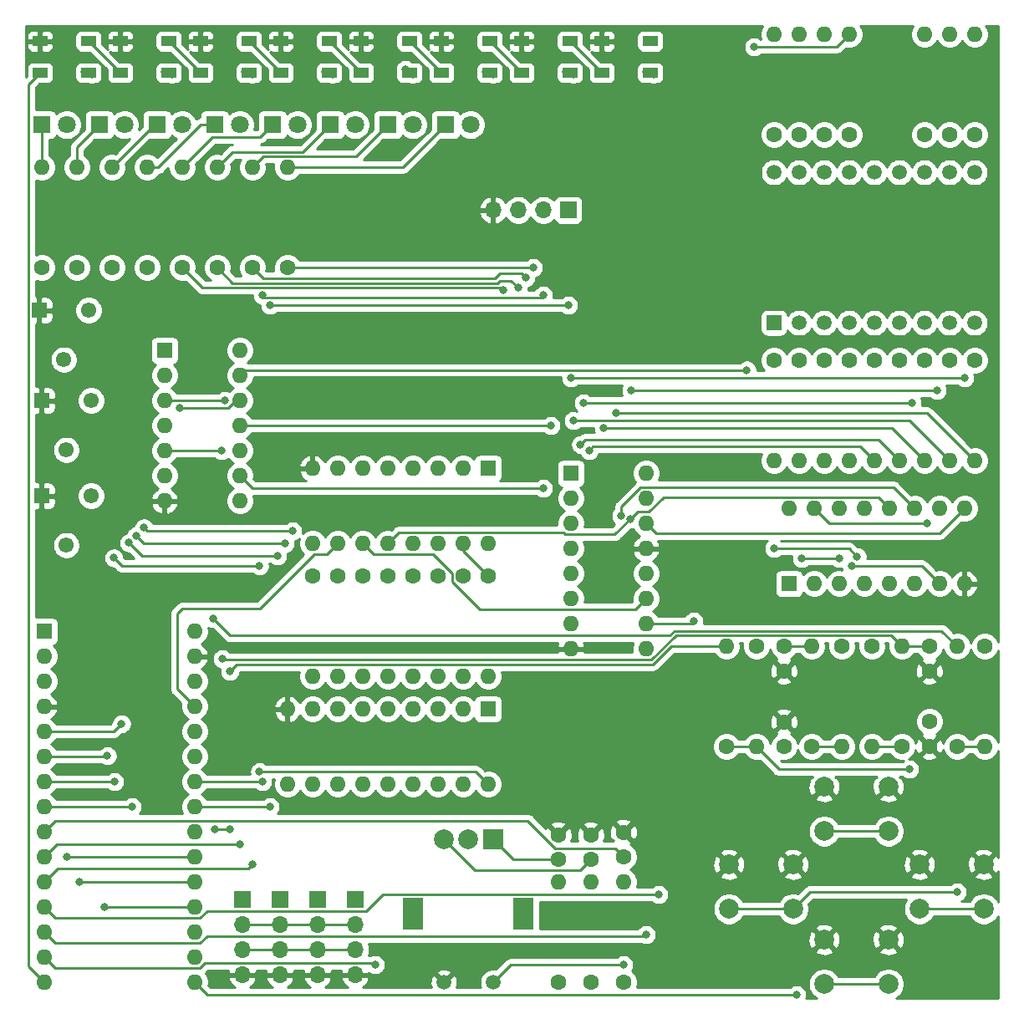
<source format=gbr>
G04 #@! TF.GenerationSoftware,KiCad,Pcbnew,(5.1.6)-1*
G04 #@! TF.CreationDate,2020-05-30T01:19:27-07:00*
G04 #@! TF.ProjectId,NanoDemo,4e616e6f-4465-46d6-9f2e-6b696361645f,rev?*
G04 #@! TF.SameCoordinates,Original*
G04 #@! TF.FileFunction,Copper,L1,Top*
G04 #@! TF.FilePolarity,Positive*
%FSLAX46Y46*%
G04 Gerber Fmt 4.6, Leading zero omitted, Abs format (unit mm)*
G04 Created by KiCad (PCBNEW (5.1.6)-1) date 2020-05-30 01:19:27*
%MOMM*%
%LPD*%
G01*
G04 APERTURE LIST*
G04 #@! TA.AperFunction,ComponentPad*
%ADD10O,1.700000X1.700000*%
G04 #@! TD*
G04 #@! TA.AperFunction,ComponentPad*
%ADD11R,1.700000X1.700000*%
G04 #@! TD*
G04 #@! TA.AperFunction,ComponentPad*
%ADD12O,1.600000X1.600000*%
G04 #@! TD*
G04 #@! TA.AperFunction,ComponentPad*
%ADD13R,1.600000X1.600000*%
G04 #@! TD*
G04 #@! TA.AperFunction,ComponentPad*
%ADD14C,2.000000*%
G04 #@! TD*
G04 #@! TA.AperFunction,ComponentPad*
%ADD15R,2.000000X2.000000*%
G04 #@! TD*
G04 #@! TA.AperFunction,ComponentPad*
%ADD16R,2.000000X3.200000*%
G04 #@! TD*
G04 #@! TA.AperFunction,ComponentPad*
%ADD17C,1.500000*%
G04 #@! TD*
G04 #@! TA.AperFunction,ComponentPad*
%ADD18C,1.550000*%
G04 #@! TD*
G04 #@! TA.AperFunction,ComponentPad*
%ADD19R,1.550000X1.550000*%
G04 #@! TD*
G04 #@! TA.AperFunction,ComponentPad*
%ADD20C,1.600000*%
G04 #@! TD*
G04 #@! TA.AperFunction,ComponentPad*
%ADD21R,1.500000X1.500000*%
G04 #@! TD*
G04 #@! TA.AperFunction,ComponentPad*
%ADD22C,1.800000*%
G04 #@! TD*
G04 #@! TA.AperFunction,ComponentPad*
%ADD23R,1.800000X1.800000*%
G04 #@! TD*
G04 #@! TA.AperFunction,SMDPad,CuDef*
%ADD24R,1.500000X1.000000*%
G04 #@! TD*
G04 #@! TA.AperFunction,ViaPad*
%ADD25C,0.800000*%
G04 #@! TD*
G04 #@! TA.AperFunction,Conductor*
%ADD26C,0.250000*%
G04 #@! TD*
G04 #@! TA.AperFunction,Conductor*
%ADD27C,0.254000*%
G04 #@! TD*
G04 APERTURE END LIST*
D10*
G04 #@! TO.P,J5,4*
G04 #@! TO.N,GND*
X114554000Y-88646000D03*
G04 #@! TO.P,J5,3*
G04 #@! TO.N,VCC*
X117094000Y-88646000D03*
G04 #@! TO.P,J5,2*
G04 #@! TO.N,I2C_Clock*
X119634000Y-88646000D03*
D11*
G04 #@! TO.P,J5,1*
G04 #@! TO.N,I2C_Data*
X122174000Y-88646000D03*
G04 #@! TD*
D12*
G04 #@! TO.P,U6,16*
G04 #@! TO.N,VCC*
X130048000Y-115316000D03*
G04 #@! TO.P,U6,8*
G04 #@! TO.N,GND*
X122428000Y-133096000D03*
G04 #@! TO.P,U6,15*
G04 #@! TO.N,Net-(R36-Pad2)*
X130048000Y-117856000D03*
G04 #@! TO.P,U6,7*
G04 #@! TO.N,Net-(R43-Pad2)*
X122428000Y-130556000D03*
G04 #@! TO.P,U6,14*
G04 #@! TO.N,ShiftR1OutR2In*
X130048000Y-120396000D03*
G04 #@! TO.P,U6,6*
G04 #@! TO.N,Net-(R42-Pad2)*
X122428000Y-128016000D03*
G04 #@! TO.P,U6,13*
G04 #@! TO.N,GND*
X130048000Y-122936000D03*
G04 #@! TO.P,U6,5*
G04 #@! TO.N,Net-(R41-Pad2)*
X122428000Y-125476000D03*
G04 #@! TO.P,U6,12*
G04 #@! TO.N,RCLK*
X130048000Y-125476000D03*
G04 #@! TO.P,U6,4*
G04 #@! TO.N,Net-(R40-Pad2)*
X122428000Y-122936000D03*
G04 #@! TO.P,U6,11*
G04 #@! TO.N,SRCLK*
X130048000Y-128016000D03*
G04 #@! TO.P,U6,3*
G04 #@! TO.N,Net-(R39-Pad2)*
X122428000Y-120396000D03*
G04 #@! TO.P,U6,10*
G04 #@! TO.N,VCC*
X130048000Y-130556000D03*
G04 #@! TO.P,U6,2*
G04 #@! TO.N,Net-(R38-Pad2)*
X122428000Y-117856000D03*
G04 #@! TO.P,U6,9*
G04 #@! TO.N,Net-(U6-Pad9)*
X130048000Y-133096000D03*
D13*
G04 #@! TO.P,U6,1*
G04 #@! TO.N,Net-(R37-Pad2)*
X122428000Y-115316000D03*
G04 #@! TD*
D12*
G04 #@! TO.P,U5,18*
G04 #@! TO.N,Net-(R19-Pad1)*
X114046000Y-146812000D03*
G04 #@! TO.P,U5,9*
G04 #@! TO.N,GND*
X93726000Y-139192000D03*
G04 #@! TO.P,U5,17*
G04 #@! TO.N,Net-(R18-Pad1)*
X111506000Y-146812000D03*
G04 #@! TO.P,U5,8*
G04 #@! TO.N,Net-(R20-Pad2)*
X96266000Y-139192000D03*
G04 #@! TO.P,U5,16*
G04 #@! TO.N,Net-(R17-Pad1)*
X108966000Y-146812000D03*
G04 #@! TO.P,U5,7*
G04 #@! TO.N,Net-(R21-Pad2)*
X98806000Y-139192000D03*
G04 #@! TO.P,U5,15*
G04 #@! TO.N,Net-(R16-Pad1)*
X106426000Y-146812000D03*
G04 #@! TO.P,U5,6*
G04 #@! TO.N,Net-(R22-Pad2)*
X101346000Y-139192000D03*
G04 #@! TO.P,U5,14*
G04 #@! TO.N,Net-(R15-Pad1)*
X103886000Y-146812000D03*
G04 #@! TO.P,U5,5*
G04 #@! TO.N,Net-(R23-Pad2)*
X103886000Y-139192000D03*
G04 #@! TO.P,U5,13*
G04 #@! TO.N,Net-(R14-Pad1)*
X101346000Y-146812000D03*
G04 #@! TO.P,U5,4*
G04 #@! TO.N,Net-(R24-Pad2)*
X106426000Y-139192000D03*
G04 #@! TO.P,U5,12*
G04 #@! TO.N,Net-(R13-Pad1)*
X98806000Y-146812000D03*
G04 #@! TO.P,U5,3*
G04 #@! TO.N,Net-(R25-Pad2)*
X108966000Y-139192000D03*
G04 #@! TO.P,U5,11*
G04 #@! TO.N,Net-(R12-Pad1)*
X96266000Y-146812000D03*
G04 #@! TO.P,U5,2*
G04 #@! TO.N,Net-(R26-Pad2)*
X111506000Y-139192000D03*
G04 #@! TO.P,U5,10*
G04 #@! TO.N,VCC*
X93726000Y-146812000D03*
D13*
G04 #@! TO.P,U5,1*
G04 #@! TO.N,Net-(R27-Pad2)*
X114046000Y-139192000D03*
G04 #@! TD*
D12*
G04 #@! TO.P,U4,16*
G04 #@! TO.N,VCC*
X144526000Y-118872000D03*
G04 #@! TO.P,U4,8*
G04 #@! TO.N,GND*
X162306000Y-126492000D03*
G04 #@! TO.P,U4,15*
G04 #@! TO.N,Net-(R28-Pad2)*
X147066000Y-118872000D03*
G04 #@! TO.P,U4,7*
G04 #@! TO.N,Net-(R35-Pad2)*
X159766000Y-126492000D03*
G04 #@! TO.P,U4,14*
G04 #@! TO.N,7SegData*
X149606000Y-118872000D03*
G04 #@! TO.P,U4,6*
G04 #@! TO.N,Net-(R34-Pad2)*
X157226000Y-126492000D03*
G04 #@! TO.P,U4,13*
G04 #@! TO.N,GND*
X152146000Y-118872000D03*
G04 #@! TO.P,U4,5*
G04 #@! TO.N,Net-(R33-Pad2)*
X154686000Y-126492000D03*
G04 #@! TO.P,U4,12*
G04 #@! TO.N,RCLK*
X154686000Y-118872000D03*
G04 #@! TO.P,U4,4*
G04 #@! TO.N,Net-(R32-Pad2)*
X152146000Y-126492000D03*
G04 #@! TO.P,U4,11*
G04 #@! TO.N,SRCLK*
X157226000Y-118872000D03*
G04 #@! TO.P,U4,3*
G04 #@! TO.N,Net-(R31-Pad2)*
X149606000Y-126492000D03*
G04 #@! TO.P,U4,10*
G04 #@! TO.N,VCC*
X159766000Y-118872000D03*
G04 #@! TO.P,U4,2*
G04 #@! TO.N,Net-(R30-Pad2)*
X147066000Y-126492000D03*
G04 #@! TO.P,U4,9*
G04 #@! TO.N,ShiftR1OutR2In*
X162306000Y-118872000D03*
D13*
G04 #@! TO.P,U4,1*
G04 #@! TO.N,Net-(R29-Pad2)*
X144526000Y-126492000D03*
G04 #@! TD*
D12*
G04 #@! TO.P,U2,16*
G04 #@! TO.N,VCC*
X114046000Y-122428000D03*
G04 #@! TO.P,U2,8*
G04 #@! TO.N,GND*
X96266000Y-114808000D03*
G04 #@! TO.P,U2,15*
G04 #@! TO.N,Net-(R27-Pad1)*
X111506000Y-122428000D03*
G04 #@! TO.P,U2,7*
G04 #@! TO.N,Net-(R20-Pad1)*
X98806000Y-114808000D03*
G04 #@! TO.P,U2,14*
G04 #@! TO.N,Net-(A1-Pad14)*
X108966000Y-122428000D03*
G04 #@! TO.P,U2,6*
G04 #@! TO.N,Net-(R21-Pad1)*
X101346000Y-114808000D03*
G04 #@! TO.P,U2,13*
G04 #@! TO.N,GND*
X106426000Y-122428000D03*
G04 #@! TO.P,U2,5*
G04 #@! TO.N,Net-(R22-Pad1)*
X103886000Y-114808000D03*
G04 #@! TO.P,U2,12*
G04 #@! TO.N,RCLK*
X103886000Y-122428000D03*
G04 #@! TO.P,U2,4*
G04 #@! TO.N,Net-(R23-Pad1)*
X106426000Y-114808000D03*
G04 #@! TO.P,U2,11*
G04 #@! TO.N,SRCLK*
X101346000Y-122428000D03*
G04 #@! TO.P,U2,3*
G04 #@! TO.N,Net-(R24-Pad1)*
X108966000Y-114808000D03*
G04 #@! TO.P,U2,10*
G04 #@! TO.N,VCC*
X98806000Y-122428000D03*
G04 #@! TO.P,U2,2*
G04 #@! TO.N,Net-(R25-Pad1)*
X111506000Y-114808000D03*
G04 #@! TO.P,U2,9*
G04 #@! TO.N,Net-(U2-Pad9)*
X96266000Y-122428000D03*
D13*
G04 #@! TO.P,U2,1*
G04 #@! TO.N,Net-(R26-Pad1)*
X114046000Y-114808000D03*
G04 #@! TD*
D12*
G04 #@! TO.P,U1,14*
G04 #@! TO.N,VCC*
X88900000Y-102870000D03*
G04 #@! TO.P,U1,7*
G04 #@! TO.N,GND*
X81280000Y-118110000D03*
G04 #@! TO.P,U1,13*
G04 #@! TO.N,Net-(C7-Pad1)*
X88900000Y-105410000D03*
G04 #@! TO.P,U1,6*
G04 #@! TO.N,Net-(A1-Pad6)*
X81280000Y-115570000D03*
G04 #@! TO.P,U1,12*
G04 #@! TO.N,Net-(A1-Pad5)*
X88900000Y-107950000D03*
G04 #@! TO.P,U1,5*
G04 #@! TO.N,Net-(C4-Pad1)*
X81280000Y-113030000D03*
G04 #@! TO.P,U1,11*
G04 #@! TO.N,Net-(C6-Pad1)*
X88900000Y-110490000D03*
G04 #@! TO.P,U1,4*
G04 #@! TO.N,Net-(A1-Pad7)*
X81280000Y-110490000D03*
G04 #@! TO.P,U1,10*
G04 #@! TO.N,Net-(A1-Pad11)*
X88900000Y-113030000D03*
G04 #@! TO.P,U1,3*
G04 #@! TO.N,Net-(C2-Pad1)*
X81280000Y-107950000D03*
G04 #@! TO.P,U1,9*
G04 #@! TO.N,Net-(C5-Pad1)*
X88900000Y-115570000D03*
G04 #@! TO.P,U1,2*
G04 #@! TO.N,Net-(A1-Pad8)*
X81280000Y-105410000D03*
G04 #@! TO.P,U1,8*
G04 #@! TO.N,Net-(A1-Pad10)*
X88900000Y-118110000D03*
D13*
G04 #@! TO.P,U1,1*
G04 #@! TO.N,Net-(C1-Pad1)*
X81280000Y-102870000D03*
G04 #@! TD*
D14*
G04 #@! TO.P,SW5,2*
G04 #@! TO.N,GND*
X154582000Y-162560000D03*
G04 #@! TO.P,SW5,4*
G04 #@! TO.N,Net-(R11-Pad1)*
X154582000Y-167060000D03*
G04 #@! TO.P,SW5,1*
G04 #@! TO.N,GND*
X148082000Y-162560000D03*
G04 #@! TO.P,SW5,3*
G04 #@! TO.N,Net-(R11-Pad1)*
X148082000Y-167060000D03*
G04 #@! TD*
D15*
G04 #@! TO.P,SW4,A*
G04 #@! TO.N,Net-(C6-Pad1)*
X114554000Y-152400000D03*
D14*
G04 #@! TO.P,SW4,C*
G04 #@! TO.N,GND*
X112054000Y-152400000D03*
G04 #@! TO.P,SW4,B*
G04 #@! TO.N,Net-(C5-Pad1)*
X109554000Y-152400000D03*
D16*
G04 #@! TO.P,SW4,MP*
G04 #@! TO.N,N/C*
X117654000Y-159900000D03*
X106454000Y-159900000D03*
D17*
G04 #@! TO.P,SW4,S2*
G04 #@! TO.N,Net-(A1-Pad9)*
X114554000Y-166900000D03*
G04 #@! TO.P,SW4,S1*
G04 #@! TO.N,GND*
X109554000Y-166900000D03*
G04 #@! TD*
D14*
G04 #@! TO.P,SW3,2*
G04 #@! TO.N,GND*
X154582000Y-147066000D03*
G04 #@! TO.P,SW3,4*
G04 #@! TO.N,Net-(R6-Pad2)*
X154582000Y-151566000D03*
G04 #@! TO.P,SW3,1*
G04 #@! TO.N,GND*
X148082000Y-147066000D03*
G04 #@! TO.P,SW3,3*
G04 #@! TO.N,Net-(R6-Pad2)*
X148082000Y-151566000D03*
G04 #@! TD*
G04 #@! TO.P,SW2,2*
G04 #@! TO.N,GND*
X164234000Y-154940000D03*
G04 #@! TO.P,SW2,4*
G04 #@! TO.N,Net-(R3-Pad2)*
X164234000Y-159440000D03*
G04 #@! TO.P,SW2,1*
G04 #@! TO.N,GND*
X157734000Y-154940000D03*
G04 #@! TO.P,SW2,3*
G04 #@! TO.N,Net-(R3-Pad2)*
X157734000Y-159440000D03*
G04 #@! TD*
G04 #@! TO.P,SW1,2*
G04 #@! TO.N,GND*
X144930000Y-154940000D03*
G04 #@! TO.P,SW1,4*
G04 #@! TO.N,Net-(R1-Pad2)*
X144930000Y-159440000D03*
G04 #@! TO.P,SW1,1*
G04 #@! TO.N,GND*
X138430000Y-154940000D03*
G04 #@! TO.P,SW1,3*
G04 #@! TO.N,Net-(R1-Pad2)*
X138430000Y-159440000D03*
G04 #@! TD*
D18*
G04 #@! TO.P,RV3,2*
G04 #@! TO.N,Net-(A1-Pad21)*
X71334000Y-122602000D03*
D19*
G04 #@! TO.P,RV3,1*
G04 #@! TO.N,GND*
X68834000Y-117602000D03*
D18*
G04 #@! TO.P,RV3,3*
G04 #@! TO.N,VCC*
X73834000Y-117602000D03*
G04 #@! TD*
G04 #@! TO.P,RV2,2*
G04 #@! TO.N,Net-(A1-Pad20)*
X71334000Y-112950000D03*
D19*
G04 #@! TO.P,RV2,1*
G04 #@! TO.N,GND*
X68834000Y-107950000D03*
D18*
G04 #@! TO.P,RV2,3*
G04 #@! TO.N,VCC*
X73834000Y-107950000D03*
G04 #@! TD*
G04 #@! TO.P,RV1,2*
G04 #@! TO.N,Net-(A1-Pad19)*
X71080000Y-103806000D03*
D19*
G04 #@! TO.P,RV1,1*
G04 #@! TO.N,GND*
X68580000Y-98806000D03*
D18*
G04 #@! TO.P,RV1,3*
G04 #@! TO.N,VCC*
X73580000Y-98806000D03*
G04 #@! TD*
D12*
G04 #@! TO.P,R43,2*
G04 #@! TO.N,Net-(R43-Pad2)*
X163322000Y-114046000D03*
D20*
G04 #@! TO.P,R43,1*
G04 #@! TO.N,Net-(DS1-Pad9)*
X163322000Y-103886000D03*
G04 #@! TD*
D12*
G04 #@! TO.P,R42,2*
G04 #@! TO.N,Net-(R42-Pad2)*
X158242000Y-114046000D03*
D20*
G04 #@! TO.P,R42,1*
G04 #@! TO.N,Net-(DS1-Pad7)*
X158242000Y-103886000D03*
G04 #@! TD*
D12*
G04 #@! TO.P,R41,2*
G04 #@! TO.N,Net-(R41-Pad2)*
X158242000Y-70866000D03*
D20*
G04 #@! TO.P,R41,1*
G04 #@! TO.N,Net-(DS1-Pad12)*
X158242000Y-81026000D03*
G04 #@! TD*
D12*
G04 #@! TO.P,R40,2*
G04 #@! TO.N,Net-(R40-Pad2)*
X153162000Y-114046000D03*
D20*
G04 #@! TO.P,R40,1*
G04 #@! TO.N,Net-(DS1-Pad5)*
X153162000Y-103886000D03*
G04 #@! TD*
D12*
G04 #@! TO.P,R39,2*
G04 #@! TO.N,Net-(R39-Pad2)*
X155702000Y-114046000D03*
D20*
G04 #@! TO.P,R39,1*
G04 #@! TO.N,Net-(DS1-Pad6)*
X155702000Y-103886000D03*
G04 #@! TD*
D12*
G04 #@! TO.P,R38,2*
G04 #@! TO.N,Net-(R38-Pad2)*
X160782000Y-114046000D03*
D20*
G04 #@! TO.P,R38,1*
G04 #@! TO.N,Net-(DS1-Pad8)*
X160782000Y-103886000D03*
G04 #@! TD*
D12*
G04 #@! TO.P,R37,2*
G04 #@! TO.N,Net-(R37-Pad2)*
X163322000Y-70866000D03*
D20*
G04 #@! TO.P,R37,1*
G04 #@! TO.N,Net-(DS1-Pad10)*
X163322000Y-81026000D03*
G04 #@! TD*
D12*
G04 #@! TO.P,R36,2*
G04 #@! TO.N,Net-(R36-Pad2)*
X160782000Y-70866000D03*
D20*
G04 #@! TO.P,R36,1*
G04 #@! TO.N,Net-(DS1-Pad11)*
X160782000Y-81026000D03*
G04 #@! TD*
D12*
G04 #@! TO.P,R35,2*
G04 #@! TO.N,Net-(R35-Pad2)*
X150622000Y-114046000D03*
D20*
G04 #@! TO.P,R35,1*
G04 #@! TO.N,Net-(DS1-Pad4)*
X150622000Y-103886000D03*
G04 #@! TD*
D12*
G04 #@! TO.P,R34,2*
G04 #@! TO.N,Net-(R34-Pad2)*
X145542000Y-70866000D03*
D20*
G04 #@! TO.P,R34,1*
G04 #@! TO.N,Net-(DS1-Pad17)*
X145542000Y-81026000D03*
G04 #@! TD*
D12*
G04 #@! TO.P,R33,2*
G04 #@! TO.N,Net-(R33-Pad2)*
X143002000Y-70866000D03*
D20*
G04 #@! TO.P,R33,1*
G04 #@! TO.N,Net-(DS1-Pad18)*
X143002000Y-81026000D03*
G04 #@! TD*
D12*
G04 #@! TO.P,R32,2*
G04 #@! TO.N,Net-(R32-Pad2)*
X143002000Y-114046000D03*
D20*
G04 #@! TO.P,R32,1*
G04 #@! TO.N,Net-(DS1-Pad1)*
X143002000Y-103886000D03*
G04 #@! TD*
D12*
G04 #@! TO.P,R31,2*
G04 #@! TO.N,Net-(R31-Pad2)*
X145542000Y-114046000D03*
D20*
G04 #@! TO.P,R31,1*
G04 #@! TO.N,Net-(DS1-Pad2)*
X145542000Y-103886000D03*
G04 #@! TD*
D12*
G04 #@! TO.P,R30,2*
G04 #@! TO.N,Net-(R30-Pad2)*
X148082000Y-114046000D03*
D20*
G04 #@! TO.P,R30,1*
G04 #@! TO.N,Net-(DS1-Pad3)*
X148082000Y-103886000D03*
G04 #@! TD*
D12*
G04 #@! TO.P,R29,2*
G04 #@! TO.N,Net-(R29-Pad2)*
X150622000Y-70866000D03*
D20*
G04 #@! TO.P,R29,1*
G04 #@! TO.N,Net-(DS1-Pad15)*
X150622000Y-81026000D03*
G04 #@! TD*
D12*
G04 #@! TO.P,R28,2*
G04 #@! TO.N,Net-(R28-Pad2)*
X148082000Y-70866000D03*
D20*
G04 #@! TO.P,R28,1*
G04 #@! TO.N,Net-(DS1-Pad16)*
X148082000Y-81026000D03*
G04 #@! TD*
D12*
G04 #@! TO.P,R27,2*
G04 #@! TO.N,Net-(R27-Pad2)*
X114046000Y-135890000D03*
D20*
G04 #@! TO.P,R27,1*
G04 #@! TO.N,Net-(R27-Pad1)*
X114046000Y-125730000D03*
G04 #@! TD*
D12*
G04 #@! TO.P,R26,2*
G04 #@! TO.N,Net-(R26-Pad2)*
X111506000Y-135890000D03*
D20*
G04 #@! TO.P,R26,1*
G04 #@! TO.N,Net-(R26-Pad1)*
X111506000Y-125730000D03*
G04 #@! TD*
D12*
G04 #@! TO.P,R25,2*
G04 #@! TO.N,Net-(R25-Pad2)*
X108966000Y-135890000D03*
D20*
G04 #@! TO.P,R25,1*
G04 #@! TO.N,Net-(R25-Pad1)*
X108966000Y-125730000D03*
G04 #@! TD*
D12*
G04 #@! TO.P,R24,2*
G04 #@! TO.N,Net-(R24-Pad2)*
X106426000Y-135890000D03*
D20*
G04 #@! TO.P,R24,1*
G04 #@! TO.N,Net-(R24-Pad1)*
X106426000Y-125730000D03*
G04 #@! TD*
D12*
G04 #@! TO.P,R23,2*
G04 #@! TO.N,Net-(R23-Pad2)*
X103886000Y-135890000D03*
D20*
G04 #@! TO.P,R23,1*
G04 #@! TO.N,Net-(R23-Pad1)*
X103886000Y-125730000D03*
G04 #@! TD*
D12*
G04 #@! TO.P,R22,2*
G04 #@! TO.N,Net-(R22-Pad2)*
X101346000Y-135890000D03*
D20*
G04 #@! TO.P,R22,1*
G04 #@! TO.N,Net-(R22-Pad1)*
X101346000Y-125730000D03*
G04 #@! TD*
D12*
G04 #@! TO.P,R21,2*
G04 #@! TO.N,Net-(R21-Pad2)*
X98806000Y-135890000D03*
D20*
G04 #@! TO.P,R21,1*
G04 #@! TO.N,Net-(R21-Pad1)*
X98806000Y-125730000D03*
G04 #@! TD*
D12*
G04 #@! TO.P,R20,2*
G04 #@! TO.N,Net-(R20-Pad2)*
X96266000Y-135890000D03*
D20*
G04 #@! TO.P,R20,1*
G04 #@! TO.N,Net-(R20-Pad1)*
X96266000Y-125730000D03*
G04 #@! TD*
D12*
G04 #@! TO.P,R19,2*
G04 #@! TO.N,Net-(D9-Pad1)*
X68834000Y-84328000D03*
D20*
G04 #@! TO.P,R19,1*
G04 #@! TO.N,Net-(R19-Pad1)*
X68834000Y-94488000D03*
G04 #@! TD*
D12*
G04 #@! TO.P,R18,2*
G04 #@! TO.N,Net-(D16-Pad1)*
X93726000Y-84328000D03*
D20*
G04 #@! TO.P,R18,1*
G04 #@! TO.N,Net-(R18-Pad1)*
X93726000Y-94488000D03*
G04 #@! TD*
D12*
G04 #@! TO.P,R17,2*
G04 #@! TO.N,Net-(D15-Pad1)*
X90170000Y-84328000D03*
D20*
G04 #@! TO.P,R17,1*
G04 #@! TO.N,Net-(R17-Pad1)*
X90170000Y-94488000D03*
G04 #@! TD*
D12*
G04 #@! TO.P,R16,2*
G04 #@! TO.N,Net-(D14-Pad1)*
X86614000Y-84328000D03*
D20*
G04 #@! TO.P,R16,1*
G04 #@! TO.N,Net-(R16-Pad1)*
X86614000Y-94488000D03*
G04 #@! TD*
D12*
G04 #@! TO.P,R15,2*
G04 #@! TO.N,Net-(D13-Pad1)*
X83058000Y-84328000D03*
D20*
G04 #@! TO.P,R15,1*
G04 #@! TO.N,Net-(R15-Pad1)*
X83058000Y-94488000D03*
G04 #@! TD*
D12*
G04 #@! TO.P,R14,2*
G04 #@! TO.N,Net-(D12-Pad1)*
X79502000Y-84328000D03*
D20*
G04 #@! TO.P,R14,1*
G04 #@! TO.N,Net-(R14-Pad1)*
X79502000Y-94488000D03*
G04 #@! TD*
D12*
G04 #@! TO.P,R13,2*
G04 #@! TO.N,Net-(D11-Pad1)*
X75946000Y-84328000D03*
D20*
G04 #@! TO.P,R13,1*
G04 #@! TO.N,Net-(R13-Pad1)*
X75946000Y-94488000D03*
G04 #@! TD*
D12*
G04 #@! TO.P,R12,2*
G04 #@! TO.N,Net-(D10-Pad1)*
X72390000Y-84328000D03*
D20*
G04 #@! TO.P,R12,1*
G04 #@! TO.N,Net-(R12-Pad1)*
X72390000Y-94488000D03*
G04 #@! TD*
D12*
G04 #@! TO.P,R11,2*
G04 #@! TO.N,Net-(C7-Pad1)*
X146812000Y-132842000D03*
D20*
G04 #@! TO.P,R11,1*
G04 #@! TO.N,Net-(R11-Pad1)*
X146812000Y-143002000D03*
G04 #@! TD*
D12*
G04 #@! TO.P,R10,2*
G04 #@! TO.N,Net-(C6-Pad1)*
X121158000Y-156718000D03*
D20*
G04 #@! TO.P,R10,1*
G04 #@! TO.N,VCC*
X121158000Y-166878000D03*
G04 #@! TD*
D12*
G04 #@! TO.P,R9,2*
G04 #@! TO.N,Net-(R11-Pad1)*
X149860000Y-143002000D03*
D20*
G04 #@! TO.P,R9,1*
G04 #@! TO.N,VCC*
X149860000Y-132842000D03*
G04 #@! TD*
D12*
G04 #@! TO.P,R8,2*
G04 #@! TO.N,Net-(C5-Pad1)*
X124460000Y-156718000D03*
D20*
G04 #@! TO.P,R8,1*
G04 #@! TO.N,VCC*
X124460000Y-166878000D03*
G04 #@! TD*
D12*
G04 #@! TO.P,R7,2*
G04 #@! TO.N,Net-(C4-Pad1)*
X155956000Y-132842000D03*
D20*
G04 #@! TO.P,R7,1*
G04 #@! TO.N,Net-(R6-Pad2)*
X155956000Y-143002000D03*
G04 #@! TD*
D12*
G04 #@! TO.P,R6,2*
G04 #@! TO.N,Net-(R6-Pad2)*
X152908000Y-143002000D03*
D20*
G04 #@! TO.P,R6,1*
G04 #@! TO.N,VCC*
X152908000Y-132842000D03*
G04 #@! TD*
D12*
G04 #@! TO.P,R5,2*
G04 #@! TO.N,Net-(A1-Pad9)*
X127762000Y-156718000D03*
D20*
G04 #@! TO.P,R5,1*
G04 #@! TO.N,VCC*
X127762000Y-166878000D03*
G04 #@! TD*
D12*
G04 #@! TO.P,R4,2*
G04 #@! TO.N,Net-(C2-Pad1)*
X138176000Y-132842000D03*
D20*
G04 #@! TO.P,R4,1*
G04 #@! TO.N,Net-(R3-Pad2)*
X138176000Y-143002000D03*
G04 #@! TD*
D12*
G04 #@! TO.P,R3,2*
G04 #@! TO.N,Net-(R3-Pad2)*
X141224000Y-143002000D03*
D20*
G04 #@! TO.P,R3,1*
G04 #@! TO.N,VCC*
X141224000Y-132842000D03*
G04 #@! TD*
D12*
G04 #@! TO.P,R2,2*
G04 #@! TO.N,Net-(C1-Pad1)*
X161544000Y-132842000D03*
D20*
G04 #@! TO.P,R2,1*
G04 #@! TO.N,Net-(R1-Pad2)*
X161544000Y-143002000D03*
G04 #@! TD*
D12*
G04 #@! TO.P,R1,2*
G04 #@! TO.N,Net-(R1-Pad2)*
X164338000Y-143002000D03*
D20*
G04 #@! TO.P,R1,1*
G04 #@! TO.N,VCC*
X164338000Y-132842000D03*
G04 #@! TD*
D10*
G04 #@! TO.P,J4,4*
G04 #@! TO.N,GND*
X100584000Y-166116000D03*
G04 #@! TO.P,J4,3*
G04 #@! TO.N,I2C_Clock*
X100584000Y-163576000D03*
G04 #@! TO.P,J4,2*
G04 #@! TO.N,I2C_Data*
X100584000Y-161036000D03*
D11*
G04 #@! TO.P,J4,1*
G04 #@! TO.N,VCC*
X100584000Y-158496000D03*
G04 #@! TD*
D10*
G04 #@! TO.P,J3,4*
G04 #@! TO.N,GND*
X96774000Y-166116000D03*
G04 #@! TO.P,J3,3*
G04 #@! TO.N,I2C_Clock*
X96774000Y-163576000D03*
G04 #@! TO.P,J3,2*
G04 #@! TO.N,I2C_Data*
X96774000Y-161036000D03*
D11*
G04 #@! TO.P,J3,1*
G04 #@! TO.N,VCC*
X96774000Y-158496000D03*
G04 #@! TD*
D10*
G04 #@! TO.P,J2,4*
G04 #@! TO.N,GND*
X92964000Y-166116000D03*
G04 #@! TO.P,J2,3*
G04 #@! TO.N,I2C_Clock*
X92964000Y-163576000D03*
G04 #@! TO.P,J2,2*
G04 #@! TO.N,I2C_Data*
X92964000Y-161036000D03*
D11*
G04 #@! TO.P,J2,1*
G04 #@! TO.N,VCC*
X92964000Y-158496000D03*
G04 #@! TD*
D10*
G04 #@! TO.P,J1,4*
G04 #@! TO.N,GND*
X89154000Y-166116000D03*
G04 #@! TO.P,J1,3*
G04 #@! TO.N,I2C_Clock*
X89154000Y-163576000D03*
G04 #@! TO.P,J1,2*
G04 #@! TO.N,I2C_Data*
X89154000Y-161036000D03*
D11*
G04 #@! TO.P,J1,1*
G04 #@! TO.N,VCC*
X89154000Y-158496000D03*
G04 #@! TD*
D17*
G04 #@! TO.P,DS1,18*
G04 #@! TO.N,Net-(DS1-Pad18)*
X143002000Y-84836000D03*
G04 #@! TO.P,DS1,17*
G04 #@! TO.N,Net-(DS1-Pad17)*
X145542000Y-84836000D03*
G04 #@! TO.P,DS1,16*
G04 #@! TO.N,Net-(DS1-Pad16)*
X148082000Y-84836000D03*
G04 #@! TO.P,DS1,15*
G04 #@! TO.N,Net-(DS1-Pad15)*
X150622000Y-84836000D03*
G04 #@! TO.P,DS1,14*
G04 #@! TO.N,VCC*
X153162000Y-84836000D03*
G04 #@! TO.P,DS1,13*
X155702000Y-84836000D03*
G04 #@! TO.P,DS1,12*
G04 #@! TO.N,Net-(DS1-Pad12)*
X158242000Y-84836000D03*
G04 #@! TO.P,DS1,11*
G04 #@! TO.N,Net-(DS1-Pad11)*
X160782000Y-84836000D03*
G04 #@! TO.P,DS1,10*
G04 #@! TO.N,Net-(DS1-Pad10)*
X163322000Y-84836000D03*
G04 #@! TO.P,DS1,9*
G04 #@! TO.N,Net-(DS1-Pad9)*
X163322000Y-100076000D03*
G04 #@! TO.P,DS1,8*
G04 #@! TO.N,Net-(DS1-Pad8)*
X160782000Y-100076000D03*
G04 #@! TO.P,DS1,7*
G04 #@! TO.N,Net-(DS1-Pad7)*
X158242000Y-100076000D03*
G04 #@! TO.P,DS1,6*
G04 #@! TO.N,Net-(DS1-Pad6)*
X155702000Y-100076000D03*
G04 #@! TO.P,DS1,5*
G04 #@! TO.N,Net-(DS1-Pad5)*
X153162000Y-100076000D03*
G04 #@! TO.P,DS1,4*
G04 #@! TO.N,Net-(DS1-Pad4)*
X150622000Y-100076000D03*
G04 #@! TO.P,DS1,3*
G04 #@! TO.N,Net-(DS1-Pad3)*
X148082000Y-100076000D03*
G04 #@! TO.P,DS1,2*
G04 #@! TO.N,Net-(DS1-Pad2)*
X145542000Y-100076000D03*
D21*
G04 #@! TO.P,DS1,1*
G04 #@! TO.N,Net-(DS1-Pad1)*
X143002000Y-100076000D03*
G04 #@! TD*
D22*
G04 #@! TO.P,D16,2*
G04 #@! TO.N,VCC*
X112268000Y-80010000D03*
D23*
G04 #@! TO.P,D16,1*
G04 #@! TO.N,Net-(D16-Pad1)*
X109728000Y-80010000D03*
G04 #@! TD*
D22*
G04 #@! TO.P,D15,2*
G04 #@! TO.N,VCC*
X106426000Y-80010000D03*
D23*
G04 #@! TO.P,D15,1*
G04 #@! TO.N,Net-(D15-Pad1)*
X103886000Y-80010000D03*
G04 #@! TD*
D22*
G04 #@! TO.P,D14,2*
G04 #@! TO.N,VCC*
X100584000Y-80010000D03*
D23*
G04 #@! TO.P,D14,1*
G04 #@! TO.N,Net-(D14-Pad1)*
X98044000Y-80010000D03*
G04 #@! TD*
D22*
G04 #@! TO.P,D13,2*
G04 #@! TO.N,VCC*
X94742000Y-80010000D03*
D23*
G04 #@! TO.P,D13,1*
G04 #@! TO.N,Net-(D13-Pad1)*
X92202000Y-80010000D03*
G04 #@! TD*
D22*
G04 #@! TO.P,D12,2*
G04 #@! TO.N,VCC*
X88900000Y-80010000D03*
D23*
G04 #@! TO.P,D12,1*
G04 #@! TO.N,Net-(D12-Pad1)*
X86360000Y-80010000D03*
G04 #@! TD*
D22*
G04 #@! TO.P,D11,2*
G04 #@! TO.N,VCC*
X83058000Y-80010000D03*
D23*
G04 #@! TO.P,D11,1*
G04 #@! TO.N,Net-(D11-Pad1)*
X80518000Y-80010000D03*
G04 #@! TD*
D22*
G04 #@! TO.P,D10,2*
G04 #@! TO.N,VCC*
X77216000Y-80010000D03*
D23*
G04 #@! TO.P,D10,1*
G04 #@! TO.N,Net-(D10-Pad1)*
X74676000Y-80010000D03*
G04 #@! TD*
D22*
G04 #@! TO.P,D9,2*
G04 #@! TO.N,VCC*
X71374000Y-80010000D03*
D23*
G04 #@! TO.P,D9,1*
G04 #@! TO.N,Net-(D9-Pad1)*
X68834000Y-80010000D03*
G04 #@! TD*
D24*
G04 #@! TO.P,D8,1*
G04 #@! TO.N,GND*
X125566000Y-71552000D03*
G04 #@! TO.P,D8,2*
G04 #@! TO.N,Net-(D7-Pad4)*
X125566000Y-74752000D03*
G04 #@! TO.P,D8,4*
G04 #@! TO.N,Net-(D8-Pad4)*
X130466000Y-71552000D03*
G04 #@! TO.P,D8,3*
G04 #@! TO.N,VCC*
X130466000Y-74752000D03*
G04 #@! TD*
G04 #@! TO.P,D7,1*
G04 #@! TO.N,GND*
X117438000Y-71552000D03*
G04 #@! TO.P,D7,2*
G04 #@! TO.N,Net-(D6-Pad4)*
X117438000Y-74752000D03*
G04 #@! TO.P,D7,4*
G04 #@! TO.N,Net-(D7-Pad4)*
X122338000Y-71552000D03*
G04 #@! TO.P,D7,3*
G04 #@! TO.N,VCC*
X122338000Y-74752000D03*
G04 #@! TD*
G04 #@! TO.P,D6,1*
G04 #@! TO.N,GND*
X109310000Y-71552000D03*
G04 #@! TO.P,D6,2*
G04 #@! TO.N,Net-(D5-Pad4)*
X109310000Y-74752000D03*
G04 #@! TO.P,D6,4*
G04 #@! TO.N,Net-(D6-Pad4)*
X114210000Y-71552000D03*
G04 #@! TO.P,D6,3*
G04 #@! TO.N,VCC*
X114210000Y-74752000D03*
G04 #@! TD*
G04 #@! TO.P,D5,1*
G04 #@! TO.N,GND*
X101182000Y-71552000D03*
G04 #@! TO.P,D5,2*
G04 #@! TO.N,Net-(D4-Pad4)*
X101182000Y-74752000D03*
G04 #@! TO.P,D5,4*
G04 #@! TO.N,Net-(D5-Pad4)*
X106082000Y-71552000D03*
G04 #@! TO.P,D5,3*
G04 #@! TO.N,VCC*
X106082000Y-74752000D03*
G04 #@! TD*
G04 #@! TO.P,D4,1*
G04 #@! TO.N,GND*
X93054000Y-71552000D03*
G04 #@! TO.P,D4,2*
G04 #@! TO.N,Net-(D3-Pad4)*
X93054000Y-74752000D03*
G04 #@! TO.P,D4,4*
G04 #@! TO.N,Net-(D4-Pad4)*
X97954000Y-71552000D03*
G04 #@! TO.P,D4,3*
G04 #@! TO.N,VCC*
X97954000Y-74752000D03*
G04 #@! TD*
G04 #@! TO.P,D3,1*
G04 #@! TO.N,GND*
X84926000Y-71552000D03*
G04 #@! TO.P,D3,2*
G04 #@! TO.N,Net-(D2-Pad4)*
X84926000Y-74752000D03*
G04 #@! TO.P,D3,4*
G04 #@! TO.N,Net-(D3-Pad4)*
X89826000Y-71552000D03*
G04 #@! TO.P,D3,3*
G04 #@! TO.N,VCC*
X89826000Y-74752000D03*
G04 #@! TD*
G04 #@! TO.P,D2,1*
G04 #@! TO.N,GND*
X76798000Y-71552000D03*
G04 #@! TO.P,D2,2*
G04 #@! TO.N,Net-(D1-Pad4)*
X76798000Y-74752000D03*
G04 #@! TO.P,D2,4*
G04 #@! TO.N,Net-(D2-Pad4)*
X81698000Y-71552000D03*
G04 #@! TO.P,D2,3*
G04 #@! TO.N,VCC*
X81698000Y-74752000D03*
G04 #@! TD*
G04 #@! TO.P,D1,1*
G04 #@! TO.N,GND*
X68670000Y-71552000D03*
G04 #@! TO.P,D1,2*
G04 #@! TO.N,Net-(A1-Pad15)*
X68670000Y-74752000D03*
G04 #@! TO.P,D1,4*
G04 #@! TO.N,Net-(D1-Pad4)*
X73570000Y-71552000D03*
G04 #@! TO.P,D1,3*
G04 #@! TO.N,VCC*
X73570000Y-74752000D03*
G04 #@! TD*
D20*
G04 #@! TO.P,C7,2*
G04 #@! TO.N,GND*
X144018000Y-135342000D03*
G04 #@! TO.P,C7,1*
G04 #@! TO.N,Net-(C7-Pad1)*
X144018000Y-132842000D03*
G04 #@! TD*
G04 #@! TO.P,C6,2*
G04 #@! TO.N,GND*
X121158000Y-151932000D03*
G04 #@! TO.P,C6,1*
G04 #@! TO.N,Net-(C6-Pad1)*
X121158000Y-154432000D03*
G04 #@! TD*
G04 #@! TO.P,C5,2*
G04 #@! TO.N,GND*
X124460000Y-151932000D03*
G04 #@! TO.P,C5,1*
G04 #@! TO.N,Net-(C5-Pad1)*
X124460000Y-154432000D03*
G04 #@! TD*
G04 #@! TO.P,C4,2*
G04 #@! TO.N,GND*
X158750000Y-135342000D03*
G04 #@! TO.P,C4,1*
G04 #@! TO.N,Net-(C4-Pad1)*
X158750000Y-132842000D03*
G04 #@! TD*
G04 #@! TO.P,C3,2*
G04 #@! TO.N,GND*
X127762000Y-151678000D03*
G04 #@! TO.P,C3,1*
G04 #@! TO.N,Net-(A1-Pad9)*
X127762000Y-154178000D03*
G04 #@! TD*
G04 #@! TO.P,C2,2*
G04 #@! TO.N,GND*
X144018000Y-140502000D03*
G04 #@! TO.P,C2,1*
G04 #@! TO.N,Net-(C2-Pad1)*
X144018000Y-143002000D03*
G04 #@! TD*
G04 #@! TO.P,C1,2*
G04 #@! TO.N,GND*
X158750000Y-142962000D03*
G04 #@! TO.P,C1,1*
G04 #@! TO.N,Net-(C1-Pad1)*
X158750000Y-140462000D03*
G04 #@! TD*
D12*
G04 #@! TO.P,A1,16*
G04 #@! TO.N,7SegData*
X84328000Y-166878000D03*
G04 #@! TO.P,A1,15*
G04 #@! TO.N,Net-(A1-Pad15)*
X69088000Y-166878000D03*
G04 #@! TO.P,A1,30*
G04 #@! TO.N,Net-(A1-Pad30)*
X84328000Y-131318000D03*
G04 #@! TO.P,A1,14*
G04 #@! TO.N,Net-(A1-Pad14)*
X69088000Y-164338000D03*
G04 #@! TO.P,A1,29*
G04 #@! TO.N,GND*
X84328000Y-133858000D03*
G04 #@! TO.P,A1,13*
G04 #@! TO.N,SRCLK*
X69088000Y-161798000D03*
G04 #@! TO.P,A1,28*
G04 #@! TO.N,Net-(A1-Pad28)*
X84328000Y-136398000D03*
G04 #@! TO.P,A1,12*
G04 #@! TO.N,RCLK*
X69088000Y-159258000D03*
G04 #@! TO.P,A1,27*
G04 #@! TO.N,VCC*
X84328000Y-138938000D03*
G04 #@! TO.P,A1,11*
G04 #@! TO.N,Net-(A1-Pad11)*
X69088000Y-156718000D03*
G04 #@! TO.P,A1,26*
G04 #@! TO.N,Net-(A1-Pad26)*
X84328000Y-141478000D03*
G04 #@! TO.P,A1,10*
G04 #@! TO.N,Net-(A1-Pad10)*
X69088000Y-154178000D03*
G04 #@! TO.P,A1,25*
G04 #@! TO.N,Net-(A1-Pad25)*
X84328000Y-144018000D03*
G04 #@! TO.P,A1,9*
G04 #@! TO.N,Net-(A1-Pad9)*
X69088000Y-151638000D03*
G04 #@! TO.P,A1,24*
G04 #@! TO.N,I2C_Clock*
X84328000Y-146558000D03*
G04 #@! TO.P,A1,8*
G04 #@! TO.N,Net-(A1-Pad8)*
X69088000Y-149098000D03*
G04 #@! TO.P,A1,23*
G04 #@! TO.N,I2C_Data*
X84328000Y-149098000D03*
G04 #@! TO.P,A1,7*
G04 #@! TO.N,Net-(A1-Pad7)*
X69088000Y-146558000D03*
G04 #@! TO.P,A1,22*
G04 #@! TO.N,Net-(A1-Pad22)*
X84328000Y-151638000D03*
G04 #@! TO.P,A1,6*
G04 #@! TO.N,Net-(A1-Pad6)*
X69088000Y-144018000D03*
G04 #@! TO.P,A1,21*
G04 #@! TO.N,Net-(A1-Pad21)*
X84328000Y-154178000D03*
G04 #@! TO.P,A1,5*
G04 #@! TO.N,Net-(A1-Pad5)*
X69088000Y-141478000D03*
G04 #@! TO.P,A1,20*
G04 #@! TO.N,Net-(A1-Pad20)*
X84328000Y-156718000D03*
G04 #@! TO.P,A1,4*
G04 #@! TO.N,GND*
X69088000Y-138938000D03*
G04 #@! TO.P,A1,19*
G04 #@! TO.N,Net-(A1-Pad19)*
X84328000Y-159258000D03*
G04 #@! TO.P,A1,3*
G04 #@! TO.N,Net-(A1-Pad3)*
X69088000Y-136398000D03*
G04 #@! TO.P,A1,18*
G04 #@! TO.N,VCC*
X84328000Y-161798000D03*
G04 #@! TO.P,A1,2*
G04 #@! TO.N,Net-(A1-Pad2)*
X69088000Y-133858000D03*
G04 #@! TO.P,A1,17*
G04 #@! TO.N,Net-(A1-Pad17)*
X84328000Y-164338000D03*
D13*
G04 #@! TO.P,A1,1*
G04 #@! TO.N,Net-(A1-Pad1)*
X69088000Y-131318000D03*
G04 #@! TD*
D25*
G04 #@! TO.N,VCC*
X130810000Y-74930000D03*
X130048000Y-74676000D03*
X122682000Y-74930000D03*
X121920000Y-74676000D03*
X114554000Y-74930000D03*
X113792000Y-74676000D03*
X106426000Y-74930000D03*
X105664000Y-74422000D03*
X98298000Y-74930000D03*
X97536000Y-74676000D03*
X90170000Y-74930000D03*
X89408000Y-74676000D03*
X82042000Y-74930000D03*
X81280000Y-74676000D03*
X73914000Y-74930000D03*
X73152000Y-74676000D03*
G04 #@! TO.N,7SegData*
X145288000Y-168148000D03*
G04 #@! TO.N,Net-(A1-Pad14)*
X102616000Y-165100000D03*
G04 #@! TO.N,GND*
X105156000Y-133096000D03*
G04 #@! TO.N,SRCLK*
X127508000Y-119634000D03*
X130048000Y-162052000D03*
G04 #@! TO.N,RCLK*
X128459920Y-119940383D03*
X131318000Y-157988000D03*
G04 #@! TO.N,VCC*
X134874000Y-130302000D03*
G04 #@! TO.N,Net-(A1-Pad11)*
X90170000Y-154940000D03*
G04 #@! TO.N,Net-(A1-Pad10)*
X88900000Y-152908000D03*
G04 #@! TO.N,Net-(A1-Pad9)*
X127762000Y-165100000D03*
G04 #@! TO.N,I2C_Clock*
X86360000Y-151384000D03*
X87884000Y-151384000D03*
X119634000Y-97282000D03*
X91186000Y-97282000D03*
X91186000Y-146558000D03*
G04 #@! TO.N,Net-(A1-Pad8)*
X77978000Y-149098000D03*
G04 #@! TO.N,I2C_Data*
X122174000Y-98298000D03*
X91948000Y-98298000D03*
X91948000Y-149098000D03*
G04 #@! TO.N,Net-(A1-Pad7)*
X76200000Y-146558000D03*
G04 #@! TO.N,Net-(A1-Pad6)*
X75474990Y-143937205D03*
G04 #@! TO.N,Net-(A1-Pad21)*
X71374000Y-154178000D03*
G04 #@! TO.N,Net-(A1-Pad5)*
X82804000Y-108712000D03*
X76925010Y-140687187D03*
G04 #@! TO.N,Net-(A1-Pad20)*
X72644000Y-156718000D03*
G04 #@! TO.N,Net-(A1-Pad19)*
X75184000Y-159258000D03*
G04 #@! TO.N,Net-(C1-Pad1)*
X86178011Y-130038473D03*
G04 #@! TO.N,Net-(C2-Pad1)*
X87884000Y-135382000D03*
X87376000Y-107950000D03*
G04 #@! TO.N,Net-(C4-Pad1)*
X87122000Y-134112000D03*
X87049989Y-113030000D03*
G04 #@! TO.N,Net-(C5-Pad1)*
X119634000Y-116840000D03*
G04 #@! TO.N,Net-(C6-Pad1)*
X120396000Y-110490000D03*
G04 #@! TO.N,Net-(C7-Pad1)*
X140244990Y-104850860D03*
G04 #@! TO.N,Net-(R1-Pad2)*
X161544000Y-157734000D03*
G04 #@! TO.N,Net-(R3-Pad2)*
X156718000Y-145288000D03*
G04 #@! TO.N,Net-(R12-Pad1)*
X92710000Y-123698000D03*
X77662745Y-122366937D03*
G04 #@! TO.N,Net-(R13-Pad1)*
X93472000Y-122428000D03*
X78369860Y-121659823D03*
G04 #@! TO.N,Net-(R14-Pad1)*
X94234000Y-121158000D03*
X79186841Y-120842841D03*
G04 #@! TO.N,Net-(R15-Pad1)*
X115570000Y-96774000D03*
G04 #@! TO.N,Net-(R16-Pad1)*
X117094000Y-96520000D03*
G04 #@! TO.N,Net-(R17-Pad1)*
X117856000Y-95504000D03*
G04 #@! TO.N,Net-(R18-Pad1)*
X118618000Y-94488000D03*
G04 #@! TO.N,Net-(R19-Pad1)*
X76138841Y-123890841D03*
X90895010Y-145542000D03*
X90895010Y-124714000D03*
G04 #@! TO.N,Net-(R28-Pad2)*
X158496000Y-120396000D03*
G04 #@! TO.N,Net-(R29-Pad2)*
X140970000Y-72136000D03*
G04 #@! TO.N,Net-(R31-Pad2)*
X145796000Y-123952000D03*
X149606000Y-123952000D03*
G04 #@! TO.N,Net-(R32-Pad2)*
X143002000Y-122936000D03*
X151420990Y-123755452D03*
G04 #@! TO.N,Net-(R33-Pad2)*
X143002000Y-70866000D03*
G04 #@! TO.N,Net-(R35-Pad2)*
X150876000Y-124714000D03*
G04 #@! TO.N,Net-(R36-Pad2)*
X159512000Y-106934000D03*
X128524000Y-106934000D03*
G04 #@! TO.N,Net-(R37-Pad2)*
X162306000Y-105664000D03*
X122428000Y-105664000D03*
G04 #@! TO.N,Net-(R38-Pad2)*
X122682000Y-109982000D03*
G04 #@! TO.N,Net-(R39-Pad2)*
X123407010Y-112420668D03*
G04 #@! TO.N,Net-(R40-Pad2)*
X124278011Y-113032305D03*
G04 #@! TO.N,Net-(R41-Pad2)*
X156972000Y-108204000D03*
X123698000Y-108204000D03*
G04 #@! TO.N,Net-(R42-Pad2)*
X125730000Y-110744000D03*
G04 #@! TO.N,Net-(R43-Pad2)*
X127000000Y-109220000D03*
G04 #@! TD*
D26*
G04 #@! TO.N,7SegData*
X85598000Y-168148000D02*
X84328000Y-166878000D01*
X145288000Y-168148000D02*
X85598000Y-168148000D01*
G04 #@! TO.N,Net-(A1-Pad15)*
X67479999Y-165269999D02*
X69088000Y-166878000D01*
X67479999Y-75942001D02*
X67479999Y-165269999D01*
X68670000Y-74752000D02*
X67479999Y-75942001D01*
G04 #@! TO.N,Net-(A1-Pad14)*
X70213001Y-165463001D02*
X84868001Y-165463001D01*
X69088000Y-164338000D02*
X70213001Y-165463001D01*
X84868001Y-165463001D02*
X85390003Y-164940999D01*
X102456999Y-164940999D02*
X102616000Y-165100000D01*
X85390003Y-164940999D02*
X102456999Y-164940999D01*
G04 #@! TO.N,GND*
X105156000Y-133096000D02*
X122428000Y-133096000D01*
G04 #@! TO.N,SRCLK*
X129507999Y-116730999D02*
X127508000Y-118730998D01*
X157226000Y-118872000D02*
X155084999Y-116730999D01*
X127508000Y-118730998D02*
X127508000Y-119634000D01*
X155084999Y-116730999D02*
X129507999Y-116730999D01*
X113251999Y-129141001D02*
X128922999Y-129141001D01*
X128922999Y-129141001D02*
X130048000Y-128016000D01*
X110380999Y-126270001D02*
X113251999Y-129141001D01*
X110380999Y-125479997D02*
X110380999Y-126270001D01*
X108454003Y-123553001D02*
X110380999Y-125479997D01*
X102471001Y-123553001D02*
X108454003Y-123553001D01*
X101346000Y-122428000D02*
X102471001Y-123553001D01*
X70213001Y-162923001D02*
X84868001Y-162923001D01*
X84868001Y-162923001D02*
X85580001Y-162211001D01*
X129888999Y-162211001D02*
X130048000Y-162052000D01*
X69088000Y-161798000D02*
X70213001Y-162923001D01*
X85580001Y-162211001D02*
X129888999Y-162211001D01*
G04 #@! TO.N,RCLK*
X129171797Y-119228506D02*
X128459920Y-119940383D01*
X154686000Y-118872000D02*
X153560999Y-117746999D01*
X153560999Y-117746999D02*
X131822003Y-117746999D01*
X131822003Y-117746999D02*
X130340496Y-119228506D01*
X130340496Y-119228506D02*
X129171797Y-119228506D01*
X121887999Y-121521001D02*
X126879302Y-121521001D01*
X121669997Y-121302999D02*
X121887999Y-121521001D01*
X126879302Y-121521001D02*
X128459920Y-119940383D01*
X105011001Y-121302999D02*
X121669997Y-121302999D01*
X103886000Y-122428000D02*
X105011001Y-121302999D01*
X131304999Y-157974999D02*
X131318000Y-157988000D01*
X103390003Y-157974999D02*
X131304999Y-157974999D01*
X69088000Y-159258000D02*
X70213001Y-160383001D01*
X85580001Y-159671001D02*
X101694001Y-159671001D01*
X84868001Y-160383001D02*
X85580001Y-159671001D01*
X70213001Y-160383001D02*
X84868001Y-160383001D01*
X101694001Y-159671001D02*
X103390003Y-157974999D01*
G04 #@! TO.N,VCC*
X82550000Y-137160000D02*
X84328000Y-138938000D01*
X97680999Y-123553001D02*
X96410999Y-123553001D01*
X82550000Y-129540000D02*
X82550000Y-137160000D01*
X90932000Y-129032000D02*
X83058000Y-129032000D01*
X98806000Y-122428000D02*
X97680999Y-123553001D01*
X96410999Y-123553001D02*
X90932000Y-129032000D01*
X83058000Y-129032000D02*
X82550000Y-129540000D01*
X130048000Y-130556000D02*
X134620000Y-130556000D01*
X134620000Y-130556000D02*
X134874000Y-130302000D01*
G04 #@! TO.N,Net-(A1-Pad11)*
X89770001Y-155339999D02*
X70466001Y-155339999D01*
X70466001Y-155339999D02*
X69088000Y-156718000D01*
X90170000Y-154940000D02*
X89770001Y-155339999D01*
G04 #@! TO.N,Net-(A1-Pad10)*
X69088000Y-154178000D02*
X70358000Y-152908000D01*
X70358000Y-152908000D02*
X88900000Y-152908000D01*
G04 #@! TO.N,Net-(A1-Pad9)*
X116354000Y-165100000D02*
X114554000Y-166900000D01*
X127762000Y-165100000D02*
X116354000Y-165100000D01*
X126890999Y-153306999D02*
X127762000Y-154178000D01*
X120867997Y-153306999D02*
X126890999Y-153306999D01*
X118073997Y-150512999D02*
X120867997Y-153306999D01*
X70213001Y-150512999D02*
X118073997Y-150512999D01*
X69088000Y-151638000D02*
X70213001Y-150512999D01*
G04 #@! TO.N,I2C_Clock*
X100584000Y-163576000D02*
X96774000Y-163576000D01*
X96774000Y-163576000D02*
X92964000Y-163576000D01*
X92964000Y-163576000D02*
X89154000Y-163576000D01*
X86360000Y-151384000D02*
X87884000Y-151384000D01*
X91186000Y-146558000D02*
X84328000Y-146558000D01*
X119634000Y-97282000D02*
X119416998Y-97499002D01*
X91403002Y-97499002D02*
X91186000Y-97282000D01*
X119416998Y-97499002D02*
X91403002Y-97499002D01*
G04 #@! TO.N,Net-(A1-Pad8)*
X69088000Y-149098000D02*
X77978000Y-149098000D01*
G04 #@! TO.N,I2C_Data*
X89154000Y-161036000D02*
X92964000Y-161036000D01*
X92964000Y-161036000D02*
X96774000Y-161036000D01*
X96774000Y-161036000D02*
X100584000Y-161036000D01*
X122174000Y-98298000D02*
X91948000Y-98298000D01*
X91948000Y-149098000D02*
X84328000Y-149098000D01*
G04 #@! TO.N,Net-(A1-Pad7)*
X69088000Y-146558000D02*
X76200000Y-146558000D01*
G04 #@! TO.N,Net-(A1-Pad6)*
X69088000Y-144018000D02*
X75394195Y-144018000D01*
X75394195Y-144018000D02*
X75474990Y-143937205D01*
G04 #@! TO.N,Net-(A1-Pad21)*
X71374000Y-154178000D02*
X84328000Y-154178000D01*
G04 #@! TO.N,Net-(A1-Pad5)*
X88449002Y-107950000D02*
X88900000Y-107950000D01*
X87724001Y-108675001D02*
X88449002Y-107950000D01*
X82840999Y-108675001D02*
X87724001Y-108675001D01*
X82804000Y-108712000D02*
X82840999Y-108675001D01*
X76134197Y-141478000D02*
X76925010Y-140687187D01*
X69088000Y-141478000D02*
X76134197Y-141478000D01*
G04 #@! TO.N,Net-(A1-Pad20)*
X72644000Y-156718000D02*
X84328000Y-156718000D01*
G04 #@! TO.N,Net-(A1-Pad19)*
X75184000Y-159258000D02*
X84328000Y-159258000D01*
G04 #@! TO.N,Net-(C1-Pad1)*
X87894527Y-131754989D02*
X86178011Y-130038473D01*
X132417603Y-131754989D02*
X87894527Y-131754989D01*
X159968988Y-131266988D02*
X132905603Y-131266988D01*
X161544000Y-132842000D02*
X159968988Y-131266988D01*
X132905603Y-131266988D02*
X132417603Y-131754989D01*
G04 #@! TO.N,Net-(C2-Pad1)*
X88594989Y-134671011D02*
X87884000Y-135382000D01*
X130774401Y-134671011D02*
X88594989Y-134671011D01*
X138176000Y-132842000D02*
X132603412Y-132842000D01*
X132603412Y-132842000D02*
X130774401Y-134671011D01*
X87376000Y-107950000D02*
X81280000Y-107950000D01*
G04 #@! TO.N,Net-(C4-Pad1)*
X155956000Y-132842000D02*
X158750000Y-132842000D01*
X87231001Y-134221001D02*
X87122000Y-134112000D01*
X130588001Y-134221001D02*
X87231001Y-134221001D01*
X154830999Y-131716999D02*
X133092003Y-131716999D01*
X155956000Y-132842000D02*
X154830999Y-131716999D01*
X133092003Y-131716999D02*
X130588001Y-134221001D01*
X81280000Y-113030000D02*
X87049989Y-113030000D01*
G04 #@! TO.N,Net-(C5-Pad1)*
X112711001Y-155557001D02*
X109554000Y-152400000D01*
X123334999Y-155557001D02*
X112711001Y-155557001D01*
X124460000Y-154432000D02*
X123334999Y-155557001D01*
X88900000Y-115570000D02*
X90170000Y-116840000D01*
X90170000Y-116840000D02*
X119634000Y-116840000D01*
G04 #@! TO.N,Net-(C6-Pad1)*
X116586000Y-154432000D02*
X114554000Y-152400000D01*
X121158000Y-154432000D02*
X116586000Y-154432000D01*
X88900000Y-110490000D02*
X120396000Y-110490000D01*
G04 #@! TO.N,Net-(C7-Pad1)*
X144018000Y-132842000D02*
X146812000Y-132842000D01*
X89459140Y-104850860D02*
X140244990Y-104850860D01*
X88900000Y-105410000D02*
X89459140Y-104850860D01*
G04 #@! TO.N,Net-(D1-Pad4)*
X73598000Y-71552000D02*
X76798000Y-74752000D01*
X73570000Y-71552000D02*
X73598000Y-71552000D01*
G04 #@! TO.N,Net-(D2-Pad4)*
X81726000Y-71552000D02*
X84926000Y-74752000D01*
X81698000Y-71552000D02*
X81726000Y-71552000D01*
G04 #@! TO.N,Net-(D3-Pad4)*
X89854000Y-71552000D02*
X93054000Y-74752000D01*
X89826000Y-71552000D02*
X89854000Y-71552000D01*
G04 #@! TO.N,Net-(D4-Pad4)*
X97982000Y-71552000D02*
X101182000Y-74752000D01*
X97954000Y-71552000D02*
X97982000Y-71552000D01*
G04 #@! TO.N,Net-(D5-Pad4)*
X106110000Y-71552000D02*
X109310000Y-74752000D01*
X106082000Y-71552000D02*
X106110000Y-71552000D01*
G04 #@! TO.N,Net-(D6-Pad4)*
X114238000Y-71552000D02*
X117438000Y-74752000D01*
X114210000Y-71552000D02*
X114238000Y-71552000D01*
G04 #@! TO.N,Net-(D7-Pad4)*
X122366000Y-71552000D02*
X125566000Y-74752000D01*
X122338000Y-71552000D02*
X122366000Y-71552000D01*
G04 #@! TO.N,Net-(D9-Pad1)*
X68834000Y-84328000D02*
X68834000Y-80010000D01*
G04 #@! TO.N,Net-(D10-Pad1)*
X72390000Y-82296000D02*
X74676000Y-80010000D01*
X72390000Y-84328000D02*
X72390000Y-82296000D01*
G04 #@! TO.N,Net-(D11-Pad1)*
X80264000Y-80010000D02*
X80518000Y-80010000D01*
X75946000Y-84328000D02*
X80264000Y-80010000D01*
G04 #@! TO.N,Net-(D12-Pad1)*
X84951370Y-80010000D02*
X86360000Y-80010000D01*
X80633370Y-84328000D02*
X84951370Y-80010000D01*
X79502000Y-84328000D02*
X80633370Y-84328000D01*
G04 #@! TO.N,Net-(D13-Pad1)*
X90976999Y-81235001D02*
X92202000Y-80010000D01*
X86150999Y-81235001D02*
X90976999Y-81235001D01*
X83058000Y-84328000D02*
X86150999Y-81235001D01*
G04 #@! TO.N,Net-(D14-Pad1)*
X86614000Y-84328000D02*
X88189012Y-82752988D01*
X95301012Y-82752988D02*
X98044000Y-80010000D01*
X88189012Y-82752988D02*
X95301012Y-82752988D01*
G04 #@! TO.N,Net-(D15-Pad1)*
X91295001Y-83202999D02*
X100693001Y-83202999D01*
X100693001Y-83202999D02*
X103886000Y-80010000D01*
X90170000Y-84328000D02*
X91295001Y-83202999D01*
G04 #@! TO.N,Net-(D16-Pad1)*
X105410000Y-84328000D02*
X109728000Y-80010000D01*
X93726000Y-84328000D02*
X105410000Y-84328000D01*
G04 #@! TO.N,Net-(R1-Pad2)*
X138430000Y-159440000D02*
X144930000Y-159440000D01*
X161544000Y-143002000D02*
X164338000Y-143002000D01*
X146636000Y-157734000D02*
X144930000Y-159440000D01*
X161544000Y-157734000D02*
X146636000Y-157734000D01*
G04 #@! TO.N,Net-(R3-Pad2)*
X157734000Y-159440000D02*
X164234000Y-159440000D01*
X141224000Y-143002000D02*
X138176000Y-143002000D01*
X141224000Y-143002000D02*
X143510000Y-145288000D01*
X143510000Y-145288000D02*
X156718000Y-145288000D01*
G04 #@! TO.N,Net-(R6-Pad2)*
X148082000Y-151566000D02*
X154582000Y-151566000D01*
X152908000Y-143002000D02*
X155956000Y-143002000D01*
G04 #@! TO.N,Net-(R11-Pad1)*
X148082000Y-167060000D02*
X154582000Y-167060000D01*
X146812000Y-143002000D02*
X149860000Y-143002000D01*
G04 #@! TO.N,Net-(R12-Pad1)*
X92710000Y-123698000D02*
X78994000Y-123698000D01*
X77662937Y-122366937D02*
X77662745Y-122366937D01*
X78994000Y-123698000D02*
X77662937Y-122366937D01*
G04 #@! TO.N,Net-(R13-Pad1)*
X93472000Y-122428000D02*
X79138037Y-122428000D01*
X79138037Y-122428000D02*
X78369860Y-121659823D01*
G04 #@! TO.N,Net-(R14-Pad1)*
X94234000Y-121158000D02*
X79502000Y-121158000D01*
X79502000Y-121158000D02*
X79186841Y-120842841D01*
G04 #@! TO.N,Net-(R15-Pad1)*
X115309023Y-96513023D02*
X115570000Y-96774000D01*
X85083023Y-96513023D02*
X115309023Y-96513023D01*
X83058000Y-94488000D02*
X85083023Y-96513023D01*
G04 #@! TO.N,Net-(R16-Pad1)*
X86614000Y-94488000D02*
X88189012Y-96063012D01*
X116368998Y-95794998D02*
X117094000Y-96520000D01*
X114953984Y-96063012D02*
X115221998Y-95794998D01*
X115221998Y-95794998D02*
X116368998Y-95794998D01*
X88189012Y-96063012D02*
X114953984Y-96063012D01*
G04 #@! TO.N,Net-(R17-Pad1)*
X115276584Y-95104001D02*
X117456001Y-95104001D01*
X91295001Y-95613001D02*
X114767585Y-95613001D01*
X117456001Y-95104001D02*
X117856000Y-95504000D01*
X90170000Y-94488000D02*
X91295001Y-95613001D01*
X114767585Y-95613001D02*
X115276584Y-95104001D01*
G04 #@! TO.N,Net-(R18-Pad1)*
X93726000Y-94488000D02*
X118618000Y-94488000D01*
G04 #@! TO.N,Net-(R19-Pad1)*
X76138841Y-123890841D02*
X76962000Y-124714000D01*
X76962000Y-124714000D02*
X90895010Y-124714000D01*
X112776000Y-145542000D02*
X90895010Y-145542000D01*
X114046000Y-146812000D02*
X112776000Y-145542000D01*
G04 #@! TO.N,Net-(R27-Pad1)*
X111506000Y-123190000D02*
X111506000Y-122428000D01*
X114046000Y-125730000D02*
X111506000Y-123190000D01*
G04 #@! TO.N,Net-(R28-Pad2)*
X148590000Y-120396000D02*
X147066000Y-118872000D01*
X158496000Y-120396000D02*
X148590000Y-120396000D01*
G04 #@! TO.N,Net-(R29-Pad2)*
X149352000Y-72136000D02*
X150622000Y-70866000D01*
X140970000Y-72136000D02*
X149352000Y-72136000D01*
G04 #@! TO.N,Net-(R31-Pad2)*
X145796000Y-123952000D02*
X149606000Y-123952000D01*
G04 #@! TO.N,Net-(R32-Pad2)*
X150601538Y-122936000D02*
X151420990Y-123755452D01*
X143002000Y-122936000D02*
X150601538Y-122936000D01*
G04 #@! TO.N,Net-(R35-Pad2)*
X157988000Y-124714000D02*
X159766000Y-126492000D01*
X150876000Y-124714000D02*
X157988000Y-124714000D01*
G04 #@! TO.N,Net-(R36-Pad2)*
X159512000Y-106934000D02*
X128524000Y-106934000D01*
G04 #@! TO.N,Net-(R37-Pad2)*
X162306000Y-105664000D02*
X122428000Y-105664000D01*
G04 #@! TO.N,Net-(R38-Pad2)*
X160782000Y-114046000D02*
X156718000Y-109982000D01*
X156718000Y-109982000D02*
X122682000Y-109982000D01*
G04 #@! TO.N,Net-(R39-Pad2)*
X153567930Y-111911930D02*
X123915748Y-111911930D01*
X123915748Y-111911930D02*
X123407010Y-112420668D01*
X155702000Y-114046000D02*
X153567930Y-111911930D01*
G04 #@! TO.N,Net-(R40-Pad2)*
X153162000Y-114046000D02*
X151748306Y-112632306D01*
X124678010Y-112632306D02*
X124278011Y-113032305D01*
X151748306Y-112632306D02*
X124678010Y-112632306D01*
G04 #@! TO.N,Net-(R41-Pad2)*
X156972000Y-108204000D02*
X123698000Y-108204000D01*
G04 #@! TO.N,Net-(R42-Pad2)*
X158242000Y-114046000D02*
X154940000Y-110744000D01*
X154940000Y-110744000D02*
X125730000Y-110744000D01*
G04 #@! TO.N,Net-(R43-Pad2)*
X163322000Y-114046000D02*
X158496000Y-109220000D01*
X158496000Y-109220000D02*
X127000000Y-109220000D01*
G04 #@! TO.N,ShiftR1OutR2In*
X162306000Y-118872000D02*
X159766000Y-121412000D01*
X131064000Y-121412000D02*
X130048000Y-120396000D01*
X159766000Y-121412000D02*
X131064000Y-121412000D01*
G04 #@! TD*
D27*
G04 #@! TO.N,GND*
G36*
X85876113Y-131033699D02*
G01*
X86076072Y-131073473D01*
X86138210Y-131073473D01*
X87330728Y-132265992D01*
X87354526Y-132294990D01*
X87470251Y-132389963D01*
X87602280Y-132460535D01*
X87745541Y-132503992D01*
X87857194Y-132514989D01*
X87857203Y-132514989D01*
X87894526Y-132518665D01*
X87931849Y-132514989D01*
X121123037Y-132514989D01*
X121076754Y-132612913D01*
X121036096Y-132746961D01*
X121158085Y-132969000D01*
X122301000Y-132969000D01*
X122301000Y-132949000D01*
X122555000Y-132949000D01*
X122555000Y-132969000D01*
X123697915Y-132969000D01*
X123819904Y-132746961D01*
X123779246Y-132612913D01*
X123732963Y-132514989D01*
X128735431Y-132514989D01*
X128668147Y-132677426D01*
X128613000Y-132954665D01*
X128613000Y-133237335D01*
X128657491Y-133461001D01*
X123815063Y-133461001D01*
X123819904Y-133445039D01*
X123697915Y-133223000D01*
X122555000Y-133223000D01*
X122555000Y-133243000D01*
X122301000Y-133243000D01*
X122301000Y-133223000D01*
X121158085Y-133223000D01*
X121036096Y-133445039D01*
X121040937Y-133461001D01*
X87931800Y-133461001D01*
X87925937Y-133452226D01*
X87781774Y-133308063D01*
X87612256Y-133194795D01*
X87423898Y-133116774D01*
X87223939Y-133077000D01*
X87020061Y-133077000D01*
X86820102Y-133116774D01*
X86631744Y-133194795D01*
X86462226Y-133308063D01*
X86318063Y-133452226D01*
X86204795Y-133621744D01*
X86126774Y-133810102D01*
X86087000Y-134010061D01*
X86087000Y-134213939D01*
X86126774Y-134413898D01*
X86204795Y-134602256D01*
X86318063Y-134771774D01*
X86462226Y-134915937D01*
X86631744Y-135029205D01*
X86820102Y-135107226D01*
X86880970Y-135119333D01*
X86849000Y-135280061D01*
X86849000Y-135483939D01*
X86888774Y-135683898D01*
X86966795Y-135872256D01*
X87080063Y-136041774D01*
X87224226Y-136185937D01*
X87393744Y-136299205D01*
X87582102Y-136377226D01*
X87782061Y-136417000D01*
X87985939Y-136417000D01*
X88185898Y-136377226D01*
X88374256Y-136299205D01*
X88543774Y-136185937D01*
X88687937Y-136041774D01*
X88801205Y-135872256D01*
X88879226Y-135683898D01*
X88919000Y-135483939D01*
X88919000Y-135431011D01*
X94902887Y-135431011D01*
X94886147Y-135471426D01*
X94831000Y-135748665D01*
X94831000Y-136031335D01*
X94886147Y-136308574D01*
X94994320Y-136569727D01*
X95151363Y-136804759D01*
X95351241Y-137004637D01*
X95586273Y-137161680D01*
X95847426Y-137269853D01*
X96124665Y-137325000D01*
X96407335Y-137325000D01*
X96684574Y-137269853D01*
X96945727Y-137161680D01*
X97180759Y-137004637D01*
X97380637Y-136804759D01*
X97536000Y-136572241D01*
X97691363Y-136804759D01*
X97891241Y-137004637D01*
X98126273Y-137161680D01*
X98387426Y-137269853D01*
X98664665Y-137325000D01*
X98947335Y-137325000D01*
X99224574Y-137269853D01*
X99485727Y-137161680D01*
X99720759Y-137004637D01*
X99920637Y-136804759D01*
X100076000Y-136572241D01*
X100231363Y-136804759D01*
X100431241Y-137004637D01*
X100666273Y-137161680D01*
X100927426Y-137269853D01*
X101204665Y-137325000D01*
X101487335Y-137325000D01*
X101764574Y-137269853D01*
X102025727Y-137161680D01*
X102260759Y-137004637D01*
X102460637Y-136804759D01*
X102616000Y-136572241D01*
X102771363Y-136804759D01*
X102971241Y-137004637D01*
X103206273Y-137161680D01*
X103467426Y-137269853D01*
X103744665Y-137325000D01*
X104027335Y-137325000D01*
X104304574Y-137269853D01*
X104565727Y-137161680D01*
X104800759Y-137004637D01*
X105000637Y-136804759D01*
X105156000Y-136572241D01*
X105311363Y-136804759D01*
X105511241Y-137004637D01*
X105746273Y-137161680D01*
X106007426Y-137269853D01*
X106284665Y-137325000D01*
X106567335Y-137325000D01*
X106844574Y-137269853D01*
X107105727Y-137161680D01*
X107340759Y-137004637D01*
X107540637Y-136804759D01*
X107696000Y-136572241D01*
X107851363Y-136804759D01*
X108051241Y-137004637D01*
X108286273Y-137161680D01*
X108547426Y-137269853D01*
X108824665Y-137325000D01*
X109107335Y-137325000D01*
X109384574Y-137269853D01*
X109645727Y-137161680D01*
X109880759Y-137004637D01*
X110080637Y-136804759D01*
X110236000Y-136572241D01*
X110391363Y-136804759D01*
X110591241Y-137004637D01*
X110826273Y-137161680D01*
X111087426Y-137269853D01*
X111364665Y-137325000D01*
X111647335Y-137325000D01*
X111924574Y-137269853D01*
X112185727Y-137161680D01*
X112420759Y-137004637D01*
X112620637Y-136804759D01*
X112776000Y-136572241D01*
X112931363Y-136804759D01*
X113131241Y-137004637D01*
X113366273Y-137161680D01*
X113627426Y-137269853D01*
X113904665Y-137325000D01*
X114187335Y-137325000D01*
X114464574Y-137269853D01*
X114725727Y-137161680D01*
X114960759Y-137004637D01*
X115160637Y-136804759D01*
X115317680Y-136569727D01*
X115415030Y-136334702D01*
X143204903Y-136334702D01*
X143276486Y-136578671D01*
X143531996Y-136699571D01*
X143806184Y-136768300D01*
X144088512Y-136782217D01*
X144368130Y-136740787D01*
X144634292Y-136645603D01*
X144759514Y-136578671D01*
X144831097Y-136334702D01*
X157936903Y-136334702D01*
X158008486Y-136578671D01*
X158263996Y-136699571D01*
X158538184Y-136768300D01*
X158820512Y-136782217D01*
X159100130Y-136740787D01*
X159366292Y-136645603D01*
X159491514Y-136578671D01*
X159563097Y-136334702D01*
X158750000Y-135521605D01*
X157936903Y-136334702D01*
X144831097Y-136334702D01*
X144018000Y-135521605D01*
X143204903Y-136334702D01*
X115415030Y-136334702D01*
X115425853Y-136308574D01*
X115481000Y-136031335D01*
X115481000Y-135748665D01*
X115425853Y-135471426D01*
X115409113Y-135431011D01*
X130737079Y-135431011D01*
X130774401Y-135434687D01*
X130811723Y-135431011D01*
X130811734Y-135431011D01*
X130923387Y-135420014D01*
X130948118Y-135412512D01*
X142577783Y-135412512D01*
X142619213Y-135692130D01*
X142714397Y-135958292D01*
X142781329Y-136083514D01*
X143025298Y-136155097D01*
X143838395Y-135342000D01*
X144197605Y-135342000D01*
X145010702Y-136155097D01*
X145254671Y-136083514D01*
X145375571Y-135828004D01*
X145444300Y-135553816D01*
X145451265Y-135412512D01*
X157309783Y-135412512D01*
X157351213Y-135692130D01*
X157446397Y-135958292D01*
X157513329Y-136083514D01*
X157757298Y-136155097D01*
X158570395Y-135342000D01*
X158929605Y-135342000D01*
X159742702Y-136155097D01*
X159986671Y-136083514D01*
X160107571Y-135828004D01*
X160176300Y-135553816D01*
X160190217Y-135271488D01*
X160148787Y-134991870D01*
X160053603Y-134725708D01*
X159986671Y-134600486D01*
X159742702Y-134528903D01*
X158929605Y-135342000D01*
X158570395Y-135342000D01*
X157757298Y-134528903D01*
X157513329Y-134600486D01*
X157392429Y-134855996D01*
X157323700Y-135130184D01*
X157309783Y-135412512D01*
X145451265Y-135412512D01*
X145458217Y-135271488D01*
X145416787Y-134991870D01*
X145321603Y-134725708D01*
X145254671Y-134600486D01*
X145010702Y-134528903D01*
X144197605Y-135342000D01*
X143838395Y-135342000D01*
X143025298Y-134528903D01*
X142781329Y-134600486D01*
X142660429Y-134855996D01*
X142591700Y-135130184D01*
X142577783Y-135412512D01*
X130948118Y-135412512D01*
X131066648Y-135376557D01*
X131198677Y-135305985D01*
X131314402Y-135211012D01*
X131338205Y-135182008D01*
X132918214Y-133602000D01*
X136957957Y-133602000D01*
X137061363Y-133756759D01*
X137261241Y-133956637D01*
X137496273Y-134113680D01*
X137757426Y-134221853D01*
X138034665Y-134277000D01*
X138317335Y-134277000D01*
X138594574Y-134221853D01*
X138855727Y-134113680D01*
X139090759Y-133956637D01*
X139290637Y-133756759D01*
X139447680Y-133521727D01*
X139555853Y-133260574D01*
X139611000Y-132983335D01*
X139611000Y-132700665D01*
X139566509Y-132476999D01*
X139833491Y-132476999D01*
X139789000Y-132700665D01*
X139789000Y-132983335D01*
X139844147Y-133260574D01*
X139952320Y-133521727D01*
X140109363Y-133756759D01*
X140309241Y-133956637D01*
X140544273Y-134113680D01*
X140805426Y-134221853D01*
X141082665Y-134277000D01*
X141365335Y-134277000D01*
X141642574Y-134221853D01*
X141903727Y-134113680D01*
X142138759Y-133956637D01*
X142338637Y-133756759D01*
X142495680Y-133521727D01*
X142603853Y-133260574D01*
X142621000Y-133174371D01*
X142638147Y-133260574D01*
X142746320Y-133521727D01*
X142903363Y-133756759D01*
X143103241Y-133956637D01*
X143303869Y-134090692D01*
X143276486Y-134105329D01*
X143204903Y-134349298D01*
X144018000Y-135162395D01*
X144831097Y-134349298D01*
X144759514Y-134105329D01*
X144730659Y-134091676D01*
X144932759Y-133956637D01*
X145132637Y-133756759D01*
X145236043Y-133602000D01*
X145593957Y-133602000D01*
X145697363Y-133756759D01*
X145897241Y-133956637D01*
X146132273Y-134113680D01*
X146393426Y-134221853D01*
X146670665Y-134277000D01*
X146953335Y-134277000D01*
X147230574Y-134221853D01*
X147491727Y-134113680D01*
X147726759Y-133956637D01*
X147926637Y-133756759D01*
X148083680Y-133521727D01*
X148191853Y-133260574D01*
X148247000Y-132983335D01*
X148247000Y-132700665D01*
X148202509Y-132476999D01*
X148469491Y-132476999D01*
X148425000Y-132700665D01*
X148425000Y-132983335D01*
X148480147Y-133260574D01*
X148588320Y-133521727D01*
X148745363Y-133756759D01*
X148945241Y-133956637D01*
X149180273Y-134113680D01*
X149441426Y-134221853D01*
X149718665Y-134277000D01*
X150001335Y-134277000D01*
X150278574Y-134221853D01*
X150539727Y-134113680D01*
X150774759Y-133956637D01*
X150974637Y-133756759D01*
X151131680Y-133521727D01*
X151239853Y-133260574D01*
X151295000Y-132983335D01*
X151295000Y-132700665D01*
X151250509Y-132476999D01*
X151517491Y-132476999D01*
X151473000Y-132700665D01*
X151473000Y-132983335D01*
X151528147Y-133260574D01*
X151636320Y-133521727D01*
X151793363Y-133756759D01*
X151993241Y-133956637D01*
X152228273Y-134113680D01*
X152489426Y-134221853D01*
X152766665Y-134277000D01*
X153049335Y-134277000D01*
X153326574Y-134221853D01*
X153587727Y-134113680D01*
X153822759Y-133956637D01*
X154022637Y-133756759D01*
X154179680Y-133521727D01*
X154287853Y-133260574D01*
X154343000Y-132983335D01*
X154343000Y-132700665D01*
X154298509Y-132476999D01*
X154516198Y-132476999D01*
X154557312Y-132518113D01*
X154521000Y-132700665D01*
X154521000Y-132983335D01*
X154576147Y-133260574D01*
X154684320Y-133521727D01*
X154841363Y-133756759D01*
X155041241Y-133956637D01*
X155276273Y-134113680D01*
X155537426Y-134221853D01*
X155814665Y-134277000D01*
X156097335Y-134277000D01*
X156374574Y-134221853D01*
X156635727Y-134113680D01*
X156870759Y-133956637D01*
X157070637Y-133756759D01*
X157174043Y-133602000D01*
X157531957Y-133602000D01*
X157635363Y-133756759D01*
X157835241Y-133956637D01*
X158035869Y-134090692D01*
X158008486Y-134105329D01*
X157936903Y-134349298D01*
X158750000Y-135162395D01*
X159563097Y-134349298D01*
X159491514Y-134105329D01*
X159462659Y-134091676D01*
X159664759Y-133956637D01*
X159864637Y-133756759D01*
X160021680Y-133521727D01*
X160129853Y-133260574D01*
X160147000Y-133174371D01*
X160164147Y-133260574D01*
X160272320Y-133521727D01*
X160429363Y-133756759D01*
X160629241Y-133956637D01*
X160864273Y-134113680D01*
X161125426Y-134221853D01*
X161402665Y-134277000D01*
X161685335Y-134277000D01*
X161962574Y-134221853D01*
X162223727Y-134113680D01*
X162458759Y-133956637D01*
X162658637Y-133756759D01*
X162815680Y-133521727D01*
X162923853Y-133260574D01*
X162941000Y-133174371D01*
X162958147Y-133260574D01*
X163066320Y-133521727D01*
X163223363Y-133756759D01*
X163423241Y-133956637D01*
X163658273Y-134113680D01*
X163919426Y-134221853D01*
X164196665Y-134277000D01*
X164479335Y-134277000D01*
X164756574Y-134221853D01*
X165017727Y-134113680D01*
X165252759Y-133956637D01*
X165452637Y-133756759D01*
X165609680Y-133521727D01*
X165710000Y-133279532D01*
X165710000Y-142564468D01*
X165609680Y-142322273D01*
X165452637Y-142087241D01*
X165252759Y-141887363D01*
X165017727Y-141730320D01*
X164756574Y-141622147D01*
X164479335Y-141567000D01*
X164196665Y-141567000D01*
X163919426Y-141622147D01*
X163658273Y-141730320D01*
X163423241Y-141887363D01*
X163223363Y-142087241D01*
X163119957Y-142242000D01*
X162762043Y-142242000D01*
X162658637Y-142087241D01*
X162458759Y-141887363D01*
X162223727Y-141730320D01*
X161962574Y-141622147D01*
X161685335Y-141567000D01*
X161402665Y-141567000D01*
X161125426Y-141622147D01*
X160864273Y-141730320D01*
X160629241Y-141887363D01*
X160429363Y-142087241D01*
X160272320Y-142322273D01*
X160164147Y-142583426D01*
X160152929Y-142639823D01*
X160148787Y-142611870D01*
X160053603Y-142345708D01*
X159986671Y-142220486D01*
X159742702Y-142148903D01*
X158929605Y-142962000D01*
X159742702Y-143775097D01*
X159986671Y-143703514D01*
X160107571Y-143448004D01*
X160142157Y-143310025D01*
X160164147Y-143420574D01*
X160272320Y-143681727D01*
X160429363Y-143916759D01*
X160629241Y-144116637D01*
X160864273Y-144273680D01*
X161125426Y-144381853D01*
X161402665Y-144437000D01*
X161685335Y-144437000D01*
X161962574Y-144381853D01*
X162223727Y-144273680D01*
X162458759Y-144116637D01*
X162658637Y-143916759D01*
X162762043Y-143762000D01*
X163119957Y-143762000D01*
X163223363Y-143916759D01*
X163423241Y-144116637D01*
X163658273Y-144273680D01*
X163919426Y-144381853D01*
X164196665Y-144437000D01*
X164479335Y-144437000D01*
X164756574Y-144381853D01*
X165017727Y-144273680D01*
X165252759Y-144116637D01*
X165452637Y-143916759D01*
X165609680Y-143681727D01*
X165710000Y-143439532D01*
X165710000Y-154222491D01*
X165633814Y-154079956D01*
X165369413Y-153984192D01*
X164413605Y-154940000D01*
X165369413Y-155895808D01*
X165633814Y-155800044D01*
X165710000Y-155643435D01*
X165710000Y-158730919D01*
X165682918Y-158665537D01*
X165503987Y-158397748D01*
X165276252Y-158170013D01*
X165008463Y-157991082D01*
X164710912Y-157867832D01*
X164395033Y-157805000D01*
X164072967Y-157805000D01*
X163757088Y-157867832D01*
X163459537Y-157991082D01*
X163191748Y-158170013D01*
X162964013Y-158397748D01*
X162785082Y-158665537D01*
X162779091Y-158680000D01*
X161964739Y-158680000D01*
X162034256Y-158651205D01*
X162203774Y-158537937D01*
X162347937Y-158393774D01*
X162461205Y-158224256D01*
X162539226Y-158035898D01*
X162579000Y-157835939D01*
X162579000Y-157632061D01*
X162539226Y-157432102D01*
X162461205Y-157243744D01*
X162347937Y-157074226D01*
X162203774Y-156930063D01*
X162034256Y-156816795D01*
X161845898Y-156738774D01*
X161645939Y-156699000D01*
X161442061Y-156699000D01*
X161242102Y-156738774D01*
X161053744Y-156816795D01*
X160884226Y-156930063D01*
X160840289Y-156974000D01*
X146673322Y-156974000D01*
X146635999Y-156970324D01*
X146598676Y-156974000D01*
X146598667Y-156974000D01*
X146487014Y-156984997D01*
X146343753Y-157028454D01*
X146211724Y-157099026D01*
X146095999Y-157193999D01*
X146072201Y-157222997D01*
X145421375Y-157873823D01*
X145406912Y-157867832D01*
X145091033Y-157805000D01*
X144768967Y-157805000D01*
X144453088Y-157867832D01*
X144155537Y-157991082D01*
X143887748Y-158170013D01*
X143660013Y-158397748D01*
X143481082Y-158665537D01*
X143475091Y-158680000D01*
X139884909Y-158680000D01*
X139878918Y-158665537D01*
X139699987Y-158397748D01*
X139472252Y-158170013D01*
X139204463Y-157991082D01*
X138906912Y-157867832D01*
X138591033Y-157805000D01*
X138268967Y-157805000D01*
X137953088Y-157867832D01*
X137655537Y-157991082D01*
X137387748Y-158170013D01*
X137160013Y-158397748D01*
X136981082Y-158665537D01*
X136857832Y-158963088D01*
X136795000Y-159278967D01*
X136795000Y-159601033D01*
X136857832Y-159916912D01*
X136981082Y-160214463D01*
X137160013Y-160482252D01*
X137387748Y-160709987D01*
X137655537Y-160888918D01*
X137953088Y-161012168D01*
X138268967Y-161075000D01*
X138591033Y-161075000D01*
X138906912Y-161012168D01*
X139204463Y-160888918D01*
X139472252Y-160709987D01*
X139699987Y-160482252D01*
X139878918Y-160214463D01*
X139884909Y-160200000D01*
X143475091Y-160200000D01*
X143481082Y-160214463D01*
X143660013Y-160482252D01*
X143887748Y-160709987D01*
X144155537Y-160888918D01*
X144453088Y-161012168D01*
X144768967Y-161075000D01*
X145091033Y-161075000D01*
X145406912Y-161012168D01*
X145704463Y-160888918D01*
X145972252Y-160709987D01*
X146199987Y-160482252D01*
X146378918Y-160214463D01*
X146502168Y-159916912D01*
X146565000Y-159601033D01*
X146565000Y-159278967D01*
X146502168Y-158963088D01*
X146496177Y-158948625D01*
X146950802Y-158494000D01*
X156399699Y-158494000D01*
X156285082Y-158665537D01*
X156161832Y-158963088D01*
X156099000Y-159278967D01*
X156099000Y-159601033D01*
X156161832Y-159916912D01*
X156285082Y-160214463D01*
X156464013Y-160482252D01*
X156691748Y-160709987D01*
X156959537Y-160888918D01*
X157257088Y-161012168D01*
X157572967Y-161075000D01*
X157895033Y-161075000D01*
X158210912Y-161012168D01*
X158508463Y-160888918D01*
X158776252Y-160709987D01*
X159003987Y-160482252D01*
X159182918Y-160214463D01*
X159188909Y-160200000D01*
X162779091Y-160200000D01*
X162785082Y-160214463D01*
X162964013Y-160482252D01*
X163191748Y-160709987D01*
X163459537Y-160888918D01*
X163757088Y-161012168D01*
X164072967Y-161075000D01*
X164395033Y-161075000D01*
X164710912Y-161012168D01*
X165008463Y-160888918D01*
X165276252Y-160709987D01*
X165503987Y-160482252D01*
X165682918Y-160214463D01*
X165710000Y-160149081D01*
X165710000Y-168504000D01*
X155363823Y-168504000D01*
X155624252Y-168329987D01*
X155851987Y-168102252D01*
X156030918Y-167834463D01*
X156154168Y-167536912D01*
X156217000Y-167221033D01*
X156217000Y-166898967D01*
X156154168Y-166583088D01*
X156030918Y-166285537D01*
X155851987Y-166017748D01*
X155624252Y-165790013D01*
X155356463Y-165611082D01*
X155058912Y-165487832D01*
X154743033Y-165425000D01*
X154420967Y-165425000D01*
X154105088Y-165487832D01*
X153807537Y-165611082D01*
X153539748Y-165790013D01*
X153312013Y-166017748D01*
X153133082Y-166285537D01*
X153127091Y-166300000D01*
X149536909Y-166300000D01*
X149530918Y-166285537D01*
X149351987Y-166017748D01*
X149124252Y-165790013D01*
X148856463Y-165611082D01*
X148558912Y-165487832D01*
X148243033Y-165425000D01*
X147920967Y-165425000D01*
X147605088Y-165487832D01*
X147307537Y-165611082D01*
X147039748Y-165790013D01*
X146812013Y-166017748D01*
X146633082Y-166285537D01*
X146509832Y-166583088D01*
X146447000Y-166898967D01*
X146447000Y-167221033D01*
X146509832Y-167536912D01*
X146633082Y-167834463D01*
X146812013Y-168102252D01*
X147039748Y-168329987D01*
X147300177Y-168504000D01*
X146260816Y-168504000D01*
X146283226Y-168449898D01*
X146323000Y-168249939D01*
X146323000Y-168046061D01*
X146283226Y-167846102D01*
X146205205Y-167657744D01*
X146091937Y-167488226D01*
X145947774Y-167344063D01*
X145778256Y-167230795D01*
X145589898Y-167152774D01*
X145389939Y-167113000D01*
X145186061Y-167113000D01*
X144986102Y-167152774D01*
X144797744Y-167230795D01*
X144628226Y-167344063D01*
X144584289Y-167388000D01*
X129103983Y-167388000D01*
X129141853Y-167296574D01*
X129197000Y-167019335D01*
X129197000Y-166736665D01*
X129141853Y-166459426D01*
X129033680Y-166198273D01*
X128876637Y-165963241D01*
X128676759Y-165763363D01*
X128598485Y-165711062D01*
X128679205Y-165590256D01*
X128757226Y-165401898D01*
X128797000Y-165201939D01*
X128797000Y-164998061D01*
X128757226Y-164798102D01*
X128679205Y-164609744D01*
X128565937Y-164440226D01*
X128421774Y-164296063D01*
X128252256Y-164182795D01*
X128063898Y-164104774D01*
X127863939Y-164065000D01*
X127660061Y-164065000D01*
X127460102Y-164104774D01*
X127271744Y-164182795D01*
X127102226Y-164296063D01*
X127058289Y-164340000D01*
X116391322Y-164340000D01*
X116353999Y-164336324D01*
X116316676Y-164340000D01*
X116316667Y-164340000D01*
X116205014Y-164350997D01*
X116061753Y-164394454D01*
X115929724Y-164465026D01*
X115929722Y-164465027D01*
X115929723Y-164465027D01*
X115842996Y-164536201D01*
X115842992Y-164536205D01*
X115813999Y-164559999D01*
X115790205Y-164588992D01*
X114835365Y-165543833D01*
X114690411Y-165515000D01*
X114417589Y-165515000D01*
X114150011Y-165568225D01*
X113897957Y-165672629D01*
X113671114Y-165824201D01*
X113478201Y-166017114D01*
X113326629Y-166243957D01*
X113222225Y-166496011D01*
X113169000Y-166763589D01*
X113169000Y-167036411D01*
X113222225Y-167303989D01*
X113257023Y-167388000D01*
X110854912Y-167388000D01*
X110865760Y-167364884D01*
X110931250Y-167100040D01*
X110943812Y-166827508D01*
X110902965Y-166557762D01*
X110810277Y-166301168D01*
X110749860Y-166188137D01*
X110510993Y-166122612D01*
X109733605Y-166900000D01*
X109747748Y-166914143D01*
X109568143Y-167093748D01*
X109554000Y-167079605D01*
X109539858Y-167093748D01*
X109360253Y-166914143D01*
X109374395Y-166900000D01*
X108597007Y-166122612D01*
X108358140Y-166188137D01*
X108242240Y-166435116D01*
X108176750Y-166699960D01*
X108164188Y-166972492D01*
X108205035Y-167242238D01*
X108257688Y-167388000D01*
X101336388Y-167388000D01*
X101465355Y-167311178D01*
X101681588Y-167116269D01*
X101855641Y-166882920D01*
X101980825Y-166620099D01*
X102025476Y-166472890D01*
X101904155Y-166243000D01*
X100711000Y-166243000D01*
X100711000Y-166263000D01*
X100457000Y-166263000D01*
X100457000Y-166243000D01*
X99263845Y-166243000D01*
X99142524Y-166472890D01*
X99187175Y-166620099D01*
X99312359Y-166882920D01*
X99486412Y-167116269D01*
X99702645Y-167311178D01*
X99831612Y-167388000D01*
X97526388Y-167388000D01*
X97655355Y-167311178D01*
X97871588Y-167116269D01*
X98045641Y-166882920D01*
X98170825Y-166620099D01*
X98215476Y-166472890D01*
X98094155Y-166243000D01*
X96901000Y-166243000D01*
X96901000Y-166263000D01*
X96647000Y-166263000D01*
X96647000Y-166243000D01*
X95453845Y-166243000D01*
X95332524Y-166472890D01*
X95377175Y-166620099D01*
X95502359Y-166882920D01*
X95676412Y-167116269D01*
X95892645Y-167311178D01*
X96021612Y-167388000D01*
X93716388Y-167388000D01*
X93845355Y-167311178D01*
X94061588Y-167116269D01*
X94235641Y-166882920D01*
X94360825Y-166620099D01*
X94405476Y-166472890D01*
X94284155Y-166243000D01*
X93091000Y-166243000D01*
X93091000Y-166263000D01*
X92837000Y-166263000D01*
X92837000Y-166243000D01*
X91643845Y-166243000D01*
X91522524Y-166472890D01*
X91567175Y-166620099D01*
X91692359Y-166882920D01*
X91866412Y-167116269D01*
X92082645Y-167311178D01*
X92211612Y-167388000D01*
X89906388Y-167388000D01*
X90035355Y-167311178D01*
X90251588Y-167116269D01*
X90425641Y-166882920D01*
X90550825Y-166620099D01*
X90595476Y-166472890D01*
X90474155Y-166243000D01*
X89281000Y-166243000D01*
X89281000Y-166263000D01*
X89027000Y-166263000D01*
X89027000Y-166243000D01*
X87833845Y-166243000D01*
X87712524Y-166472890D01*
X87757175Y-166620099D01*
X87882359Y-166882920D01*
X88056412Y-167116269D01*
X88272645Y-167311178D01*
X88401612Y-167388000D01*
X85912802Y-167388000D01*
X85726688Y-167201886D01*
X85763000Y-167019335D01*
X85763000Y-166736665D01*
X85707853Y-166459426D01*
X85599680Y-166198273D01*
X85442637Y-165963241D01*
X85442600Y-165963204D01*
X85704805Y-165700999D01*
X87730150Y-165700999D01*
X87712524Y-165759110D01*
X87833845Y-165989000D01*
X89027000Y-165989000D01*
X89027000Y-165969000D01*
X89281000Y-165969000D01*
X89281000Y-165989000D01*
X90474155Y-165989000D01*
X90595476Y-165759110D01*
X90577850Y-165700999D01*
X91540150Y-165700999D01*
X91522524Y-165759110D01*
X91643845Y-165989000D01*
X92837000Y-165989000D01*
X92837000Y-165969000D01*
X93091000Y-165969000D01*
X93091000Y-165989000D01*
X94284155Y-165989000D01*
X94405476Y-165759110D01*
X94387850Y-165700999D01*
X95350150Y-165700999D01*
X95332524Y-165759110D01*
X95453845Y-165989000D01*
X96647000Y-165989000D01*
X96647000Y-165969000D01*
X96901000Y-165969000D01*
X96901000Y-165989000D01*
X98094155Y-165989000D01*
X98215476Y-165759110D01*
X98197850Y-165700999D01*
X99160150Y-165700999D01*
X99142524Y-165759110D01*
X99263845Y-165989000D01*
X100457000Y-165989000D01*
X100457000Y-165969000D01*
X100711000Y-165969000D01*
X100711000Y-165989000D01*
X101904155Y-165989000D01*
X101951526Y-165899237D01*
X101956226Y-165903937D01*
X102125744Y-166017205D01*
X102314102Y-166095226D01*
X102514061Y-166135000D01*
X102717939Y-166135000D01*
X102917898Y-166095226D01*
X103106256Y-166017205D01*
X103217301Y-165943007D01*
X108776612Y-165943007D01*
X109554000Y-166720395D01*
X110331388Y-165943007D01*
X110265863Y-165704140D01*
X110018884Y-165588240D01*
X109754040Y-165522750D01*
X109481508Y-165510188D01*
X109211762Y-165551035D01*
X108955168Y-165643723D01*
X108842137Y-165704140D01*
X108776612Y-165943007D01*
X103217301Y-165943007D01*
X103275774Y-165903937D01*
X103419937Y-165759774D01*
X103533205Y-165590256D01*
X103611226Y-165401898D01*
X103651000Y-165201939D01*
X103651000Y-164998061D01*
X103611226Y-164798102D01*
X103533205Y-164609744D01*
X103419937Y-164440226D01*
X103275774Y-164296063D01*
X103106256Y-164182795D01*
X102917898Y-164104774D01*
X102717939Y-164065000D01*
X102514061Y-164065000D01*
X102314102Y-164104774D01*
X102130080Y-164180999D01*
X101940753Y-164180999D01*
X102011932Y-164009158D01*
X102069000Y-163722260D01*
X102069000Y-163695413D01*
X147126192Y-163695413D01*
X147221956Y-163959814D01*
X147511571Y-164100704D01*
X147823108Y-164182384D01*
X148144595Y-164201718D01*
X148463675Y-164157961D01*
X148768088Y-164052795D01*
X148942044Y-163959814D01*
X149037808Y-163695413D01*
X153626192Y-163695413D01*
X153721956Y-163959814D01*
X154011571Y-164100704D01*
X154323108Y-164182384D01*
X154644595Y-164201718D01*
X154963675Y-164157961D01*
X155268088Y-164052795D01*
X155442044Y-163959814D01*
X155537808Y-163695413D01*
X154582000Y-162739605D01*
X153626192Y-163695413D01*
X149037808Y-163695413D01*
X148082000Y-162739605D01*
X147126192Y-163695413D01*
X102069000Y-163695413D01*
X102069000Y-163429740D01*
X102011932Y-163142842D01*
X101940753Y-162971001D01*
X129562080Y-162971001D01*
X129746102Y-163047226D01*
X129946061Y-163087000D01*
X130149939Y-163087000D01*
X130349898Y-163047226D01*
X130538256Y-162969205D01*
X130707774Y-162855937D01*
X130851937Y-162711774D01*
X130911524Y-162622595D01*
X146440282Y-162622595D01*
X146484039Y-162941675D01*
X146589205Y-163246088D01*
X146682186Y-163420044D01*
X146946587Y-163515808D01*
X147902395Y-162560000D01*
X148261605Y-162560000D01*
X149217413Y-163515808D01*
X149481814Y-163420044D01*
X149622704Y-163130429D01*
X149704384Y-162818892D01*
X149716189Y-162622595D01*
X152940282Y-162622595D01*
X152984039Y-162941675D01*
X153089205Y-163246088D01*
X153182186Y-163420044D01*
X153446587Y-163515808D01*
X154402395Y-162560000D01*
X154761605Y-162560000D01*
X155717413Y-163515808D01*
X155981814Y-163420044D01*
X156122704Y-163130429D01*
X156204384Y-162818892D01*
X156223718Y-162497405D01*
X156179961Y-162178325D01*
X156074795Y-161873912D01*
X155981814Y-161699956D01*
X155717413Y-161604192D01*
X154761605Y-162560000D01*
X154402395Y-162560000D01*
X153446587Y-161604192D01*
X153182186Y-161699956D01*
X153041296Y-161989571D01*
X152959616Y-162301108D01*
X152940282Y-162622595D01*
X149716189Y-162622595D01*
X149723718Y-162497405D01*
X149679961Y-162178325D01*
X149574795Y-161873912D01*
X149481814Y-161699956D01*
X149217413Y-161604192D01*
X148261605Y-162560000D01*
X147902395Y-162560000D01*
X146946587Y-161604192D01*
X146682186Y-161699956D01*
X146541296Y-161989571D01*
X146459616Y-162301108D01*
X146440282Y-162622595D01*
X130911524Y-162622595D01*
X130965205Y-162542256D01*
X131043226Y-162353898D01*
X131083000Y-162153939D01*
X131083000Y-161950061D01*
X131043226Y-161750102D01*
X130965205Y-161561744D01*
X130873560Y-161424587D01*
X147126192Y-161424587D01*
X148082000Y-162380395D01*
X149037808Y-161424587D01*
X153626192Y-161424587D01*
X154582000Y-162380395D01*
X155537808Y-161424587D01*
X155442044Y-161160186D01*
X155152429Y-161019296D01*
X154840892Y-160937616D01*
X154519405Y-160918282D01*
X154200325Y-160962039D01*
X153895912Y-161067205D01*
X153721956Y-161160186D01*
X153626192Y-161424587D01*
X149037808Y-161424587D01*
X148942044Y-161160186D01*
X148652429Y-161019296D01*
X148340892Y-160937616D01*
X148019405Y-160918282D01*
X147700325Y-160962039D01*
X147395912Y-161067205D01*
X147221956Y-161160186D01*
X147126192Y-161424587D01*
X130873560Y-161424587D01*
X130851937Y-161392226D01*
X130707774Y-161248063D01*
X130538256Y-161134795D01*
X130349898Y-161056774D01*
X130149939Y-161017000D01*
X129946061Y-161017000D01*
X129746102Y-161056774D01*
X129557744Y-161134795D01*
X129388226Y-161248063D01*
X129244063Y-161392226D01*
X129204791Y-161451001D01*
X119292072Y-161451001D01*
X119292072Y-158734999D01*
X130601288Y-158734999D01*
X130658226Y-158791937D01*
X130827744Y-158905205D01*
X131016102Y-158983226D01*
X131216061Y-159023000D01*
X131419939Y-159023000D01*
X131619898Y-158983226D01*
X131808256Y-158905205D01*
X131977774Y-158791937D01*
X132121937Y-158647774D01*
X132235205Y-158478256D01*
X132313226Y-158289898D01*
X132353000Y-158089939D01*
X132353000Y-157886061D01*
X132313226Y-157686102D01*
X132235205Y-157497744D01*
X132121937Y-157328226D01*
X131977774Y-157184063D01*
X131808256Y-157070795D01*
X131619898Y-156992774D01*
X131419939Y-156953000D01*
X131216061Y-156953000D01*
X131016102Y-156992774D01*
X130827744Y-157070795D01*
X130658226Y-157184063D01*
X130627290Y-157214999D01*
X129109368Y-157214999D01*
X129141853Y-157136574D01*
X129197000Y-156859335D01*
X129197000Y-156576665D01*
X129141853Y-156299426D01*
X129049064Y-156075413D01*
X137474192Y-156075413D01*
X137569956Y-156339814D01*
X137859571Y-156480704D01*
X138171108Y-156562384D01*
X138492595Y-156581718D01*
X138811675Y-156537961D01*
X139116088Y-156432795D01*
X139290044Y-156339814D01*
X139385808Y-156075413D01*
X143974192Y-156075413D01*
X144069956Y-156339814D01*
X144359571Y-156480704D01*
X144671108Y-156562384D01*
X144992595Y-156581718D01*
X145311675Y-156537961D01*
X145616088Y-156432795D01*
X145790044Y-156339814D01*
X145885808Y-156075413D01*
X156778192Y-156075413D01*
X156873956Y-156339814D01*
X157163571Y-156480704D01*
X157475108Y-156562384D01*
X157796595Y-156581718D01*
X158115675Y-156537961D01*
X158420088Y-156432795D01*
X158594044Y-156339814D01*
X158689808Y-156075413D01*
X163278192Y-156075413D01*
X163373956Y-156339814D01*
X163663571Y-156480704D01*
X163975108Y-156562384D01*
X164296595Y-156581718D01*
X164615675Y-156537961D01*
X164920088Y-156432795D01*
X165094044Y-156339814D01*
X165189808Y-156075413D01*
X164234000Y-155119605D01*
X163278192Y-156075413D01*
X158689808Y-156075413D01*
X157734000Y-155119605D01*
X156778192Y-156075413D01*
X145885808Y-156075413D01*
X144930000Y-155119605D01*
X143974192Y-156075413D01*
X139385808Y-156075413D01*
X138430000Y-155119605D01*
X137474192Y-156075413D01*
X129049064Y-156075413D01*
X129033680Y-156038273D01*
X128876637Y-155803241D01*
X128676759Y-155603363D01*
X128444241Y-155448000D01*
X128676759Y-155292637D01*
X128876637Y-155092759D01*
X128936882Y-155002595D01*
X136788282Y-155002595D01*
X136832039Y-155321675D01*
X136937205Y-155626088D01*
X137030186Y-155800044D01*
X137294587Y-155895808D01*
X138250395Y-154940000D01*
X138609605Y-154940000D01*
X139565413Y-155895808D01*
X139829814Y-155800044D01*
X139970704Y-155510429D01*
X140052384Y-155198892D01*
X140064189Y-155002595D01*
X143288282Y-155002595D01*
X143332039Y-155321675D01*
X143437205Y-155626088D01*
X143530186Y-155800044D01*
X143794587Y-155895808D01*
X144750395Y-154940000D01*
X145109605Y-154940000D01*
X146065413Y-155895808D01*
X146329814Y-155800044D01*
X146470704Y-155510429D01*
X146552384Y-155198892D01*
X146564189Y-155002595D01*
X156092282Y-155002595D01*
X156136039Y-155321675D01*
X156241205Y-155626088D01*
X156334186Y-155800044D01*
X156598587Y-155895808D01*
X157554395Y-154940000D01*
X157913605Y-154940000D01*
X158869413Y-155895808D01*
X159133814Y-155800044D01*
X159274704Y-155510429D01*
X159356384Y-155198892D01*
X159368189Y-155002595D01*
X162592282Y-155002595D01*
X162636039Y-155321675D01*
X162741205Y-155626088D01*
X162834186Y-155800044D01*
X163098587Y-155895808D01*
X164054395Y-154940000D01*
X163098587Y-153984192D01*
X162834186Y-154079956D01*
X162693296Y-154369571D01*
X162611616Y-154681108D01*
X162592282Y-155002595D01*
X159368189Y-155002595D01*
X159375718Y-154877405D01*
X159331961Y-154558325D01*
X159226795Y-154253912D01*
X159133814Y-154079956D01*
X158869413Y-153984192D01*
X157913605Y-154940000D01*
X157554395Y-154940000D01*
X156598587Y-153984192D01*
X156334186Y-154079956D01*
X156193296Y-154369571D01*
X156111616Y-154681108D01*
X156092282Y-155002595D01*
X146564189Y-155002595D01*
X146571718Y-154877405D01*
X146527961Y-154558325D01*
X146422795Y-154253912D01*
X146329814Y-154079956D01*
X146065413Y-153984192D01*
X145109605Y-154940000D01*
X144750395Y-154940000D01*
X143794587Y-153984192D01*
X143530186Y-154079956D01*
X143389296Y-154369571D01*
X143307616Y-154681108D01*
X143288282Y-155002595D01*
X140064189Y-155002595D01*
X140071718Y-154877405D01*
X140027961Y-154558325D01*
X139922795Y-154253912D01*
X139829814Y-154079956D01*
X139565413Y-153984192D01*
X138609605Y-154940000D01*
X138250395Y-154940000D01*
X137294587Y-153984192D01*
X137030186Y-154079956D01*
X136889296Y-154369571D01*
X136807616Y-154681108D01*
X136788282Y-155002595D01*
X128936882Y-155002595D01*
X129033680Y-154857727D01*
X129141853Y-154596574D01*
X129197000Y-154319335D01*
X129197000Y-154036665D01*
X129150837Y-153804587D01*
X137474192Y-153804587D01*
X138430000Y-154760395D01*
X139385808Y-153804587D01*
X143974192Y-153804587D01*
X144930000Y-154760395D01*
X145885808Y-153804587D01*
X156778192Y-153804587D01*
X157734000Y-154760395D01*
X158689808Y-153804587D01*
X163278192Y-153804587D01*
X164234000Y-154760395D01*
X165189808Y-153804587D01*
X165094044Y-153540186D01*
X164804429Y-153399296D01*
X164492892Y-153317616D01*
X164171405Y-153298282D01*
X163852325Y-153342039D01*
X163547912Y-153447205D01*
X163373956Y-153540186D01*
X163278192Y-153804587D01*
X158689808Y-153804587D01*
X158594044Y-153540186D01*
X158304429Y-153399296D01*
X157992892Y-153317616D01*
X157671405Y-153298282D01*
X157352325Y-153342039D01*
X157047912Y-153447205D01*
X156873956Y-153540186D01*
X156778192Y-153804587D01*
X145885808Y-153804587D01*
X145790044Y-153540186D01*
X145500429Y-153399296D01*
X145188892Y-153317616D01*
X144867405Y-153298282D01*
X144548325Y-153342039D01*
X144243912Y-153447205D01*
X144069956Y-153540186D01*
X143974192Y-153804587D01*
X139385808Y-153804587D01*
X139290044Y-153540186D01*
X139000429Y-153399296D01*
X138688892Y-153317616D01*
X138367405Y-153298282D01*
X138048325Y-153342039D01*
X137743912Y-153447205D01*
X137569956Y-153540186D01*
X137474192Y-153804587D01*
X129150837Y-153804587D01*
X129141853Y-153759426D01*
X129033680Y-153498273D01*
X128876637Y-153263241D01*
X128676759Y-153063363D01*
X128476131Y-152929308D01*
X128503514Y-152914671D01*
X128575097Y-152670702D01*
X127762000Y-151857605D01*
X127747858Y-151871748D01*
X127568253Y-151692143D01*
X127582395Y-151678000D01*
X127941605Y-151678000D01*
X128754702Y-152491097D01*
X128998671Y-152419514D01*
X129119571Y-152164004D01*
X129188300Y-151889816D01*
X129202217Y-151607488D01*
X129172211Y-151404967D01*
X146447000Y-151404967D01*
X146447000Y-151727033D01*
X146509832Y-152042912D01*
X146633082Y-152340463D01*
X146812013Y-152608252D01*
X147039748Y-152835987D01*
X147307537Y-153014918D01*
X147605088Y-153138168D01*
X147920967Y-153201000D01*
X148243033Y-153201000D01*
X148558912Y-153138168D01*
X148856463Y-153014918D01*
X149124252Y-152835987D01*
X149351987Y-152608252D01*
X149530918Y-152340463D01*
X149536909Y-152326000D01*
X153127091Y-152326000D01*
X153133082Y-152340463D01*
X153312013Y-152608252D01*
X153539748Y-152835987D01*
X153807537Y-153014918D01*
X154105088Y-153138168D01*
X154420967Y-153201000D01*
X154743033Y-153201000D01*
X155058912Y-153138168D01*
X155356463Y-153014918D01*
X155624252Y-152835987D01*
X155851987Y-152608252D01*
X156030918Y-152340463D01*
X156154168Y-152042912D01*
X156217000Y-151727033D01*
X156217000Y-151404967D01*
X156154168Y-151089088D01*
X156030918Y-150791537D01*
X155851987Y-150523748D01*
X155624252Y-150296013D01*
X155356463Y-150117082D01*
X155058912Y-149993832D01*
X154743033Y-149931000D01*
X154420967Y-149931000D01*
X154105088Y-149993832D01*
X153807537Y-150117082D01*
X153539748Y-150296013D01*
X153312013Y-150523748D01*
X153133082Y-150791537D01*
X153127091Y-150806000D01*
X149536909Y-150806000D01*
X149530918Y-150791537D01*
X149351987Y-150523748D01*
X149124252Y-150296013D01*
X148856463Y-150117082D01*
X148558912Y-149993832D01*
X148243033Y-149931000D01*
X147920967Y-149931000D01*
X147605088Y-149993832D01*
X147307537Y-150117082D01*
X147039748Y-150296013D01*
X146812013Y-150523748D01*
X146633082Y-150791537D01*
X146509832Y-151089088D01*
X146447000Y-151404967D01*
X129172211Y-151404967D01*
X129160787Y-151327870D01*
X129065603Y-151061708D01*
X128998671Y-150936486D01*
X128754702Y-150864903D01*
X127941605Y-151678000D01*
X127582395Y-151678000D01*
X126769298Y-150864903D01*
X126525329Y-150936486D01*
X126404429Y-151191996D01*
X126335700Y-151466184D01*
X126321783Y-151748512D01*
X126363213Y-152028130D01*
X126458397Y-152294292D01*
X126525329Y-152419514D01*
X126769296Y-152491097D01*
X126713394Y-152546999D01*
X125756534Y-152546999D01*
X125817571Y-152418004D01*
X125886300Y-152143816D01*
X125900217Y-151861488D01*
X125858787Y-151581870D01*
X125763603Y-151315708D01*
X125696671Y-151190486D01*
X125452702Y-151118903D01*
X124639605Y-151932000D01*
X124653748Y-151946143D01*
X124474143Y-152125748D01*
X124460000Y-152111605D01*
X124445858Y-152125748D01*
X124266253Y-151946143D01*
X124280395Y-151932000D01*
X123467298Y-151118903D01*
X123223329Y-151190486D01*
X123102429Y-151445996D01*
X123033700Y-151720184D01*
X123019783Y-152002512D01*
X123061213Y-152282130D01*
X123155935Y-152546999D01*
X122454534Y-152546999D01*
X122515571Y-152418004D01*
X122584300Y-152143816D01*
X122598217Y-151861488D01*
X122556787Y-151581870D01*
X122461603Y-151315708D01*
X122394671Y-151190486D01*
X122150702Y-151118903D01*
X121337605Y-151932000D01*
X121351748Y-151946143D01*
X121172143Y-152125748D01*
X121158000Y-152111605D01*
X121143858Y-152125748D01*
X120964253Y-151946143D01*
X120978395Y-151932000D01*
X120165298Y-151118903D01*
X119921329Y-151190486D01*
X119890802Y-151255002D01*
X119575098Y-150939298D01*
X120344903Y-150939298D01*
X121158000Y-151752395D01*
X121971097Y-150939298D01*
X123646903Y-150939298D01*
X124460000Y-151752395D01*
X125273097Y-150939298D01*
X125201514Y-150695329D01*
X125180315Y-150685298D01*
X126948903Y-150685298D01*
X127762000Y-151498395D01*
X128575097Y-150685298D01*
X128503514Y-150441329D01*
X128248004Y-150320429D01*
X127973816Y-150251700D01*
X127691488Y-150237783D01*
X127411870Y-150279213D01*
X127145708Y-150374397D01*
X127020486Y-150441329D01*
X126948903Y-150685298D01*
X125180315Y-150685298D01*
X124946004Y-150574429D01*
X124671816Y-150505700D01*
X124389488Y-150491783D01*
X124109870Y-150533213D01*
X123843708Y-150628397D01*
X123718486Y-150695329D01*
X123646903Y-150939298D01*
X121971097Y-150939298D01*
X121899514Y-150695329D01*
X121644004Y-150574429D01*
X121369816Y-150505700D01*
X121087488Y-150491783D01*
X120807870Y-150533213D01*
X120541708Y-150628397D01*
X120416486Y-150695329D01*
X120344903Y-150939298D01*
X119575098Y-150939298D01*
X118637801Y-150002002D01*
X118613998Y-149972998D01*
X118498273Y-149878025D01*
X118366244Y-149807453D01*
X118222983Y-149763996D01*
X118111330Y-149752999D01*
X118111319Y-149752999D01*
X118073997Y-149749323D01*
X118036675Y-149752999D01*
X92755128Y-149752999D01*
X92865205Y-149588256D01*
X92943226Y-149399898D01*
X92983000Y-149199939D01*
X92983000Y-148996061D01*
X92943226Y-148796102D01*
X92865205Y-148607744D01*
X92751937Y-148438226D01*
X92607774Y-148294063D01*
X92438256Y-148180795D01*
X92249898Y-148102774D01*
X92049939Y-148063000D01*
X91846061Y-148063000D01*
X91646102Y-148102774D01*
X91457744Y-148180795D01*
X91288226Y-148294063D01*
X91244289Y-148338000D01*
X85546043Y-148338000D01*
X85442637Y-148183241D01*
X85242759Y-147983363D01*
X85010241Y-147828000D01*
X85242759Y-147672637D01*
X85442637Y-147472759D01*
X85546043Y-147318000D01*
X90482289Y-147318000D01*
X90526226Y-147361937D01*
X90695744Y-147475205D01*
X90884102Y-147553226D01*
X91084061Y-147593000D01*
X91287939Y-147593000D01*
X91487898Y-147553226D01*
X91676256Y-147475205D01*
X91845774Y-147361937D01*
X91989937Y-147217774D01*
X92103205Y-147048256D01*
X92181226Y-146859898D01*
X92221000Y-146659939D01*
X92221000Y-146456061D01*
X92190356Y-146302000D01*
X92384017Y-146302000D01*
X92346147Y-146393426D01*
X92291000Y-146670665D01*
X92291000Y-146953335D01*
X92346147Y-147230574D01*
X92454320Y-147491727D01*
X92611363Y-147726759D01*
X92811241Y-147926637D01*
X93046273Y-148083680D01*
X93307426Y-148191853D01*
X93584665Y-148247000D01*
X93867335Y-148247000D01*
X94144574Y-148191853D01*
X94405727Y-148083680D01*
X94640759Y-147926637D01*
X94840637Y-147726759D01*
X94996000Y-147494241D01*
X95151363Y-147726759D01*
X95351241Y-147926637D01*
X95586273Y-148083680D01*
X95847426Y-148191853D01*
X96124665Y-148247000D01*
X96407335Y-148247000D01*
X96684574Y-148191853D01*
X96945727Y-148083680D01*
X97180759Y-147926637D01*
X97380637Y-147726759D01*
X97536000Y-147494241D01*
X97691363Y-147726759D01*
X97891241Y-147926637D01*
X98126273Y-148083680D01*
X98387426Y-148191853D01*
X98664665Y-148247000D01*
X98947335Y-148247000D01*
X99224574Y-148191853D01*
X99485727Y-148083680D01*
X99720759Y-147926637D01*
X99920637Y-147726759D01*
X100076000Y-147494241D01*
X100231363Y-147726759D01*
X100431241Y-147926637D01*
X100666273Y-148083680D01*
X100927426Y-148191853D01*
X101204665Y-148247000D01*
X101487335Y-148247000D01*
X101764574Y-148191853D01*
X102025727Y-148083680D01*
X102260759Y-147926637D01*
X102460637Y-147726759D01*
X102616000Y-147494241D01*
X102771363Y-147726759D01*
X102971241Y-147926637D01*
X103206273Y-148083680D01*
X103467426Y-148191853D01*
X103744665Y-148247000D01*
X104027335Y-148247000D01*
X104304574Y-148191853D01*
X104565727Y-148083680D01*
X104800759Y-147926637D01*
X105000637Y-147726759D01*
X105156000Y-147494241D01*
X105311363Y-147726759D01*
X105511241Y-147926637D01*
X105746273Y-148083680D01*
X106007426Y-148191853D01*
X106284665Y-148247000D01*
X106567335Y-148247000D01*
X106844574Y-148191853D01*
X107105727Y-148083680D01*
X107340759Y-147926637D01*
X107540637Y-147726759D01*
X107696000Y-147494241D01*
X107851363Y-147726759D01*
X108051241Y-147926637D01*
X108286273Y-148083680D01*
X108547426Y-148191853D01*
X108824665Y-148247000D01*
X109107335Y-148247000D01*
X109384574Y-148191853D01*
X109645727Y-148083680D01*
X109880759Y-147926637D01*
X110080637Y-147726759D01*
X110236000Y-147494241D01*
X110391363Y-147726759D01*
X110591241Y-147926637D01*
X110826273Y-148083680D01*
X111087426Y-148191853D01*
X111364665Y-148247000D01*
X111647335Y-148247000D01*
X111924574Y-148191853D01*
X112185727Y-148083680D01*
X112420759Y-147926637D01*
X112620637Y-147726759D01*
X112776000Y-147494241D01*
X112931363Y-147726759D01*
X113131241Y-147926637D01*
X113366273Y-148083680D01*
X113627426Y-148191853D01*
X113904665Y-148247000D01*
X114187335Y-148247000D01*
X114416513Y-148201413D01*
X147126192Y-148201413D01*
X147221956Y-148465814D01*
X147511571Y-148606704D01*
X147823108Y-148688384D01*
X148144595Y-148707718D01*
X148463675Y-148663961D01*
X148768088Y-148558795D01*
X148942044Y-148465814D01*
X149037808Y-148201413D01*
X153626192Y-148201413D01*
X153721956Y-148465814D01*
X154011571Y-148606704D01*
X154323108Y-148688384D01*
X154644595Y-148707718D01*
X154963675Y-148663961D01*
X155268088Y-148558795D01*
X155442044Y-148465814D01*
X155537808Y-148201413D01*
X154582000Y-147245605D01*
X153626192Y-148201413D01*
X149037808Y-148201413D01*
X148082000Y-147245605D01*
X147126192Y-148201413D01*
X114416513Y-148201413D01*
X114464574Y-148191853D01*
X114725727Y-148083680D01*
X114960759Y-147926637D01*
X115160637Y-147726759D01*
X115317680Y-147491727D01*
X115425853Y-147230574D01*
X115481000Y-146953335D01*
X115481000Y-146670665D01*
X115425853Y-146393426D01*
X115317680Y-146132273D01*
X115160637Y-145897241D01*
X114960759Y-145697363D01*
X114725727Y-145540320D01*
X114464574Y-145432147D01*
X114187335Y-145377000D01*
X113904665Y-145377000D01*
X113722114Y-145413312D01*
X113339804Y-145031003D01*
X113316001Y-145001999D01*
X113200276Y-144907026D01*
X113068247Y-144836454D01*
X112924986Y-144792997D01*
X112813333Y-144782000D01*
X112813322Y-144782000D01*
X112776000Y-144778324D01*
X112738678Y-144782000D01*
X91598721Y-144782000D01*
X91554784Y-144738063D01*
X91385266Y-144624795D01*
X91196908Y-144546774D01*
X90996949Y-144507000D01*
X90793071Y-144507000D01*
X90593112Y-144546774D01*
X90404754Y-144624795D01*
X90235236Y-144738063D01*
X90091073Y-144882226D01*
X89977805Y-145051744D01*
X89899784Y-145240102D01*
X89860010Y-145440061D01*
X89860010Y-145643939D01*
X89890654Y-145798000D01*
X85546043Y-145798000D01*
X85442637Y-145643241D01*
X85242759Y-145443363D01*
X85010241Y-145288000D01*
X85242759Y-145132637D01*
X85442637Y-144932759D01*
X85599680Y-144697727D01*
X85707853Y-144436574D01*
X85763000Y-144159335D01*
X85763000Y-143876665D01*
X85707853Y-143599426D01*
X85599680Y-143338273D01*
X85442637Y-143103241D01*
X85242759Y-142903363D01*
X85178857Y-142860665D01*
X136741000Y-142860665D01*
X136741000Y-143143335D01*
X136796147Y-143420574D01*
X136904320Y-143681727D01*
X137061363Y-143916759D01*
X137261241Y-144116637D01*
X137496273Y-144273680D01*
X137757426Y-144381853D01*
X138034665Y-144437000D01*
X138317335Y-144437000D01*
X138594574Y-144381853D01*
X138855727Y-144273680D01*
X139090759Y-144116637D01*
X139290637Y-143916759D01*
X139394043Y-143762000D01*
X140005957Y-143762000D01*
X140109363Y-143916759D01*
X140309241Y-144116637D01*
X140544273Y-144273680D01*
X140805426Y-144381853D01*
X141082665Y-144437000D01*
X141365335Y-144437000D01*
X141547886Y-144400688D01*
X142946201Y-145799003D01*
X142969999Y-145828001D01*
X143085724Y-145922974D01*
X143217753Y-145993546D01*
X143361014Y-146037003D01*
X143472667Y-146048000D01*
X143472676Y-146048000D01*
X143509999Y-146051676D01*
X143547322Y-146048000D01*
X146884392Y-146048000D01*
X146946585Y-146110193D01*
X146682186Y-146205956D01*
X146541296Y-146495571D01*
X146459616Y-146807108D01*
X146440282Y-147128595D01*
X146484039Y-147447675D01*
X146589205Y-147752088D01*
X146682186Y-147926044D01*
X146946587Y-148021808D01*
X147902395Y-147066000D01*
X147888253Y-147051858D01*
X148067858Y-146872253D01*
X148082000Y-146886395D01*
X148096143Y-146872253D01*
X148275748Y-147051858D01*
X148261605Y-147066000D01*
X149217413Y-148021808D01*
X149481814Y-147926044D01*
X149622704Y-147636429D01*
X149704384Y-147324892D01*
X149723718Y-147003405D01*
X149679961Y-146684325D01*
X149574795Y-146379912D01*
X149481814Y-146205956D01*
X149217415Y-146110193D01*
X149279608Y-146048000D01*
X153384392Y-146048000D01*
X153446585Y-146110193D01*
X153182186Y-146205956D01*
X153041296Y-146495571D01*
X152959616Y-146807108D01*
X152940282Y-147128595D01*
X152984039Y-147447675D01*
X153089205Y-147752088D01*
X153182186Y-147926044D01*
X153446587Y-148021808D01*
X154402395Y-147066000D01*
X154388253Y-147051858D01*
X154567858Y-146872253D01*
X154582000Y-146886395D01*
X154596143Y-146872253D01*
X154775748Y-147051858D01*
X154761605Y-147066000D01*
X155717413Y-148021808D01*
X155981814Y-147926044D01*
X156122704Y-147636429D01*
X156204384Y-147324892D01*
X156223718Y-147003405D01*
X156179961Y-146684325D01*
X156074795Y-146379912D01*
X155981814Y-146205956D01*
X155717415Y-146110193D01*
X155779608Y-146048000D01*
X156014289Y-146048000D01*
X156058226Y-146091937D01*
X156227744Y-146205205D01*
X156416102Y-146283226D01*
X156616061Y-146323000D01*
X156819939Y-146323000D01*
X157019898Y-146283226D01*
X157208256Y-146205205D01*
X157377774Y-146091937D01*
X157521937Y-145947774D01*
X157635205Y-145778256D01*
X157713226Y-145589898D01*
X157753000Y-145389939D01*
X157753000Y-145186061D01*
X157713226Y-144986102D01*
X157635205Y-144797744D01*
X157521937Y-144628226D01*
X157377774Y-144484063D01*
X157208256Y-144370795D01*
X157019898Y-144292774D01*
X156819939Y-144253000D01*
X156666677Y-144253000D01*
X156870759Y-144116637D01*
X157032694Y-143954702D01*
X157936903Y-143954702D01*
X158008486Y-144198671D01*
X158263996Y-144319571D01*
X158538184Y-144388300D01*
X158820512Y-144402217D01*
X159100130Y-144360787D01*
X159366292Y-144265603D01*
X159491514Y-144198671D01*
X159563097Y-143954702D01*
X158750000Y-143141605D01*
X157936903Y-143954702D01*
X157032694Y-143954702D01*
X157070637Y-143916759D01*
X157227680Y-143681727D01*
X157335853Y-143420574D01*
X157355204Y-143323290D01*
X157446397Y-143578292D01*
X157513329Y-143703514D01*
X157757298Y-143775097D01*
X158570395Y-142962000D01*
X157757298Y-142148903D01*
X157513329Y-142220486D01*
X157392429Y-142475996D01*
X157348970Y-142649370D01*
X157335853Y-142583426D01*
X157227680Y-142322273D01*
X157070637Y-142087241D01*
X156870759Y-141887363D01*
X156635727Y-141730320D01*
X156374574Y-141622147D01*
X156097335Y-141567000D01*
X155814665Y-141567000D01*
X155537426Y-141622147D01*
X155276273Y-141730320D01*
X155041241Y-141887363D01*
X154841363Y-142087241D01*
X154737957Y-142242000D01*
X154126043Y-142242000D01*
X154022637Y-142087241D01*
X153822759Y-141887363D01*
X153587727Y-141730320D01*
X153326574Y-141622147D01*
X153049335Y-141567000D01*
X152766665Y-141567000D01*
X152489426Y-141622147D01*
X152228273Y-141730320D01*
X151993241Y-141887363D01*
X151793363Y-142087241D01*
X151636320Y-142322273D01*
X151528147Y-142583426D01*
X151473000Y-142860665D01*
X151473000Y-143143335D01*
X151528147Y-143420574D01*
X151636320Y-143681727D01*
X151793363Y-143916759D01*
X151993241Y-144116637D01*
X152228273Y-144273680D01*
X152489426Y-144381853D01*
X152766665Y-144437000D01*
X153049335Y-144437000D01*
X153326574Y-144381853D01*
X153587727Y-144273680D01*
X153822759Y-144116637D01*
X154022637Y-143916759D01*
X154126043Y-143762000D01*
X154737957Y-143762000D01*
X154841363Y-143916759D01*
X155041241Y-144116637D01*
X155276273Y-144273680D01*
X155537426Y-144381853D01*
X155814665Y-144437000D01*
X156097335Y-144437000D01*
X156141940Y-144428127D01*
X156058226Y-144484063D01*
X156014289Y-144528000D01*
X143824802Y-144528000D01*
X143698328Y-144401526D01*
X143876665Y-144437000D01*
X144159335Y-144437000D01*
X144436574Y-144381853D01*
X144697727Y-144273680D01*
X144932759Y-144116637D01*
X145132637Y-143916759D01*
X145289680Y-143681727D01*
X145397853Y-143420574D01*
X145415000Y-143334371D01*
X145432147Y-143420574D01*
X145540320Y-143681727D01*
X145697363Y-143916759D01*
X145897241Y-144116637D01*
X146132273Y-144273680D01*
X146393426Y-144381853D01*
X146670665Y-144437000D01*
X146953335Y-144437000D01*
X147230574Y-144381853D01*
X147491727Y-144273680D01*
X147726759Y-144116637D01*
X147926637Y-143916759D01*
X148030043Y-143762000D01*
X148641957Y-143762000D01*
X148745363Y-143916759D01*
X148945241Y-144116637D01*
X149180273Y-144273680D01*
X149441426Y-144381853D01*
X149718665Y-144437000D01*
X150001335Y-144437000D01*
X150278574Y-144381853D01*
X150539727Y-144273680D01*
X150774759Y-144116637D01*
X150974637Y-143916759D01*
X151131680Y-143681727D01*
X151239853Y-143420574D01*
X151295000Y-143143335D01*
X151295000Y-142860665D01*
X151239853Y-142583426D01*
X151131680Y-142322273D01*
X150974637Y-142087241D01*
X150774759Y-141887363D01*
X150539727Y-141730320D01*
X150278574Y-141622147D01*
X150001335Y-141567000D01*
X149718665Y-141567000D01*
X149441426Y-141622147D01*
X149180273Y-141730320D01*
X148945241Y-141887363D01*
X148745363Y-142087241D01*
X148641957Y-142242000D01*
X148030043Y-142242000D01*
X147926637Y-142087241D01*
X147726759Y-141887363D01*
X147491727Y-141730320D01*
X147230574Y-141622147D01*
X146953335Y-141567000D01*
X146670665Y-141567000D01*
X146393426Y-141622147D01*
X146132273Y-141730320D01*
X145897241Y-141887363D01*
X145697363Y-142087241D01*
X145540320Y-142322273D01*
X145432147Y-142583426D01*
X145415000Y-142669629D01*
X145397853Y-142583426D01*
X145289680Y-142322273D01*
X145132637Y-142087241D01*
X144932759Y-141887363D01*
X144732131Y-141753308D01*
X144759514Y-141738671D01*
X144831097Y-141494702D01*
X144018000Y-140681605D01*
X143204903Y-141494702D01*
X143276486Y-141738671D01*
X143305341Y-141752324D01*
X143103241Y-141887363D01*
X142903363Y-142087241D01*
X142746320Y-142322273D01*
X142638147Y-142583426D01*
X142621000Y-142669629D01*
X142603853Y-142583426D01*
X142495680Y-142322273D01*
X142338637Y-142087241D01*
X142138759Y-141887363D01*
X141903727Y-141730320D01*
X141642574Y-141622147D01*
X141365335Y-141567000D01*
X141082665Y-141567000D01*
X140805426Y-141622147D01*
X140544273Y-141730320D01*
X140309241Y-141887363D01*
X140109363Y-142087241D01*
X140005957Y-142242000D01*
X139394043Y-142242000D01*
X139290637Y-142087241D01*
X139090759Y-141887363D01*
X138855727Y-141730320D01*
X138594574Y-141622147D01*
X138317335Y-141567000D01*
X138034665Y-141567000D01*
X137757426Y-141622147D01*
X137496273Y-141730320D01*
X137261241Y-141887363D01*
X137061363Y-142087241D01*
X136904320Y-142322273D01*
X136796147Y-142583426D01*
X136741000Y-142860665D01*
X85178857Y-142860665D01*
X85010241Y-142748000D01*
X85242759Y-142592637D01*
X85442637Y-142392759D01*
X85599680Y-142157727D01*
X85707853Y-141896574D01*
X85763000Y-141619335D01*
X85763000Y-141336665D01*
X85707853Y-141059426D01*
X85599680Y-140798273D01*
X85442637Y-140563241D01*
X85242759Y-140363363D01*
X85010241Y-140208000D01*
X85242759Y-140052637D01*
X85442637Y-139852759D01*
X85599680Y-139617727D01*
X85631444Y-139541040D01*
X92334091Y-139541040D01*
X92428930Y-139805881D01*
X92573615Y-140047131D01*
X92762586Y-140255519D01*
X92988580Y-140423037D01*
X93242913Y-140543246D01*
X93376961Y-140583904D01*
X93599000Y-140461915D01*
X93599000Y-139319000D01*
X92455376Y-139319000D01*
X92334091Y-139541040D01*
X85631444Y-139541040D01*
X85707853Y-139356574D01*
X85763000Y-139079335D01*
X85763000Y-138842960D01*
X92334091Y-138842960D01*
X92455376Y-139065000D01*
X93599000Y-139065000D01*
X93599000Y-137922085D01*
X93853000Y-137922085D01*
X93853000Y-139065000D01*
X93873000Y-139065000D01*
X93873000Y-139319000D01*
X93853000Y-139319000D01*
X93853000Y-140461915D01*
X94075039Y-140583904D01*
X94209087Y-140543246D01*
X94463420Y-140423037D01*
X94689414Y-140255519D01*
X94878385Y-140047131D01*
X94989933Y-139861135D01*
X94994320Y-139871727D01*
X95151363Y-140106759D01*
X95351241Y-140306637D01*
X95586273Y-140463680D01*
X95847426Y-140571853D01*
X96124665Y-140627000D01*
X96407335Y-140627000D01*
X96684574Y-140571853D01*
X96945727Y-140463680D01*
X97180759Y-140306637D01*
X97380637Y-140106759D01*
X97536000Y-139874241D01*
X97691363Y-140106759D01*
X97891241Y-140306637D01*
X98126273Y-140463680D01*
X98387426Y-140571853D01*
X98664665Y-140627000D01*
X98947335Y-140627000D01*
X99224574Y-140571853D01*
X99485727Y-140463680D01*
X99720759Y-140306637D01*
X99920637Y-140106759D01*
X100076000Y-139874241D01*
X100231363Y-140106759D01*
X100431241Y-140306637D01*
X100666273Y-140463680D01*
X100927426Y-140571853D01*
X101204665Y-140627000D01*
X101487335Y-140627000D01*
X101764574Y-140571853D01*
X102025727Y-140463680D01*
X102260759Y-140306637D01*
X102460637Y-140106759D01*
X102616000Y-139874241D01*
X102771363Y-140106759D01*
X102971241Y-140306637D01*
X103206273Y-140463680D01*
X103467426Y-140571853D01*
X103744665Y-140627000D01*
X104027335Y-140627000D01*
X104304574Y-140571853D01*
X104565727Y-140463680D01*
X104800759Y-140306637D01*
X105000637Y-140106759D01*
X105156000Y-139874241D01*
X105311363Y-140106759D01*
X105511241Y-140306637D01*
X105746273Y-140463680D01*
X106007426Y-140571853D01*
X106284665Y-140627000D01*
X106567335Y-140627000D01*
X106844574Y-140571853D01*
X107105727Y-140463680D01*
X107340759Y-140306637D01*
X107540637Y-140106759D01*
X107696000Y-139874241D01*
X107851363Y-140106759D01*
X108051241Y-140306637D01*
X108286273Y-140463680D01*
X108547426Y-140571853D01*
X108824665Y-140627000D01*
X109107335Y-140627000D01*
X109384574Y-140571853D01*
X109645727Y-140463680D01*
X109880759Y-140306637D01*
X110080637Y-140106759D01*
X110236000Y-139874241D01*
X110391363Y-140106759D01*
X110591241Y-140306637D01*
X110826273Y-140463680D01*
X111087426Y-140571853D01*
X111364665Y-140627000D01*
X111647335Y-140627000D01*
X111924574Y-140571853D01*
X112185727Y-140463680D01*
X112420759Y-140306637D01*
X112619357Y-140108039D01*
X112620188Y-140116482D01*
X112656498Y-140236180D01*
X112715463Y-140346494D01*
X112794815Y-140443185D01*
X112891506Y-140522537D01*
X113001820Y-140581502D01*
X113121518Y-140617812D01*
X113246000Y-140630072D01*
X114846000Y-140630072D01*
X114970482Y-140617812D01*
X115090180Y-140581502D01*
X115106998Y-140572512D01*
X142577783Y-140572512D01*
X142619213Y-140852130D01*
X142714397Y-141118292D01*
X142781329Y-141243514D01*
X143025298Y-141315097D01*
X143838395Y-140502000D01*
X144197605Y-140502000D01*
X145010702Y-141315097D01*
X145254671Y-141243514D01*
X145375571Y-140988004D01*
X145444300Y-140713816D01*
X145458217Y-140431488D01*
X145441797Y-140320665D01*
X157315000Y-140320665D01*
X157315000Y-140603335D01*
X157370147Y-140880574D01*
X157478320Y-141141727D01*
X157635363Y-141376759D01*
X157835241Y-141576637D01*
X158035869Y-141710692D01*
X158008486Y-141725329D01*
X157936903Y-141969298D01*
X158750000Y-142782395D01*
X159563097Y-141969298D01*
X159491514Y-141725329D01*
X159462659Y-141711676D01*
X159664759Y-141576637D01*
X159864637Y-141376759D01*
X160021680Y-141141727D01*
X160129853Y-140880574D01*
X160185000Y-140603335D01*
X160185000Y-140320665D01*
X160129853Y-140043426D01*
X160021680Y-139782273D01*
X159864637Y-139547241D01*
X159664759Y-139347363D01*
X159429727Y-139190320D01*
X159168574Y-139082147D01*
X158891335Y-139027000D01*
X158608665Y-139027000D01*
X158331426Y-139082147D01*
X158070273Y-139190320D01*
X157835241Y-139347363D01*
X157635363Y-139547241D01*
X157478320Y-139782273D01*
X157370147Y-140043426D01*
X157315000Y-140320665D01*
X145441797Y-140320665D01*
X145416787Y-140151870D01*
X145321603Y-139885708D01*
X145254671Y-139760486D01*
X145010702Y-139688903D01*
X144197605Y-140502000D01*
X143838395Y-140502000D01*
X143025298Y-139688903D01*
X142781329Y-139760486D01*
X142660429Y-140015996D01*
X142591700Y-140290184D01*
X142577783Y-140572512D01*
X115106998Y-140572512D01*
X115200494Y-140522537D01*
X115297185Y-140443185D01*
X115376537Y-140346494D01*
X115435502Y-140236180D01*
X115471812Y-140116482D01*
X115484072Y-139992000D01*
X115484072Y-139509298D01*
X143204903Y-139509298D01*
X144018000Y-140322395D01*
X144831097Y-139509298D01*
X144759514Y-139265329D01*
X144504004Y-139144429D01*
X144229816Y-139075700D01*
X143947488Y-139061783D01*
X143667870Y-139103213D01*
X143401708Y-139198397D01*
X143276486Y-139265329D01*
X143204903Y-139509298D01*
X115484072Y-139509298D01*
X115484072Y-138392000D01*
X115471812Y-138267518D01*
X115435502Y-138147820D01*
X115376537Y-138037506D01*
X115297185Y-137940815D01*
X115200494Y-137861463D01*
X115090180Y-137802498D01*
X114970482Y-137766188D01*
X114846000Y-137753928D01*
X113246000Y-137753928D01*
X113121518Y-137766188D01*
X113001820Y-137802498D01*
X112891506Y-137861463D01*
X112794815Y-137940815D01*
X112715463Y-138037506D01*
X112656498Y-138147820D01*
X112620188Y-138267518D01*
X112619357Y-138275961D01*
X112420759Y-138077363D01*
X112185727Y-137920320D01*
X111924574Y-137812147D01*
X111647335Y-137757000D01*
X111364665Y-137757000D01*
X111087426Y-137812147D01*
X110826273Y-137920320D01*
X110591241Y-138077363D01*
X110391363Y-138277241D01*
X110236000Y-138509759D01*
X110080637Y-138277241D01*
X109880759Y-138077363D01*
X109645727Y-137920320D01*
X109384574Y-137812147D01*
X109107335Y-137757000D01*
X108824665Y-137757000D01*
X108547426Y-137812147D01*
X108286273Y-137920320D01*
X108051241Y-138077363D01*
X107851363Y-138277241D01*
X107696000Y-138509759D01*
X107540637Y-138277241D01*
X107340759Y-138077363D01*
X107105727Y-137920320D01*
X106844574Y-137812147D01*
X106567335Y-137757000D01*
X106284665Y-137757000D01*
X106007426Y-137812147D01*
X105746273Y-137920320D01*
X105511241Y-138077363D01*
X105311363Y-138277241D01*
X105156000Y-138509759D01*
X105000637Y-138277241D01*
X104800759Y-138077363D01*
X104565727Y-137920320D01*
X104304574Y-137812147D01*
X104027335Y-137757000D01*
X103744665Y-137757000D01*
X103467426Y-137812147D01*
X103206273Y-137920320D01*
X102971241Y-138077363D01*
X102771363Y-138277241D01*
X102616000Y-138509759D01*
X102460637Y-138277241D01*
X102260759Y-138077363D01*
X102025727Y-137920320D01*
X101764574Y-137812147D01*
X101487335Y-137757000D01*
X101204665Y-137757000D01*
X100927426Y-137812147D01*
X100666273Y-137920320D01*
X100431241Y-138077363D01*
X100231363Y-138277241D01*
X100076000Y-138509759D01*
X99920637Y-138277241D01*
X99720759Y-138077363D01*
X99485727Y-137920320D01*
X99224574Y-137812147D01*
X98947335Y-137757000D01*
X98664665Y-137757000D01*
X98387426Y-137812147D01*
X98126273Y-137920320D01*
X97891241Y-138077363D01*
X97691363Y-138277241D01*
X97536000Y-138509759D01*
X97380637Y-138277241D01*
X97180759Y-138077363D01*
X96945727Y-137920320D01*
X96684574Y-137812147D01*
X96407335Y-137757000D01*
X96124665Y-137757000D01*
X95847426Y-137812147D01*
X95586273Y-137920320D01*
X95351241Y-138077363D01*
X95151363Y-138277241D01*
X94994320Y-138512273D01*
X94989933Y-138522865D01*
X94878385Y-138336869D01*
X94689414Y-138128481D01*
X94463420Y-137960963D01*
X94209087Y-137840754D01*
X94075039Y-137800096D01*
X93853000Y-137922085D01*
X93599000Y-137922085D01*
X93376961Y-137800096D01*
X93242913Y-137840754D01*
X92988580Y-137960963D01*
X92762586Y-138128481D01*
X92573615Y-138336869D01*
X92428930Y-138578119D01*
X92334091Y-138842960D01*
X85763000Y-138842960D01*
X85763000Y-138796665D01*
X85707853Y-138519426D01*
X85599680Y-138258273D01*
X85442637Y-138023241D01*
X85242759Y-137823363D01*
X85010241Y-137668000D01*
X85242759Y-137512637D01*
X85442637Y-137312759D01*
X85599680Y-137077727D01*
X85707853Y-136816574D01*
X85763000Y-136539335D01*
X85763000Y-136256665D01*
X85707853Y-135979426D01*
X85599680Y-135718273D01*
X85442637Y-135483241D01*
X85242759Y-135283363D01*
X85007727Y-135126320D01*
X84997135Y-135121933D01*
X85183131Y-135010385D01*
X85391519Y-134821414D01*
X85559037Y-134595420D01*
X85679246Y-134341087D01*
X85719904Y-134207039D01*
X85597915Y-133985000D01*
X84455000Y-133985000D01*
X84455000Y-134005000D01*
X84201000Y-134005000D01*
X84201000Y-133985000D01*
X84181000Y-133985000D01*
X84181000Y-133731000D01*
X84201000Y-133731000D01*
X84201000Y-133711000D01*
X84455000Y-133711000D01*
X84455000Y-133731000D01*
X85597915Y-133731000D01*
X85719904Y-133508961D01*
X85679246Y-133374913D01*
X85559037Y-133120580D01*
X85391519Y-132894586D01*
X85183131Y-132705615D01*
X84997135Y-132594067D01*
X85007727Y-132589680D01*
X85242759Y-132432637D01*
X85442637Y-132232759D01*
X85599680Y-131997727D01*
X85707853Y-131736574D01*
X85763000Y-131459335D01*
X85763000Y-131176665D01*
X85721852Y-130969801D01*
X85876113Y-131033699D01*
G37*
X85876113Y-131033699D02*
X86076072Y-131073473D01*
X86138210Y-131073473D01*
X87330728Y-132265992D01*
X87354526Y-132294990D01*
X87470251Y-132389963D01*
X87602280Y-132460535D01*
X87745541Y-132503992D01*
X87857194Y-132514989D01*
X87857203Y-132514989D01*
X87894526Y-132518665D01*
X87931849Y-132514989D01*
X121123037Y-132514989D01*
X121076754Y-132612913D01*
X121036096Y-132746961D01*
X121158085Y-132969000D01*
X122301000Y-132969000D01*
X122301000Y-132949000D01*
X122555000Y-132949000D01*
X122555000Y-132969000D01*
X123697915Y-132969000D01*
X123819904Y-132746961D01*
X123779246Y-132612913D01*
X123732963Y-132514989D01*
X128735431Y-132514989D01*
X128668147Y-132677426D01*
X128613000Y-132954665D01*
X128613000Y-133237335D01*
X128657491Y-133461001D01*
X123815063Y-133461001D01*
X123819904Y-133445039D01*
X123697915Y-133223000D01*
X122555000Y-133223000D01*
X122555000Y-133243000D01*
X122301000Y-133243000D01*
X122301000Y-133223000D01*
X121158085Y-133223000D01*
X121036096Y-133445039D01*
X121040937Y-133461001D01*
X87931800Y-133461001D01*
X87925937Y-133452226D01*
X87781774Y-133308063D01*
X87612256Y-133194795D01*
X87423898Y-133116774D01*
X87223939Y-133077000D01*
X87020061Y-133077000D01*
X86820102Y-133116774D01*
X86631744Y-133194795D01*
X86462226Y-133308063D01*
X86318063Y-133452226D01*
X86204795Y-133621744D01*
X86126774Y-133810102D01*
X86087000Y-134010061D01*
X86087000Y-134213939D01*
X86126774Y-134413898D01*
X86204795Y-134602256D01*
X86318063Y-134771774D01*
X86462226Y-134915937D01*
X86631744Y-135029205D01*
X86820102Y-135107226D01*
X86880970Y-135119333D01*
X86849000Y-135280061D01*
X86849000Y-135483939D01*
X86888774Y-135683898D01*
X86966795Y-135872256D01*
X87080063Y-136041774D01*
X87224226Y-136185937D01*
X87393744Y-136299205D01*
X87582102Y-136377226D01*
X87782061Y-136417000D01*
X87985939Y-136417000D01*
X88185898Y-136377226D01*
X88374256Y-136299205D01*
X88543774Y-136185937D01*
X88687937Y-136041774D01*
X88801205Y-135872256D01*
X88879226Y-135683898D01*
X88919000Y-135483939D01*
X88919000Y-135431011D01*
X94902887Y-135431011D01*
X94886147Y-135471426D01*
X94831000Y-135748665D01*
X94831000Y-136031335D01*
X94886147Y-136308574D01*
X94994320Y-136569727D01*
X95151363Y-136804759D01*
X95351241Y-137004637D01*
X95586273Y-137161680D01*
X95847426Y-137269853D01*
X96124665Y-137325000D01*
X96407335Y-137325000D01*
X96684574Y-137269853D01*
X96945727Y-137161680D01*
X97180759Y-137004637D01*
X97380637Y-136804759D01*
X97536000Y-136572241D01*
X97691363Y-136804759D01*
X97891241Y-137004637D01*
X98126273Y-137161680D01*
X98387426Y-137269853D01*
X98664665Y-137325000D01*
X98947335Y-137325000D01*
X99224574Y-137269853D01*
X99485727Y-137161680D01*
X99720759Y-137004637D01*
X99920637Y-136804759D01*
X100076000Y-136572241D01*
X100231363Y-136804759D01*
X100431241Y-137004637D01*
X100666273Y-137161680D01*
X100927426Y-137269853D01*
X101204665Y-137325000D01*
X101487335Y-137325000D01*
X101764574Y-137269853D01*
X102025727Y-137161680D01*
X102260759Y-137004637D01*
X102460637Y-136804759D01*
X102616000Y-136572241D01*
X102771363Y-136804759D01*
X102971241Y-137004637D01*
X103206273Y-137161680D01*
X103467426Y-137269853D01*
X103744665Y-137325000D01*
X104027335Y-137325000D01*
X104304574Y-137269853D01*
X104565727Y-137161680D01*
X104800759Y-137004637D01*
X105000637Y-136804759D01*
X105156000Y-136572241D01*
X105311363Y-136804759D01*
X105511241Y-137004637D01*
X105746273Y-137161680D01*
X106007426Y-137269853D01*
X106284665Y-137325000D01*
X106567335Y-137325000D01*
X106844574Y-137269853D01*
X107105727Y-137161680D01*
X107340759Y-137004637D01*
X107540637Y-136804759D01*
X107696000Y-136572241D01*
X107851363Y-136804759D01*
X108051241Y-137004637D01*
X108286273Y-137161680D01*
X108547426Y-137269853D01*
X108824665Y-137325000D01*
X109107335Y-137325000D01*
X109384574Y-137269853D01*
X109645727Y-137161680D01*
X109880759Y-137004637D01*
X110080637Y-136804759D01*
X110236000Y-136572241D01*
X110391363Y-136804759D01*
X110591241Y-137004637D01*
X110826273Y-137161680D01*
X111087426Y-137269853D01*
X111364665Y-137325000D01*
X111647335Y-137325000D01*
X111924574Y-137269853D01*
X112185727Y-137161680D01*
X112420759Y-137004637D01*
X112620637Y-136804759D01*
X112776000Y-136572241D01*
X112931363Y-136804759D01*
X113131241Y-137004637D01*
X113366273Y-137161680D01*
X113627426Y-137269853D01*
X113904665Y-137325000D01*
X114187335Y-137325000D01*
X114464574Y-137269853D01*
X114725727Y-137161680D01*
X114960759Y-137004637D01*
X115160637Y-136804759D01*
X115317680Y-136569727D01*
X115415030Y-136334702D01*
X143204903Y-136334702D01*
X143276486Y-136578671D01*
X143531996Y-136699571D01*
X143806184Y-136768300D01*
X144088512Y-136782217D01*
X144368130Y-136740787D01*
X144634292Y-136645603D01*
X144759514Y-136578671D01*
X144831097Y-136334702D01*
X157936903Y-136334702D01*
X158008486Y-136578671D01*
X158263996Y-136699571D01*
X158538184Y-136768300D01*
X158820512Y-136782217D01*
X159100130Y-136740787D01*
X159366292Y-136645603D01*
X159491514Y-136578671D01*
X159563097Y-136334702D01*
X158750000Y-135521605D01*
X157936903Y-136334702D01*
X144831097Y-136334702D01*
X144018000Y-135521605D01*
X143204903Y-136334702D01*
X115415030Y-136334702D01*
X115425853Y-136308574D01*
X115481000Y-136031335D01*
X115481000Y-135748665D01*
X115425853Y-135471426D01*
X115409113Y-135431011D01*
X130737079Y-135431011D01*
X130774401Y-135434687D01*
X130811723Y-135431011D01*
X130811734Y-135431011D01*
X130923387Y-135420014D01*
X130948118Y-135412512D01*
X142577783Y-135412512D01*
X142619213Y-135692130D01*
X142714397Y-135958292D01*
X142781329Y-136083514D01*
X143025298Y-136155097D01*
X143838395Y-135342000D01*
X144197605Y-135342000D01*
X145010702Y-136155097D01*
X145254671Y-136083514D01*
X145375571Y-135828004D01*
X145444300Y-135553816D01*
X145451265Y-135412512D01*
X157309783Y-135412512D01*
X157351213Y-135692130D01*
X157446397Y-135958292D01*
X157513329Y-136083514D01*
X157757298Y-136155097D01*
X158570395Y-135342000D01*
X158929605Y-135342000D01*
X159742702Y-136155097D01*
X159986671Y-136083514D01*
X160107571Y-135828004D01*
X160176300Y-135553816D01*
X160190217Y-135271488D01*
X160148787Y-134991870D01*
X160053603Y-134725708D01*
X159986671Y-134600486D01*
X159742702Y-134528903D01*
X158929605Y-135342000D01*
X158570395Y-135342000D01*
X157757298Y-134528903D01*
X157513329Y-134600486D01*
X157392429Y-134855996D01*
X157323700Y-135130184D01*
X157309783Y-135412512D01*
X145451265Y-135412512D01*
X145458217Y-135271488D01*
X145416787Y-134991870D01*
X145321603Y-134725708D01*
X145254671Y-134600486D01*
X145010702Y-134528903D01*
X144197605Y-135342000D01*
X143838395Y-135342000D01*
X143025298Y-134528903D01*
X142781329Y-134600486D01*
X142660429Y-134855996D01*
X142591700Y-135130184D01*
X142577783Y-135412512D01*
X130948118Y-135412512D01*
X131066648Y-135376557D01*
X131198677Y-135305985D01*
X131314402Y-135211012D01*
X131338205Y-135182008D01*
X132918214Y-133602000D01*
X136957957Y-133602000D01*
X137061363Y-133756759D01*
X137261241Y-133956637D01*
X137496273Y-134113680D01*
X137757426Y-134221853D01*
X138034665Y-134277000D01*
X138317335Y-134277000D01*
X138594574Y-134221853D01*
X138855727Y-134113680D01*
X139090759Y-133956637D01*
X139290637Y-133756759D01*
X139447680Y-133521727D01*
X139555853Y-133260574D01*
X139611000Y-132983335D01*
X139611000Y-132700665D01*
X139566509Y-132476999D01*
X139833491Y-132476999D01*
X139789000Y-132700665D01*
X139789000Y-132983335D01*
X139844147Y-133260574D01*
X139952320Y-133521727D01*
X140109363Y-133756759D01*
X140309241Y-133956637D01*
X140544273Y-134113680D01*
X140805426Y-134221853D01*
X141082665Y-134277000D01*
X141365335Y-134277000D01*
X141642574Y-134221853D01*
X141903727Y-134113680D01*
X142138759Y-133956637D01*
X142338637Y-133756759D01*
X142495680Y-133521727D01*
X142603853Y-133260574D01*
X142621000Y-133174371D01*
X142638147Y-133260574D01*
X142746320Y-133521727D01*
X142903363Y-133756759D01*
X143103241Y-133956637D01*
X143303869Y-134090692D01*
X143276486Y-134105329D01*
X143204903Y-134349298D01*
X144018000Y-135162395D01*
X144831097Y-134349298D01*
X144759514Y-134105329D01*
X144730659Y-134091676D01*
X144932759Y-133956637D01*
X145132637Y-133756759D01*
X145236043Y-133602000D01*
X145593957Y-133602000D01*
X145697363Y-133756759D01*
X145897241Y-133956637D01*
X146132273Y-134113680D01*
X146393426Y-134221853D01*
X146670665Y-134277000D01*
X146953335Y-134277000D01*
X147230574Y-134221853D01*
X147491727Y-134113680D01*
X147726759Y-133956637D01*
X147926637Y-133756759D01*
X148083680Y-133521727D01*
X148191853Y-133260574D01*
X148247000Y-132983335D01*
X148247000Y-132700665D01*
X148202509Y-132476999D01*
X148469491Y-132476999D01*
X148425000Y-132700665D01*
X148425000Y-132983335D01*
X148480147Y-133260574D01*
X148588320Y-133521727D01*
X148745363Y-133756759D01*
X148945241Y-133956637D01*
X149180273Y-134113680D01*
X149441426Y-134221853D01*
X149718665Y-134277000D01*
X150001335Y-134277000D01*
X150278574Y-134221853D01*
X150539727Y-134113680D01*
X150774759Y-133956637D01*
X150974637Y-133756759D01*
X151131680Y-133521727D01*
X151239853Y-133260574D01*
X151295000Y-132983335D01*
X151295000Y-132700665D01*
X151250509Y-132476999D01*
X151517491Y-132476999D01*
X151473000Y-132700665D01*
X151473000Y-132983335D01*
X151528147Y-133260574D01*
X151636320Y-133521727D01*
X151793363Y-133756759D01*
X151993241Y-133956637D01*
X152228273Y-134113680D01*
X152489426Y-134221853D01*
X152766665Y-134277000D01*
X153049335Y-134277000D01*
X153326574Y-134221853D01*
X153587727Y-134113680D01*
X153822759Y-133956637D01*
X154022637Y-133756759D01*
X154179680Y-133521727D01*
X154287853Y-133260574D01*
X154343000Y-132983335D01*
X154343000Y-132700665D01*
X154298509Y-132476999D01*
X154516198Y-132476999D01*
X154557312Y-132518113D01*
X154521000Y-132700665D01*
X154521000Y-132983335D01*
X154576147Y-133260574D01*
X154684320Y-133521727D01*
X154841363Y-133756759D01*
X155041241Y-133956637D01*
X155276273Y-134113680D01*
X155537426Y-134221853D01*
X155814665Y-134277000D01*
X156097335Y-134277000D01*
X156374574Y-134221853D01*
X156635727Y-134113680D01*
X156870759Y-133956637D01*
X157070637Y-133756759D01*
X157174043Y-133602000D01*
X157531957Y-133602000D01*
X157635363Y-133756759D01*
X157835241Y-133956637D01*
X158035869Y-134090692D01*
X158008486Y-134105329D01*
X157936903Y-134349298D01*
X158750000Y-135162395D01*
X159563097Y-134349298D01*
X159491514Y-134105329D01*
X159462659Y-134091676D01*
X159664759Y-133956637D01*
X159864637Y-133756759D01*
X160021680Y-133521727D01*
X160129853Y-133260574D01*
X160147000Y-133174371D01*
X160164147Y-133260574D01*
X160272320Y-133521727D01*
X160429363Y-133756759D01*
X160629241Y-133956637D01*
X160864273Y-134113680D01*
X161125426Y-134221853D01*
X161402665Y-134277000D01*
X161685335Y-134277000D01*
X161962574Y-134221853D01*
X162223727Y-134113680D01*
X162458759Y-133956637D01*
X162658637Y-133756759D01*
X162815680Y-133521727D01*
X162923853Y-133260574D01*
X162941000Y-133174371D01*
X162958147Y-133260574D01*
X163066320Y-133521727D01*
X163223363Y-133756759D01*
X163423241Y-133956637D01*
X163658273Y-134113680D01*
X163919426Y-134221853D01*
X164196665Y-134277000D01*
X164479335Y-134277000D01*
X164756574Y-134221853D01*
X165017727Y-134113680D01*
X165252759Y-133956637D01*
X165452637Y-133756759D01*
X165609680Y-133521727D01*
X165710000Y-133279532D01*
X165710000Y-142564468D01*
X165609680Y-142322273D01*
X165452637Y-142087241D01*
X165252759Y-141887363D01*
X165017727Y-141730320D01*
X164756574Y-141622147D01*
X164479335Y-141567000D01*
X164196665Y-141567000D01*
X163919426Y-141622147D01*
X163658273Y-141730320D01*
X163423241Y-141887363D01*
X163223363Y-142087241D01*
X163119957Y-142242000D01*
X162762043Y-142242000D01*
X162658637Y-142087241D01*
X162458759Y-141887363D01*
X162223727Y-141730320D01*
X161962574Y-141622147D01*
X161685335Y-141567000D01*
X161402665Y-141567000D01*
X161125426Y-141622147D01*
X160864273Y-141730320D01*
X160629241Y-141887363D01*
X160429363Y-142087241D01*
X160272320Y-142322273D01*
X160164147Y-142583426D01*
X160152929Y-142639823D01*
X160148787Y-142611870D01*
X160053603Y-142345708D01*
X159986671Y-142220486D01*
X159742702Y-142148903D01*
X158929605Y-142962000D01*
X159742702Y-143775097D01*
X159986671Y-143703514D01*
X160107571Y-143448004D01*
X160142157Y-143310025D01*
X160164147Y-143420574D01*
X160272320Y-143681727D01*
X160429363Y-143916759D01*
X160629241Y-144116637D01*
X160864273Y-144273680D01*
X161125426Y-144381853D01*
X161402665Y-144437000D01*
X161685335Y-144437000D01*
X161962574Y-144381853D01*
X162223727Y-144273680D01*
X162458759Y-144116637D01*
X162658637Y-143916759D01*
X162762043Y-143762000D01*
X163119957Y-143762000D01*
X163223363Y-143916759D01*
X163423241Y-144116637D01*
X163658273Y-144273680D01*
X163919426Y-144381853D01*
X164196665Y-144437000D01*
X164479335Y-144437000D01*
X164756574Y-144381853D01*
X165017727Y-144273680D01*
X165252759Y-144116637D01*
X165452637Y-143916759D01*
X165609680Y-143681727D01*
X165710000Y-143439532D01*
X165710000Y-154222491D01*
X165633814Y-154079956D01*
X165369413Y-153984192D01*
X164413605Y-154940000D01*
X165369413Y-155895808D01*
X165633814Y-155800044D01*
X165710000Y-155643435D01*
X165710000Y-158730919D01*
X165682918Y-158665537D01*
X165503987Y-158397748D01*
X165276252Y-158170013D01*
X165008463Y-157991082D01*
X164710912Y-157867832D01*
X164395033Y-157805000D01*
X164072967Y-157805000D01*
X163757088Y-157867832D01*
X163459537Y-157991082D01*
X163191748Y-158170013D01*
X162964013Y-158397748D01*
X162785082Y-158665537D01*
X162779091Y-158680000D01*
X161964739Y-158680000D01*
X162034256Y-158651205D01*
X162203774Y-158537937D01*
X162347937Y-158393774D01*
X162461205Y-158224256D01*
X162539226Y-158035898D01*
X162579000Y-157835939D01*
X162579000Y-157632061D01*
X162539226Y-157432102D01*
X162461205Y-157243744D01*
X162347937Y-157074226D01*
X162203774Y-156930063D01*
X162034256Y-156816795D01*
X161845898Y-156738774D01*
X161645939Y-156699000D01*
X161442061Y-156699000D01*
X161242102Y-156738774D01*
X161053744Y-156816795D01*
X160884226Y-156930063D01*
X160840289Y-156974000D01*
X146673322Y-156974000D01*
X146635999Y-156970324D01*
X146598676Y-156974000D01*
X146598667Y-156974000D01*
X146487014Y-156984997D01*
X146343753Y-157028454D01*
X146211724Y-157099026D01*
X146095999Y-157193999D01*
X146072201Y-157222997D01*
X145421375Y-157873823D01*
X145406912Y-157867832D01*
X145091033Y-157805000D01*
X144768967Y-157805000D01*
X144453088Y-157867832D01*
X144155537Y-157991082D01*
X143887748Y-158170013D01*
X143660013Y-158397748D01*
X143481082Y-158665537D01*
X143475091Y-158680000D01*
X139884909Y-158680000D01*
X139878918Y-158665537D01*
X139699987Y-158397748D01*
X139472252Y-158170013D01*
X139204463Y-157991082D01*
X138906912Y-157867832D01*
X138591033Y-157805000D01*
X138268967Y-157805000D01*
X137953088Y-157867832D01*
X137655537Y-157991082D01*
X137387748Y-158170013D01*
X137160013Y-158397748D01*
X136981082Y-158665537D01*
X136857832Y-158963088D01*
X136795000Y-159278967D01*
X136795000Y-159601033D01*
X136857832Y-159916912D01*
X136981082Y-160214463D01*
X137160013Y-160482252D01*
X137387748Y-160709987D01*
X137655537Y-160888918D01*
X137953088Y-161012168D01*
X138268967Y-161075000D01*
X138591033Y-161075000D01*
X138906912Y-161012168D01*
X139204463Y-160888918D01*
X139472252Y-160709987D01*
X139699987Y-160482252D01*
X139878918Y-160214463D01*
X139884909Y-160200000D01*
X143475091Y-160200000D01*
X143481082Y-160214463D01*
X143660013Y-160482252D01*
X143887748Y-160709987D01*
X144155537Y-160888918D01*
X144453088Y-161012168D01*
X144768967Y-161075000D01*
X145091033Y-161075000D01*
X145406912Y-161012168D01*
X145704463Y-160888918D01*
X145972252Y-160709987D01*
X146199987Y-160482252D01*
X146378918Y-160214463D01*
X146502168Y-159916912D01*
X146565000Y-159601033D01*
X146565000Y-159278967D01*
X146502168Y-158963088D01*
X146496177Y-158948625D01*
X146950802Y-158494000D01*
X156399699Y-158494000D01*
X156285082Y-158665537D01*
X156161832Y-158963088D01*
X156099000Y-159278967D01*
X156099000Y-159601033D01*
X156161832Y-159916912D01*
X156285082Y-160214463D01*
X156464013Y-160482252D01*
X156691748Y-160709987D01*
X156959537Y-160888918D01*
X157257088Y-161012168D01*
X157572967Y-161075000D01*
X157895033Y-161075000D01*
X158210912Y-161012168D01*
X158508463Y-160888918D01*
X158776252Y-160709987D01*
X159003987Y-160482252D01*
X159182918Y-160214463D01*
X159188909Y-160200000D01*
X162779091Y-160200000D01*
X162785082Y-160214463D01*
X162964013Y-160482252D01*
X163191748Y-160709987D01*
X163459537Y-160888918D01*
X163757088Y-161012168D01*
X164072967Y-161075000D01*
X164395033Y-161075000D01*
X164710912Y-161012168D01*
X165008463Y-160888918D01*
X165276252Y-160709987D01*
X165503987Y-160482252D01*
X165682918Y-160214463D01*
X165710000Y-160149081D01*
X165710000Y-168504000D01*
X155363823Y-168504000D01*
X155624252Y-168329987D01*
X155851987Y-168102252D01*
X156030918Y-167834463D01*
X156154168Y-167536912D01*
X156217000Y-167221033D01*
X156217000Y-166898967D01*
X156154168Y-166583088D01*
X156030918Y-166285537D01*
X155851987Y-166017748D01*
X155624252Y-165790013D01*
X155356463Y-165611082D01*
X155058912Y-165487832D01*
X154743033Y-165425000D01*
X154420967Y-165425000D01*
X154105088Y-165487832D01*
X153807537Y-165611082D01*
X153539748Y-165790013D01*
X153312013Y-166017748D01*
X153133082Y-166285537D01*
X153127091Y-166300000D01*
X149536909Y-166300000D01*
X149530918Y-166285537D01*
X149351987Y-166017748D01*
X149124252Y-165790013D01*
X148856463Y-165611082D01*
X148558912Y-165487832D01*
X148243033Y-165425000D01*
X147920967Y-165425000D01*
X147605088Y-165487832D01*
X147307537Y-165611082D01*
X147039748Y-165790013D01*
X146812013Y-166017748D01*
X146633082Y-166285537D01*
X146509832Y-166583088D01*
X146447000Y-166898967D01*
X146447000Y-167221033D01*
X146509832Y-167536912D01*
X146633082Y-167834463D01*
X146812013Y-168102252D01*
X147039748Y-168329987D01*
X147300177Y-168504000D01*
X146260816Y-168504000D01*
X146283226Y-168449898D01*
X146323000Y-168249939D01*
X146323000Y-168046061D01*
X146283226Y-167846102D01*
X146205205Y-167657744D01*
X146091937Y-167488226D01*
X145947774Y-167344063D01*
X145778256Y-167230795D01*
X145589898Y-167152774D01*
X145389939Y-167113000D01*
X145186061Y-167113000D01*
X144986102Y-167152774D01*
X144797744Y-167230795D01*
X144628226Y-167344063D01*
X144584289Y-167388000D01*
X129103983Y-167388000D01*
X129141853Y-167296574D01*
X129197000Y-167019335D01*
X129197000Y-166736665D01*
X129141853Y-166459426D01*
X129033680Y-166198273D01*
X128876637Y-165963241D01*
X128676759Y-165763363D01*
X128598485Y-165711062D01*
X128679205Y-165590256D01*
X128757226Y-165401898D01*
X128797000Y-165201939D01*
X128797000Y-164998061D01*
X128757226Y-164798102D01*
X128679205Y-164609744D01*
X128565937Y-164440226D01*
X128421774Y-164296063D01*
X128252256Y-164182795D01*
X128063898Y-164104774D01*
X127863939Y-164065000D01*
X127660061Y-164065000D01*
X127460102Y-164104774D01*
X127271744Y-164182795D01*
X127102226Y-164296063D01*
X127058289Y-164340000D01*
X116391322Y-164340000D01*
X116353999Y-164336324D01*
X116316676Y-164340000D01*
X116316667Y-164340000D01*
X116205014Y-164350997D01*
X116061753Y-164394454D01*
X115929724Y-164465026D01*
X115929722Y-164465027D01*
X115929723Y-164465027D01*
X115842996Y-164536201D01*
X115842992Y-164536205D01*
X115813999Y-164559999D01*
X115790205Y-164588992D01*
X114835365Y-165543833D01*
X114690411Y-165515000D01*
X114417589Y-165515000D01*
X114150011Y-165568225D01*
X113897957Y-165672629D01*
X113671114Y-165824201D01*
X113478201Y-166017114D01*
X113326629Y-166243957D01*
X113222225Y-166496011D01*
X113169000Y-166763589D01*
X113169000Y-167036411D01*
X113222225Y-167303989D01*
X113257023Y-167388000D01*
X110854912Y-167388000D01*
X110865760Y-167364884D01*
X110931250Y-167100040D01*
X110943812Y-166827508D01*
X110902965Y-166557762D01*
X110810277Y-166301168D01*
X110749860Y-166188137D01*
X110510993Y-166122612D01*
X109733605Y-166900000D01*
X109747748Y-166914143D01*
X109568143Y-167093748D01*
X109554000Y-167079605D01*
X109539858Y-167093748D01*
X109360253Y-166914143D01*
X109374395Y-166900000D01*
X108597007Y-166122612D01*
X108358140Y-166188137D01*
X108242240Y-166435116D01*
X108176750Y-166699960D01*
X108164188Y-166972492D01*
X108205035Y-167242238D01*
X108257688Y-167388000D01*
X101336388Y-167388000D01*
X101465355Y-167311178D01*
X101681588Y-167116269D01*
X101855641Y-166882920D01*
X101980825Y-166620099D01*
X102025476Y-166472890D01*
X101904155Y-166243000D01*
X100711000Y-166243000D01*
X100711000Y-166263000D01*
X100457000Y-166263000D01*
X100457000Y-166243000D01*
X99263845Y-166243000D01*
X99142524Y-166472890D01*
X99187175Y-166620099D01*
X99312359Y-166882920D01*
X99486412Y-167116269D01*
X99702645Y-167311178D01*
X99831612Y-167388000D01*
X97526388Y-167388000D01*
X97655355Y-167311178D01*
X97871588Y-167116269D01*
X98045641Y-166882920D01*
X98170825Y-166620099D01*
X98215476Y-166472890D01*
X98094155Y-166243000D01*
X96901000Y-166243000D01*
X96901000Y-166263000D01*
X96647000Y-166263000D01*
X96647000Y-166243000D01*
X95453845Y-166243000D01*
X95332524Y-166472890D01*
X95377175Y-166620099D01*
X95502359Y-166882920D01*
X95676412Y-167116269D01*
X95892645Y-167311178D01*
X96021612Y-167388000D01*
X93716388Y-167388000D01*
X93845355Y-167311178D01*
X94061588Y-167116269D01*
X94235641Y-166882920D01*
X94360825Y-166620099D01*
X94405476Y-166472890D01*
X94284155Y-166243000D01*
X93091000Y-166243000D01*
X93091000Y-166263000D01*
X92837000Y-166263000D01*
X92837000Y-166243000D01*
X91643845Y-166243000D01*
X91522524Y-166472890D01*
X91567175Y-166620099D01*
X91692359Y-166882920D01*
X91866412Y-167116269D01*
X92082645Y-167311178D01*
X92211612Y-167388000D01*
X89906388Y-167388000D01*
X90035355Y-167311178D01*
X90251588Y-167116269D01*
X90425641Y-166882920D01*
X90550825Y-166620099D01*
X90595476Y-166472890D01*
X90474155Y-166243000D01*
X89281000Y-166243000D01*
X89281000Y-166263000D01*
X89027000Y-166263000D01*
X89027000Y-166243000D01*
X87833845Y-166243000D01*
X87712524Y-166472890D01*
X87757175Y-166620099D01*
X87882359Y-166882920D01*
X88056412Y-167116269D01*
X88272645Y-167311178D01*
X88401612Y-167388000D01*
X85912802Y-167388000D01*
X85726688Y-167201886D01*
X85763000Y-167019335D01*
X85763000Y-166736665D01*
X85707853Y-166459426D01*
X85599680Y-166198273D01*
X85442637Y-165963241D01*
X85442600Y-165963204D01*
X85704805Y-165700999D01*
X87730150Y-165700999D01*
X87712524Y-165759110D01*
X87833845Y-165989000D01*
X89027000Y-165989000D01*
X89027000Y-165969000D01*
X89281000Y-165969000D01*
X89281000Y-165989000D01*
X90474155Y-165989000D01*
X90595476Y-165759110D01*
X90577850Y-165700999D01*
X91540150Y-165700999D01*
X91522524Y-165759110D01*
X91643845Y-165989000D01*
X92837000Y-165989000D01*
X92837000Y-165969000D01*
X93091000Y-165969000D01*
X93091000Y-165989000D01*
X94284155Y-165989000D01*
X94405476Y-165759110D01*
X94387850Y-165700999D01*
X95350150Y-165700999D01*
X95332524Y-165759110D01*
X95453845Y-165989000D01*
X96647000Y-165989000D01*
X96647000Y-165969000D01*
X96901000Y-165969000D01*
X96901000Y-165989000D01*
X98094155Y-165989000D01*
X98215476Y-165759110D01*
X98197850Y-165700999D01*
X99160150Y-165700999D01*
X99142524Y-165759110D01*
X99263845Y-165989000D01*
X100457000Y-165989000D01*
X100457000Y-165969000D01*
X100711000Y-165969000D01*
X100711000Y-165989000D01*
X101904155Y-165989000D01*
X101951526Y-165899237D01*
X101956226Y-165903937D01*
X102125744Y-166017205D01*
X102314102Y-166095226D01*
X102514061Y-166135000D01*
X102717939Y-166135000D01*
X102917898Y-166095226D01*
X103106256Y-166017205D01*
X103217301Y-165943007D01*
X108776612Y-165943007D01*
X109554000Y-166720395D01*
X110331388Y-165943007D01*
X110265863Y-165704140D01*
X110018884Y-165588240D01*
X109754040Y-165522750D01*
X109481508Y-165510188D01*
X109211762Y-165551035D01*
X108955168Y-165643723D01*
X108842137Y-165704140D01*
X108776612Y-165943007D01*
X103217301Y-165943007D01*
X103275774Y-165903937D01*
X103419937Y-165759774D01*
X103533205Y-165590256D01*
X103611226Y-165401898D01*
X103651000Y-165201939D01*
X103651000Y-164998061D01*
X103611226Y-164798102D01*
X103533205Y-164609744D01*
X103419937Y-164440226D01*
X103275774Y-164296063D01*
X103106256Y-164182795D01*
X102917898Y-164104774D01*
X102717939Y-164065000D01*
X102514061Y-164065000D01*
X102314102Y-164104774D01*
X102130080Y-164180999D01*
X101940753Y-164180999D01*
X102011932Y-164009158D01*
X102069000Y-163722260D01*
X102069000Y-163695413D01*
X147126192Y-163695413D01*
X147221956Y-163959814D01*
X147511571Y-164100704D01*
X147823108Y-164182384D01*
X148144595Y-164201718D01*
X148463675Y-164157961D01*
X148768088Y-164052795D01*
X148942044Y-163959814D01*
X149037808Y-163695413D01*
X153626192Y-163695413D01*
X153721956Y-163959814D01*
X154011571Y-164100704D01*
X154323108Y-164182384D01*
X154644595Y-164201718D01*
X154963675Y-164157961D01*
X155268088Y-164052795D01*
X155442044Y-163959814D01*
X155537808Y-163695413D01*
X154582000Y-162739605D01*
X153626192Y-163695413D01*
X149037808Y-163695413D01*
X148082000Y-162739605D01*
X147126192Y-163695413D01*
X102069000Y-163695413D01*
X102069000Y-163429740D01*
X102011932Y-163142842D01*
X101940753Y-162971001D01*
X129562080Y-162971001D01*
X129746102Y-163047226D01*
X129946061Y-163087000D01*
X130149939Y-163087000D01*
X130349898Y-163047226D01*
X130538256Y-162969205D01*
X130707774Y-162855937D01*
X130851937Y-162711774D01*
X130911524Y-162622595D01*
X146440282Y-162622595D01*
X146484039Y-162941675D01*
X146589205Y-163246088D01*
X146682186Y-163420044D01*
X146946587Y-163515808D01*
X147902395Y-162560000D01*
X148261605Y-162560000D01*
X149217413Y-163515808D01*
X149481814Y-163420044D01*
X149622704Y-163130429D01*
X149704384Y-162818892D01*
X149716189Y-162622595D01*
X152940282Y-162622595D01*
X152984039Y-162941675D01*
X153089205Y-163246088D01*
X153182186Y-163420044D01*
X153446587Y-163515808D01*
X154402395Y-162560000D01*
X154761605Y-162560000D01*
X155717413Y-163515808D01*
X155981814Y-163420044D01*
X156122704Y-163130429D01*
X156204384Y-162818892D01*
X156223718Y-162497405D01*
X156179961Y-162178325D01*
X156074795Y-161873912D01*
X155981814Y-161699956D01*
X155717413Y-161604192D01*
X154761605Y-162560000D01*
X154402395Y-162560000D01*
X153446587Y-161604192D01*
X153182186Y-161699956D01*
X153041296Y-161989571D01*
X152959616Y-162301108D01*
X152940282Y-162622595D01*
X149716189Y-162622595D01*
X149723718Y-162497405D01*
X149679961Y-162178325D01*
X149574795Y-161873912D01*
X149481814Y-161699956D01*
X149217413Y-161604192D01*
X148261605Y-162560000D01*
X147902395Y-162560000D01*
X146946587Y-161604192D01*
X146682186Y-161699956D01*
X146541296Y-161989571D01*
X146459616Y-162301108D01*
X146440282Y-162622595D01*
X130911524Y-162622595D01*
X130965205Y-162542256D01*
X131043226Y-162353898D01*
X131083000Y-162153939D01*
X131083000Y-161950061D01*
X131043226Y-161750102D01*
X130965205Y-161561744D01*
X130873560Y-161424587D01*
X147126192Y-161424587D01*
X148082000Y-162380395D01*
X149037808Y-161424587D01*
X153626192Y-161424587D01*
X154582000Y-162380395D01*
X155537808Y-161424587D01*
X155442044Y-161160186D01*
X155152429Y-161019296D01*
X154840892Y-160937616D01*
X154519405Y-160918282D01*
X154200325Y-160962039D01*
X153895912Y-161067205D01*
X153721956Y-161160186D01*
X153626192Y-161424587D01*
X149037808Y-161424587D01*
X148942044Y-161160186D01*
X148652429Y-161019296D01*
X148340892Y-160937616D01*
X148019405Y-160918282D01*
X147700325Y-160962039D01*
X147395912Y-161067205D01*
X147221956Y-161160186D01*
X147126192Y-161424587D01*
X130873560Y-161424587D01*
X130851937Y-161392226D01*
X130707774Y-161248063D01*
X130538256Y-161134795D01*
X130349898Y-161056774D01*
X130149939Y-161017000D01*
X129946061Y-161017000D01*
X129746102Y-161056774D01*
X129557744Y-161134795D01*
X129388226Y-161248063D01*
X129244063Y-161392226D01*
X129204791Y-161451001D01*
X119292072Y-161451001D01*
X119292072Y-158734999D01*
X130601288Y-158734999D01*
X130658226Y-158791937D01*
X130827744Y-158905205D01*
X131016102Y-158983226D01*
X131216061Y-159023000D01*
X131419939Y-159023000D01*
X131619898Y-158983226D01*
X131808256Y-158905205D01*
X131977774Y-158791937D01*
X132121937Y-158647774D01*
X132235205Y-158478256D01*
X132313226Y-158289898D01*
X132353000Y-158089939D01*
X132353000Y-157886061D01*
X132313226Y-157686102D01*
X132235205Y-157497744D01*
X132121937Y-157328226D01*
X131977774Y-157184063D01*
X131808256Y-157070795D01*
X131619898Y-156992774D01*
X131419939Y-156953000D01*
X131216061Y-156953000D01*
X131016102Y-156992774D01*
X130827744Y-157070795D01*
X130658226Y-157184063D01*
X130627290Y-157214999D01*
X129109368Y-157214999D01*
X129141853Y-157136574D01*
X129197000Y-156859335D01*
X129197000Y-156576665D01*
X129141853Y-156299426D01*
X129049064Y-156075413D01*
X137474192Y-156075413D01*
X137569956Y-156339814D01*
X137859571Y-156480704D01*
X138171108Y-156562384D01*
X138492595Y-156581718D01*
X138811675Y-156537961D01*
X139116088Y-156432795D01*
X139290044Y-156339814D01*
X139385808Y-156075413D01*
X143974192Y-156075413D01*
X144069956Y-156339814D01*
X144359571Y-156480704D01*
X144671108Y-156562384D01*
X144992595Y-156581718D01*
X145311675Y-156537961D01*
X145616088Y-156432795D01*
X145790044Y-156339814D01*
X145885808Y-156075413D01*
X156778192Y-156075413D01*
X156873956Y-156339814D01*
X157163571Y-156480704D01*
X157475108Y-156562384D01*
X157796595Y-156581718D01*
X158115675Y-156537961D01*
X158420088Y-156432795D01*
X158594044Y-156339814D01*
X158689808Y-156075413D01*
X163278192Y-156075413D01*
X163373956Y-156339814D01*
X163663571Y-156480704D01*
X163975108Y-156562384D01*
X164296595Y-156581718D01*
X164615675Y-156537961D01*
X164920088Y-156432795D01*
X165094044Y-156339814D01*
X165189808Y-156075413D01*
X164234000Y-155119605D01*
X163278192Y-156075413D01*
X158689808Y-156075413D01*
X157734000Y-155119605D01*
X156778192Y-156075413D01*
X145885808Y-156075413D01*
X144930000Y-155119605D01*
X143974192Y-156075413D01*
X139385808Y-156075413D01*
X138430000Y-155119605D01*
X137474192Y-156075413D01*
X129049064Y-156075413D01*
X129033680Y-156038273D01*
X128876637Y-155803241D01*
X128676759Y-155603363D01*
X128444241Y-155448000D01*
X128676759Y-155292637D01*
X128876637Y-155092759D01*
X128936882Y-155002595D01*
X136788282Y-155002595D01*
X136832039Y-155321675D01*
X136937205Y-155626088D01*
X137030186Y-155800044D01*
X137294587Y-155895808D01*
X138250395Y-154940000D01*
X138609605Y-154940000D01*
X139565413Y-155895808D01*
X139829814Y-155800044D01*
X139970704Y-155510429D01*
X140052384Y-155198892D01*
X140064189Y-155002595D01*
X143288282Y-155002595D01*
X143332039Y-155321675D01*
X143437205Y-155626088D01*
X143530186Y-155800044D01*
X143794587Y-155895808D01*
X144750395Y-154940000D01*
X145109605Y-154940000D01*
X146065413Y-155895808D01*
X146329814Y-155800044D01*
X146470704Y-155510429D01*
X146552384Y-155198892D01*
X146564189Y-155002595D01*
X156092282Y-155002595D01*
X156136039Y-155321675D01*
X156241205Y-155626088D01*
X156334186Y-155800044D01*
X156598587Y-155895808D01*
X157554395Y-154940000D01*
X157913605Y-154940000D01*
X158869413Y-155895808D01*
X159133814Y-155800044D01*
X159274704Y-155510429D01*
X159356384Y-155198892D01*
X159368189Y-155002595D01*
X162592282Y-155002595D01*
X162636039Y-155321675D01*
X162741205Y-155626088D01*
X162834186Y-155800044D01*
X163098587Y-155895808D01*
X164054395Y-154940000D01*
X163098587Y-153984192D01*
X162834186Y-154079956D01*
X162693296Y-154369571D01*
X162611616Y-154681108D01*
X162592282Y-155002595D01*
X159368189Y-155002595D01*
X159375718Y-154877405D01*
X159331961Y-154558325D01*
X159226795Y-154253912D01*
X159133814Y-154079956D01*
X158869413Y-153984192D01*
X157913605Y-154940000D01*
X157554395Y-154940000D01*
X156598587Y-153984192D01*
X156334186Y-154079956D01*
X156193296Y-154369571D01*
X156111616Y-154681108D01*
X156092282Y-155002595D01*
X146564189Y-155002595D01*
X146571718Y-154877405D01*
X146527961Y-154558325D01*
X146422795Y-154253912D01*
X146329814Y-154079956D01*
X146065413Y-153984192D01*
X145109605Y-154940000D01*
X144750395Y-154940000D01*
X143794587Y-153984192D01*
X143530186Y-154079956D01*
X143389296Y-154369571D01*
X143307616Y-154681108D01*
X143288282Y-155002595D01*
X140064189Y-155002595D01*
X140071718Y-154877405D01*
X140027961Y-154558325D01*
X139922795Y-154253912D01*
X139829814Y-154079956D01*
X139565413Y-153984192D01*
X138609605Y-154940000D01*
X138250395Y-154940000D01*
X137294587Y-153984192D01*
X137030186Y-154079956D01*
X136889296Y-154369571D01*
X136807616Y-154681108D01*
X136788282Y-155002595D01*
X128936882Y-155002595D01*
X129033680Y-154857727D01*
X129141853Y-154596574D01*
X129197000Y-154319335D01*
X129197000Y-154036665D01*
X129150837Y-153804587D01*
X137474192Y-153804587D01*
X138430000Y-154760395D01*
X139385808Y-153804587D01*
X143974192Y-153804587D01*
X144930000Y-154760395D01*
X145885808Y-153804587D01*
X156778192Y-153804587D01*
X157734000Y-154760395D01*
X158689808Y-153804587D01*
X163278192Y-153804587D01*
X164234000Y-154760395D01*
X165189808Y-153804587D01*
X165094044Y-153540186D01*
X164804429Y-153399296D01*
X164492892Y-153317616D01*
X164171405Y-153298282D01*
X163852325Y-153342039D01*
X163547912Y-153447205D01*
X163373956Y-153540186D01*
X163278192Y-153804587D01*
X158689808Y-153804587D01*
X158594044Y-153540186D01*
X158304429Y-153399296D01*
X157992892Y-153317616D01*
X157671405Y-153298282D01*
X157352325Y-153342039D01*
X157047912Y-153447205D01*
X156873956Y-153540186D01*
X156778192Y-153804587D01*
X145885808Y-153804587D01*
X145790044Y-153540186D01*
X145500429Y-153399296D01*
X145188892Y-153317616D01*
X144867405Y-153298282D01*
X144548325Y-153342039D01*
X144243912Y-153447205D01*
X144069956Y-153540186D01*
X143974192Y-153804587D01*
X139385808Y-153804587D01*
X139290044Y-153540186D01*
X139000429Y-153399296D01*
X138688892Y-153317616D01*
X138367405Y-153298282D01*
X138048325Y-153342039D01*
X137743912Y-153447205D01*
X137569956Y-153540186D01*
X137474192Y-153804587D01*
X129150837Y-153804587D01*
X129141853Y-153759426D01*
X129033680Y-153498273D01*
X128876637Y-153263241D01*
X128676759Y-153063363D01*
X128476131Y-152929308D01*
X128503514Y-152914671D01*
X128575097Y-152670702D01*
X127762000Y-151857605D01*
X127747858Y-151871748D01*
X127568253Y-151692143D01*
X127582395Y-151678000D01*
X127941605Y-151678000D01*
X128754702Y-152491097D01*
X128998671Y-152419514D01*
X129119571Y-152164004D01*
X129188300Y-151889816D01*
X129202217Y-151607488D01*
X129172211Y-151404967D01*
X146447000Y-151404967D01*
X146447000Y-151727033D01*
X146509832Y-152042912D01*
X146633082Y-152340463D01*
X146812013Y-152608252D01*
X147039748Y-152835987D01*
X147307537Y-153014918D01*
X147605088Y-153138168D01*
X147920967Y-153201000D01*
X148243033Y-153201000D01*
X148558912Y-153138168D01*
X148856463Y-153014918D01*
X149124252Y-152835987D01*
X149351987Y-152608252D01*
X149530918Y-152340463D01*
X149536909Y-152326000D01*
X153127091Y-152326000D01*
X153133082Y-152340463D01*
X153312013Y-152608252D01*
X153539748Y-152835987D01*
X153807537Y-153014918D01*
X154105088Y-153138168D01*
X154420967Y-153201000D01*
X154743033Y-153201000D01*
X155058912Y-153138168D01*
X155356463Y-153014918D01*
X155624252Y-152835987D01*
X155851987Y-152608252D01*
X156030918Y-152340463D01*
X156154168Y-152042912D01*
X156217000Y-151727033D01*
X156217000Y-151404967D01*
X156154168Y-151089088D01*
X156030918Y-150791537D01*
X155851987Y-150523748D01*
X155624252Y-150296013D01*
X155356463Y-150117082D01*
X155058912Y-149993832D01*
X154743033Y-149931000D01*
X154420967Y-149931000D01*
X154105088Y-149993832D01*
X153807537Y-150117082D01*
X153539748Y-150296013D01*
X153312013Y-150523748D01*
X153133082Y-150791537D01*
X153127091Y-150806000D01*
X149536909Y-150806000D01*
X149530918Y-150791537D01*
X149351987Y-150523748D01*
X149124252Y-150296013D01*
X148856463Y-150117082D01*
X148558912Y-149993832D01*
X148243033Y-149931000D01*
X147920967Y-149931000D01*
X147605088Y-149993832D01*
X147307537Y-150117082D01*
X147039748Y-150296013D01*
X146812013Y-150523748D01*
X146633082Y-150791537D01*
X146509832Y-151089088D01*
X146447000Y-151404967D01*
X129172211Y-151404967D01*
X129160787Y-151327870D01*
X129065603Y-151061708D01*
X128998671Y-150936486D01*
X128754702Y-150864903D01*
X127941605Y-151678000D01*
X127582395Y-151678000D01*
X126769298Y-150864903D01*
X126525329Y-150936486D01*
X126404429Y-151191996D01*
X126335700Y-151466184D01*
X126321783Y-151748512D01*
X126363213Y-152028130D01*
X126458397Y-152294292D01*
X126525329Y-152419514D01*
X126769296Y-152491097D01*
X126713394Y-152546999D01*
X125756534Y-152546999D01*
X125817571Y-152418004D01*
X125886300Y-152143816D01*
X125900217Y-151861488D01*
X125858787Y-151581870D01*
X125763603Y-151315708D01*
X125696671Y-151190486D01*
X125452702Y-151118903D01*
X124639605Y-151932000D01*
X124653748Y-151946143D01*
X124474143Y-152125748D01*
X124460000Y-152111605D01*
X124445858Y-152125748D01*
X124266253Y-151946143D01*
X124280395Y-151932000D01*
X123467298Y-151118903D01*
X123223329Y-151190486D01*
X123102429Y-151445996D01*
X123033700Y-151720184D01*
X123019783Y-152002512D01*
X123061213Y-152282130D01*
X123155935Y-152546999D01*
X122454534Y-152546999D01*
X122515571Y-152418004D01*
X122584300Y-152143816D01*
X122598217Y-151861488D01*
X122556787Y-151581870D01*
X122461603Y-151315708D01*
X122394671Y-151190486D01*
X122150702Y-151118903D01*
X121337605Y-151932000D01*
X121351748Y-151946143D01*
X121172143Y-152125748D01*
X121158000Y-152111605D01*
X121143858Y-152125748D01*
X120964253Y-151946143D01*
X120978395Y-151932000D01*
X120165298Y-151118903D01*
X119921329Y-151190486D01*
X119890802Y-151255002D01*
X119575098Y-150939298D01*
X120344903Y-150939298D01*
X121158000Y-151752395D01*
X121971097Y-150939298D01*
X123646903Y-150939298D01*
X124460000Y-151752395D01*
X125273097Y-150939298D01*
X125201514Y-150695329D01*
X125180315Y-150685298D01*
X126948903Y-150685298D01*
X127762000Y-151498395D01*
X128575097Y-150685298D01*
X128503514Y-150441329D01*
X128248004Y-150320429D01*
X127973816Y-150251700D01*
X127691488Y-150237783D01*
X127411870Y-150279213D01*
X127145708Y-150374397D01*
X127020486Y-150441329D01*
X126948903Y-150685298D01*
X125180315Y-150685298D01*
X124946004Y-150574429D01*
X124671816Y-150505700D01*
X124389488Y-150491783D01*
X124109870Y-150533213D01*
X123843708Y-150628397D01*
X123718486Y-150695329D01*
X123646903Y-150939298D01*
X121971097Y-150939298D01*
X121899514Y-150695329D01*
X121644004Y-150574429D01*
X121369816Y-150505700D01*
X121087488Y-150491783D01*
X120807870Y-150533213D01*
X120541708Y-150628397D01*
X120416486Y-150695329D01*
X120344903Y-150939298D01*
X119575098Y-150939298D01*
X118637801Y-150002002D01*
X118613998Y-149972998D01*
X118498273Y-149878025D01*
X118366244Y-149807453D01*
X118222983Y-149763996D01*
X118111330Y-149752999D01*
X118111319Y-149752999D01*
X118073997Y-149749323D01*
X118036675Y-149752999D01*
X92755128Y-149752999D01*
X92865205Y-149588256D01*
X92943226Y-149399898D01*
X92983000Y-149199939D01*
X92983000Y-148996061D01*
X92943226Y-148796102D01*
X92865205Y-148607744D01*
X92751937Y-148438226D01*
X92607774Y-148294063D01*
X92438256Y-148180795D01*
X92249898Y-148102774D01*
X92049939Y-148063000D01*
X91846061Y-148063000D01*
X91646102Y-148102774D01*
X91457744Y-148180795D01*
X91288226Y-148294063D01*
X91244289Y-148338000D01*
X85546043Y-148338000D01*
X85442637Y-148183241D01*
X85242759Y-147983363D01*
X85010241Y-147828000D01*
X85242759Y-147672637D01*
X85442637Y-147472759D01*
X85546043Y-147318000D01*
X90482289Y-147318000D01*
X90526226Y-147361937D01*
X90695744Y-147475205D01*
X90884102Y-147553226D01*
X91084061Y-147593000D01*
X91287939Y-147593000D01*
X91487898Y-147553226D01*
X91676256Y-147475205D01*
X91845774Y-147361937D01*
X91989937Y-147217774D01*
X92103205Y-147048256D01*
X92181226Y-146859898D01*
X92221000Y-146659939D01*
X92221000Y-146456061D01*
X92190356Y-146302000D01*
X92384017Y-146302000D01*
X92346147Y-146393426D01*
X92291000Y-146670665D01*
X92291000Y-146953335D01*
X92346147Y-147230574D01*
X92454320Y-147491727D01*
X92611363Y-147726759D01*
X92811241Y-147926637D01*
X93046273Y-148083680D01*
X93307426Y-148191853D01*
X93584665Y-148247000D01*
X93867335Y-148247000D01*
X94144574Y-148191853D01*
X94405727Y-148083680D01*
X94640759Y-147926637D01*
X94840637Y-147726759D01*
X94996000Y-147494241D01*
X95151363Y-147726759D01*
X95351241Y-147926637D01*
X95586273Y-148083680D01*
X95847426Y-148191853D01*
X96124665Y-148247000D01*
X96407335Y-148247000D01*
X96684574Y-148191853D01*
X96945727Y-148083680D01*
X97180759Y-147926637D01*
X97380637Y-147726759D01*
X97536000Y-147494241D01*
X97691363Y-147726759D01*
X97891241Y-147926637D01*
X98126273Y-148083680D01*
X98387426Y-148191853D01*
X98664665Y-148247000D01*
X98947335Y-148247000D01*
X99224574Y-148191853D01*
X99485727Y-148083680D01*
X99720759Y-147926637D01*
X99920637Y-147726759D01*
X100076000Y-147494241D01*
X100231363Y-147726759D01*
X100431241Y-147926637D01*
X100666273Y-148083680D01*
X100927426Y-148191853D01*
X101204665Y-148247000D01*
X101487335Y-148247000D01*
X101764574Y-148191853D01*
X102025727Y-148083680D01*
X102260759Y-147926637D01*
X102460637Y-147726759D01*
X102616000Y-147494241D01*
X102771363Y-147726759D01*
X102971241Y-147926637D01*
X103206273Y-148083680D01*
X103467426Y-148191853D01*
X103744665Y-148247000D01*
X104027335Y-148247000D01*
X104304574Y-148191853D01*
X104565727Y-148083680D01*
X104800759Y-147926637D01*
X105000637Y-147726759D01*
X105156000Y-147494241D01*
X105311363Y-147726759D01*
X105511241Y-147926637D01*
X105746273Y-148083680D01*
X106007426Y-148191853D01*
X106284665Y-148247000D01*
X106567335Y-148247000D01*
X106844574Y-148191853D01*
X107105727Y-148083680D01*
X107340759Y-147926637D01*
X107540637Y-147726759D01*
X107696000Y-147494241D01*
X107851363Y-147726759D01*
X108051241Y-147926637D01*
X108286273Y-148083680D01*
X108547426Y-148191853D01*
X108824665Y-148247000D01*
X109107335Y-148247000D01*
X109384574Y-148191853D01*
X109645727Y-148083680D01*
X109880759Y-147926637D01*
X110080637Y-147726759D01*
X110236000Y-147494241D01*
X110391363Y-147726759D01*
X110591241Y-147926637D01*
X110826273Y-148083680D01*
X111087426Y-148191853D01*
X111364665Y-148247000D01*
X111647335Y-148247000D01*
X111924574Y-148191853D01*
X112185727Y-148083680D01*
X112420759Y-147926637D01*
X112620637Y-147726759D01*
X112776000Y-147494241D01*
X112931363Y-147726759D01*
X113131241Y-147926637D01*
X113366273Y-148083680D01*
X113627426Y-148191853D01*
X113904665Y-148247000D01*
X114187335Y-148247000D01*
X114416513Y-148201413D01*
X147126192Y-148201413D01*
X147221956Y-148465814D01*
X147511571Y-148606704D01*
X147823108Y-148688384D01*
X148144595Y-148707718D01*
X148463675Y-148663961D01*
X148768088Y-148558795D01*
X148942044Y-148465814D01*
X149037808Y-148201413D01*
X153626192Y-148201413D01*
X153721956Y-148465814D01*
X154011571Y-148606704D01*
X154323108Y-148688384D01*
X154644595Y-148707718D01*
X154963675Y-148663961D01*
X155268088Y-148558795D01*
X155442044Y-148465814D01*
X155537808Y-148201413D01*
X154582000Y-147245605D01*
X153626192Y-148201413D01*
X149037808Y-148201413D01*
X148082000Y-147245605D01*
X147126192Y-148201413D01*
X114416513Y-148201413D01*
X114464574Y-148191853D01*
X114725727Y-148083680D01*
X114960759Y-147926637D01*
X115160637Y-147726759D01*
X115317680Y-147491727D01*
X115425853Y-147230574D01*
X115481000Y-146953335D01*
X115481000Y-146670665D01*
X115425853Y-146393426D01*
X115317680Y-146132273D01*
X115160637Y-145897241D01*
X114960759Y-145697363D01*
X114725727Y-145540320D01*
X114464574Y-145432147D01*
X114187335Y-145377000D01*
X113904665Y-145377000D01*
X113722114Y-145413312D01*
X113339804Y-145031003D01*
X113316001Y-145001999D01*
X113200276Y-144907026D01*
X113068247Y-144836454D01*
X112924986Y-144792997D01*
X112813333Y-144782000D01*
X112813322Y-144782000D01*
X112776000Y-144778324D01*
X112738678Y-144782000D01*
X91598721Y-144782000D01*
X91554784Y-144738063D01*
X91385266Y-144624795D01*
X91196908Y-144546774D01*
X90996949Y-144507000D01*
X90793071Y-144507000D01*
X90593112Y-144546774D01*
X90404754Y-144624795D01*
X90235236Y-144738063D01*
X90091073Y-144882226D01*
X89977805Y-145051744D01*
X89899784Y-145240102D01*
X89860010Y-145440061D01*
X89860010Y-145643939D01*
X89890654Y-145798000D01*
X85546043Y-145798000D01*
X85442637Y-145643241D01*
X85242759Y-145443363D01*
X85010241Y-145288000D01*
X85242759Y-145132637D01*
X85442637Y-144932759D01*
X85599680Y-144697727D01*
X85707853Y-144436574D01*
X85763000Y-144159335D01*
X85763000Y-143876665D01*
X85707853Y-143599426D01*
X85599680Y-143338273D01*
X85442637Y-143103241D01*
X85242759Y-142903363D01*
X85178857Y-142860665D01*
X136741000Y-142860665D01*
X136741000Y-143143335D01*
X136796147Y-143420574D01*
X136904320Y-143681727D01*
X137061363Y-143916759D01*
X137261241Y-144116637D01*
X137496273Y-144273680D01*
X137757426Y-144381853D01*
X138034665Y-144437000D01*
X138317335Y-144437000D01*
X138594574Y-144381853D01*
X138855727Y-144273680D01*
X139090759Y-144116637D01*
X139290637Y-143916759D01*
X139394043Y-143762000D01*
X140005957Y-143762000D01*
X140109363Y-143916759D01*
X140309241Y-144116637D01*
X140544273Y-144273680D01*
X140805426Y-144381853D01*
X141082665Y-144437000D01*
X141365335Y-144437000D01*
X141547886Y-144400688D01*
X142946201Y-145799003D01*
X142969999Y-145828001D01*
X143085724Y-145922974D01*
X143217753Y-145993546D01*
X143361014Y-146037003D01*
X143472667Y-146048000D01*
X143472676Y-146048000D01*
X143509999Y-146051676D01*
X143547322Y-146048000D01*
X146884392Y-146048000D01*
X146946585Y-146110193D01*
X146682186Y-146205956D01*
X146541296Y-146495571D01*
X146459616Y-146807108D01*
X146440282Y-147128595D01*
X146484039Y-147447675D01*
X146589205Y-147752088D01*
X146682186Y-147926044D01*
X146946587Y-148021808D01*
X147902395Y-147066000D01*
X147888253Y-147051858D01*
X148067858Y-146872253D01*
X148082000Y-146886395D01*
X148096143Y-146872253D01*
X148275748Y-147051858D01*
X148261605Y-147066000D01*
X149217413Y-148021808D01*
X149481814Y-147926044D01*
X149622704Y-147636429D01*
X149704384Y-147324892D01*
X149723718Y-147003405D01*
X149679961Y-146684325D01*
X149574795Y-146379912D01*
X149481814Y-146205956D01*
X149217415Y-146110193D01*
X149279608Y-146048000D01*
X153384392Y-146048000D01*
X153446585Y-146110193D01*
X153182186Y-146205956D01*
X153041296Y-146495571D01*
X152959616Y-146807108D01*
X152940282Y-147128595D01*
X152984039Y-147447675D01*
X153089205Y-147752088D01*
X153182186Y-147926044D01*
X153446587Y-148021808D01*
X154402395Y-147066000D01*
X154388253Y-147051858D01*
X154567858Y-146872253D01*
X154582000Y-146886395D01*
X154596143Y-146872253D01*
X154775748Y-147051858D01*
X154761605Y-147066000D01*
X155717413Y-148021808D01*
X155981814Y-147926044D01*
X156122704Y-147636429D01*
X156204384Y-147324892D01*
X156223718Y-147003405D01*
X156179961Y-146684325D01*
X156074795Y-146379912D01*
X155981814Y-146205956D01*
X155717415Y-146110193D01*
X155779608Y-146048000D01*
X156014289Y-146048000D01*
X156058226Y-146091937D01*
X156227744Y-146205205D01*
X156416102Y-146283226D01*
X156616061Y-146323000D01*
X156819939Y-146323000D01*
X157019898Y-146283226D01*
X157208256Y-146205205D01*
X157377774Y-146091937D01*
X157521937Y-145947774D01*
X157635205Y-145778256D01*
X157713226Y-145589898D01*
X157753000Y-145389939D01*
X157753000Y-145186061D01*
X157713226Y-144986102D01*
X157635205Y-144797744D01*
X157521937Y-144628226D01*
X157377774Y-144484063D01*
X157208256Y-144370795D01*
X157019898Y-144292774D01*
X156819939Y-144253000D01*
X156666677Y-144253000D01*
X156870759Y-144116637D01*
X157032694Y-143954702D01*
X157936903Y-143954702D01*
X158008486Y-144198671D01*
X158263996Y-144319571D01*
X158538184Y-144388300D01*
X158820512Y-144402217D01*
X159100130Y-144360787D01*
X159366292Y-144265603D01*
X159491514Y-144198671D01*
X159563097Y-143954702D01*
X158750000Y-143141605D01*
X157936903Y-143954702D01*
X157032694Y-143954702D01*
X157070637Y-143916759D01*
X157227680Y-143681727D01*
X157335853Y-143420574D01*
X157355204Y-143323290D01*
X157446397Y-143578292D01*
X157513329Y-143703514D01*
X157757298Y-143775097D01*
X158570395Y-142962000D01*
X157757298Y-142148903D01*
X157513329Y-142220486D01*
X157392429Y-142475996D01*
X157348970Y-142649370D01*
X157335853Y-142583426D01*
X157227680Y-142322273D01*
X157070637Y-142087241D01*
X156870759Y-141887363D01*
X156635727Y-141730320D01*
X156374574Y-141622147D01*
X156097335Y-141567000D01*
X155814665Y-141567000D01*
X155537426Y-141622147D01*
X155276273Y-141730320D01*
X155041241Y-141887363D01*
X154841363Y-142087241D01*
X154737957Y-142242000D01*
X154126043Y-142242000D01*
X154022637Y-142087241D01*
X153822759Y-141887363D01*
X153587727Y-141730320D01*
X153326574Y-141622147D01*
X153049335Y-141567000D01*
X152766665Y-141567000D01*
X152489426Y-141622147D01*
X152228273Y-141730320D01*
X151993241Y-141887363D01*
X151793363Y-142087241D01*
X151636320Y-142322273D01*
X151528147Y-142583426D01*
X151473000Y-142860665D01*
X151473000Y-143143335D01*
X151528147Y-143420574D01*
X151636320Y-143681727D01*
X151793363Y-143916759D01*
X151993241Y-144116637D01*
X152228273Y-144273680D01*
X152489426Y-144381853D01*
X152766665Y-144437000D01*
X153049335Y-144437000D01*
X153326574Y-144381853D01*
X153587727Y-144273680D01*
X153822759Y-144116637D01*
X154022637Y-143916759D01*
X154126043Y-143762000D01*
X154737957Y-143762000D01*
X154841363Y-143916759D01*
X155041241Y-144116637D01*
X155276273Y-144273680D01*
X155537426Y-144381853D01*
X155814665Y-144437000D01*
X156097335Y-144437000D01*
X156141940Y-144428127D01*
X156058226Y-144484063D01*
X156014289Y-144528000D01*
X143824802Y-144528000D01*
X143698328Y-144401526D01*
X143876665Y-144437000D01*
X144159335Y-144437000D01*
X144436574Y-144381853D01*
X144697727Y-144273680D01*
X144932759Y-144116637D01*
X145132637Y-143916759D01*
X145289680Y-143681727D01*
X145397853Y-143420574D01*
X145415000Y-143334371D01*
X145432147Y-143420574D01*
X145540320Y-143681727D01*
X145697363Y-143916759D01*
X145897241Y-144116637D01*
X146132273Y-144273680D01*
X146393426Y-144381853D01*
X146670665Y-144437000D01*
X146953335Y-144437000D01*
X147230574Y-144381853D01*
X147491727Y-144273680D01*
X147726759Y-144116637D01*
X147926637Y-143916759D01*
X148030043Y-143762000D01*
X148641957Y-143762000D01*
X148745363Y-143916759D01*
X148945241Y-144116637D01*
X149180273Y-144273680D01*
X149441426Y-144381853D01*
X149718665Y-144437000D01*
X150001335Y-144437000D01*
X150278574Y-144381853D01*
X150539727Y-144273680D01*
X150774759Y-144116637D01*
X150974637Y-143916759D01*
X151131680Y-143681727D01*
X151239853Y-143420574D01*
X151295000Y-143143335D01*
X151295000Y-142860665D01*
X151239853Y-142583426D01*
X151131680Y-142322273D01*
X150974637Y-142087241D01*
X150774759Y-141887363D01*
X150539727Y-141730320D01*
X150278574Y-141622147D01*
X150001335Y-141567000D01*
X149718665Y-141567000D01*
X149441426Y-141622147D01*
X149180273Y-141730320D01*
X148945241Y-141887363D01*
X148745363Y-142087241D01*
X148641957Y-142242000D01*
X148030043Y-142242000D01*
X147926637Y-142087241D01*
X147726759Y-141887363D01*
X147491727Y-141730320D01*
X147230574Y-141622147D01*
X146953335Y-141567000D01*
X146670665Y-141567000D01*
X146393426Y-141622147D01*
X146132273Y-141730320D01*
X145897241Y-141887363D01*
X145697363Y-142087241D01*
X145540320Y-142322273D01*
X145432147Y-142583426D01*
X145415000Y-142669629D01*
X145397853Y-142583426D01*
X145289680Y-142322273D01*
X145132637Y-142087241D01*
X144932759Y-141887363D01*
X144732131Y-141753308D01*
X144759514Y-141738671D01*
X144831097Y-141494702D01*
X144018000Y-140681605D01*
X143204903Y-141494702D01*
X143276486Y-141738671D01*
X143305341Y-141752324D01*
X143103241Y-141887363D01*
X142903363Y-142087241D01*
X142746320Y-142322273D01*
X142638147Y-142583426D01*
X142621000Y-142669629D01*
X142603853Y-142583426D01*
X142495680Y-142322273D01*
X142338637Y-142087241D01*
X142138759Y-141887363D01*
X141903727Y-141730320D01*
X141642574Y-141622147D01*
X141365335Y-141567000D01*
X141082665Y-141567000D01*
X140805426Y-141622147D01*
X140544273Y-141730320D01*
X140309241Y-141887363D01*
X140109363Y-142087241D01*
X140005957Y-142242000D01*
X139394043Y-142242000D01*
X139290637Y-142087241D01*
X139090759Y-141887363D01*
X138855727Y-141730320D01*
X138594574Y-141622147D01*
X138317335Y-141567000D01*
X138034665Y-141567000D01*
X137757426Y-141622147D01*
X137496273Y-141730320D01*
X137261241Y-141887363D01*
X137061363Y-142087241D01*
X136904320Y-142322273D01*
X136796147Y-142583426D01*
X136741000Y-142860665D01*
X85178857Y-142860665D01*
X85010241Y-142748000D01*
X85242759Y-142592637D01*
X85442637Y-142392759D01*
X85599680Y-142157727D01*
X85707853Y-141896574D01*
X85763000Y-141619335D01*
X85763000Y-141336665D01*
X85707853Y-141059426D01*
X85599680Y-140798273D01*
X85442637Y-140563241D01*
X85242759Y-140363363D01*
X85010241Y-140208000D01*
X85242759Y-140052637D01*
X85442637Y-139852759D01*
X85599680Y-139617727D01*
X85631444Y-139541040D01*
X92334091Y-139541040D01*
X92428930Y-139805881D01*
X92573615Y-140047131D01*
X92762586Y-140255519D01*
X92988580Y-140423037D01*
X93242913Y-140543246D01*
X93376961Y-140583904D01*
X93599000Y-140461915D01*
X93599000Y-139319000D01*
X92455376Y-139319000D01*
X92334091Y-139541040D01*
X85631444Y-139541040D01*
X85707853Y-139356574D01*
X85763000Y-139079335D01*
X85763000Y-138842960D01*
X92334091Y-138842960D01*
X92455376Y-139065000D01*
X93599000Y-139065000D01*
X93599000Y-137922085D01*
X93853000Y-137922085D01*
X93853000Y-139065000D01*
X93873000Y-139065000D01*
X93873000Y-139319000D01*
X93853000Y-139319000D01*
X93853000Y-140461915D01*
X94075039Y-140583904D01*
X94209087Y-140543246D01*
X94463420Y-140423037D01*
X94689414Y-140255519D01*
X94878385Y-140047131D01*
X94989933Y-139861135D01*
X94994320Y-139871727D01*
X95151363Y-140106759D01*
X95351241Y-140306637D01*
X95586273Y-140463680D01*
X95847426Y-140571853D01*
X96124665Y-140627000D01*
X96407335Y-140627000D01*
X96684574Y-140571853D01*
X96945727Y-140463680D01*
X97180759Y-140306637D01*
X97380637Y-140106759D01*
X97536000Y-139874241D01*
X97691363Y-140106759D01*
X97891241Y-140306637D01*
X98126273Y-140463680D01*
X98387426Y-140571853D01*
X98664665Y-140627000D01*
X98947335Y-140627000D01*
X99224574Y-140571853D01*
X99485727Y-140463680D01*
X99720759Y-140306637D01*
X99920637Y-140106759D01*
X100076000Y-139874241D01*
X100231363Y-140106759D01*
X100431241Y-140306637D01*
X100666273Y-140463680D01*
X100927426Y-140571853D01*
X101204665Y-140627000D01*
X101487335Y-140627000D01*
X101764574Y-140571853D01*
X102025727Y-140463680D01*
X102260759Y-140306637D01*
X102460637Y-140106759D01*
X102616000Y-139874241D01*
X102771363Y-140106759D01*
X102971241Y-140306637D01*
X103206273Y-140463680D01*
X103467426Y-140571853D01*
X103744665Y-140627000D01*
X104027335Y-140627000D01*
X104304574Y-140571853D01*
X104565727Y-140463680D01*
X104800759Y-140306637D01*
X105000637Y-140106759D01*
X105156000Y-139874241D01*
X105311363Y-140106759D01*
X105511241Y-140306637D01*
X105746273Y-140463680D01*
X106007426Y-140571853D01*
X106284665Y-140627000D01*
X106567335Y-140627000D01*
X106844574Y-140571853D01*
X107105727Y-140463680D01*
X107340759Y-140306637D01*
X107540637Y-140106759D01*
X107696000Y-139874241D01*
X107851363Y-140106759D01*
X108051241Y-140306637D01*
X108286273Y-140463680D01*
X108547426Y-140571853D01*
X108824665Y-140627000D01*
X109107335Y-140627000D01*
X109384574Y-140571853D01*
X109645727Y-140463680D01*
X109880759Y-140306637D01*
X110080637Y-140106759D01*
X110236000Y-139874241D01*
X110391363Y-140106759D01*
X110591241Y-140306637D01*
X110826273Y-140463680D01*
X111087426Y-140571853D01*
X111364665Y-140627000D01*
X111647335Y-140627000D01*
X111924574Y-140571853D01*
X112185727Y-140463680D01*
X112420759Y-140306637D01*
X112619357Y-140108039D01*
X112620188Y-140116482D01*
X112656498Y-140236180D01*
X112715463Y-140346494D01*
X112794815Y-140443185D01*
X112891506Y-140522537D01*
X113001820Y-140581502D01*
X113121518Y-140617812D01*
X113246000Y-140630072D01*
X114846000Y-140630072D01*
X114970482Y-140617812D01*
X115090180Y-140581502D01*
X115106998Y-140572512D01*
X142577783Y-140572512D01*
X142619213Y-140852130D01*
X142714397Y-141118292D01*
X142781329Y-141243514D01*
X143025298Y-141315097D01*
X143838395Y-140502000D01*
X144197605Y-140502000D01*
X145010702Y-141315097D01*
X145254671Y-141243514D01*
X145375571Y-140988004D01*
X145444300Y-140713816D01*
X145458217Y-140431488D01*
X145441797Y-140320665D01*
X157315000Y-140320665D01*
X157315000Y-140603335D01*
X157370147Y-140880574D01*
X157478320Y-141141727D01*
X157635363Y-141376759D01*
X157835241Y-141576637D01*
X158035869Y-141710692D01*
X158008486Y-141725329D01*
X157936903Y-141969298D01*
X158750000Y-142782395D01*
X159563097Y-141969298D01*
X159491514Y-141725329D01*
X159462659Y-141711676D01*
X159664759Y-141576637D01*
X159864637Y-141376759D01*
X160021680Y-141141727D01*
X160129853Y-140880574D01*
X160185000Y-140603335D01*
X160185000Y-140320665D01*
X160129853Y-140043426D01*
X160021680Y-139782273D01*
X159864637Y-139547241D01*
X159664759Y-139347363D01*
X159429727Y-139190320D01*
X159168574Y-139082147D01*
X158891335Y-139027000D01*
X158608665Y-139027000D01*
X158331426Y-139082147D01*
X158070273Y-139190320D01*
X157835241Y-139347363D01*
X157635363Y-139547241D01*
X157478320Y-139782273D01*
X157370147Y-140043426D01*
X157315000Y-140320665D01*
X145441797Y-140320665D01*
X145416787Y-140151870D01*
X145321603Y-139885708D01*
X145254671Y-139760486D01*
X145010702Y-139688903D01*
X144197605Y-140502000D01*
X143838395Y-140502000D01*
X143025298Y-139688903D01*
X142781329Y-139760486D01*
X142660429Y-140015996D01*
X142591700Y-140290184D01*
X142577783Y-140572512D01*
X115106998Y-140572512D01*
X115200494Y-140522537D01*
X115297185Y-140443185D01*
X115376537Y-140346494D01*
X115435502Y-140236180D01*
X115471812Y-140116482D01*
X115484072Y-139992000D01*
X115484072Y-139509298D01*
X143204903Y-139509298D01*
X144018000Y-140322395D01*
X144831097Y-139509298D01*
X144759514Y-139265329D01*
X144504004Y-139144429D01*
X144229816Y-139075700D01*
X143947488Y-139061783D01*
X143667870Y-139103213D01*
X143401708Y-139198397D01*
X143276486Y-139265329D01*
X143204903Y-139509298D01*
X115484072Y-139509298D01*
X115484072Y-138392000D01*
X115471812Y-138267518D01*
X115435502Y-138147820D01*
X115376537Y-138037506D01*
X115297185Y-137940815D01*
X115200494Y-137861463D01*
X115090180Y-137802498D01*
X114970482Y-137766188D01*
X114846000Y-137753928D01*
X113246000Y-137753928D01*
X113121518Y-137766188D01*
X113001820Y-137802498D01*
X112891506Y-137861463D01*
X112794815Y-137940815D01*
X112715463Y-138037506D01*
X112656498Y-138147820D01*
X112620188Y-138267518D01*
X112619357Y-138275961D01*
X112420759Y-138077363D01*
X112185727Y-137920320D01*
X111924574Y-137812147D01*
X111647335Y-137757000D01*
X111364665Y-137757000D01*
X111087426Y-137812147D01*
X110826273Y-137920320D01*
X110591241Y-138077363D01*
X110391363Y-138277241D01*
X110236000Y-138509759D01*
X110080637Y-138277241D01*
X109880759Y-138077363D01*
X109645727Y-137920320D01*
X109384574Y-137812147D01*
X109107335Y-137757000D01*
X108824665Y-137757000D01*
X108547426Y-137812147D01*
X108286273Y-137920320D01*
X108051241Y-138077363D01*
X107851363Y-138277241D01*
X107696000Y-138509759D01*
X107540637Y-138277241D01*
X107340759Y-138077363D01*
X107105727Y-137920320D01*
X106844574Y-137812147D01*
X106567335Y-137757000D01*
X106284665Y-137757000D01*
X106007426Y-137812147D01*
X105746273Y-137920320D01*
X105511241Y-138077363D01*
X105311363Y-138277241D01*
X105156000Y-138509759D01*
X105000637Y-138277241D01*
X104800759Y-138077363D01*
X104565727Y-137920320D01*
X104304574Y-137812147D01*
X104027335Y-137757000D01*
X103744665Y-137757000D01*
X103467426Y-137812147D01*
X103206273Y-137920320D01*
X102971241Y-138077363D01*
X102771363Y-138277241D01*
X102616000Y-138509759D01*
X102460637Y-138277241D01*
X102260759Y-138077363D01*
X102025727Y-137920320D01*
X101764574Y-137812147D01*
X101487335Y-137757000D01*
X101204665Y-137757000D01*
X100927426Y-137812147D01*
X100666273Y-137920320D01*
X100431241Y-138077363D01*
X100231363Y-138277241D01*
X100076000Y-138509759D01*
X99920637Y-138277241D01*
X99720759Y-138077363D01*
X99485727Y-137920320D01*
X99224574Y-137812147D01*
X98947335Y-137757000D01*
X98664665Y-137757000D01*
X98387426Y-137812147D01*
X98126273Y-137920320D01*
X97891241Y-138077363D01*
X97691363Y-138277241D01*
X97536000Y-138509759D01*
X97380637Y-138277241D01*
X97180759Y-138077363D01*
X96945727Y-137920320D01*
X96684574Y-137812147D01*
X96407335Y-137757000D01*
X96124665Y-137757000D01*
X95847426Y-137812147D01*
X95586273Y-137920320D01*
X95351241Y-138077363D01*
X95151363Y-138277241D01*
X94994320Y-138512273D01*
X94989933Y-138522865D01*
X94878385Y-138336869D01*
X94689414Y-138128481D01*
X94463420Y-137960963D01*
X94209087Y-137840754D01*
X94075039Y-137800096D01*
X93853000Y-137922085D01*
X93599000Y-137922085D01*
X93376961Y-137800096D01*
X93242913Y-137840754D01*
X92988580Y-137960963D01*
X92762586Y-138128481D01*
X92573615Y-138336869D01*
X92428930Y-138578119D01*
X92334091Y-138842960D01*
X85763000Y-138842960D01*
X85763000Y-138796665D01*
X85707853Y-138519426D01*
X85599680Y-138258273D01*
X85442637Y-138023241D01*
X85242759Y-137823363D01*
X85010241Y-137668000D01*
X85242759Y-137512637D01*
X85442637Y-137312759D01*
X85599680Y-137077727D01*
X85707853Y-136816574D01*
X85763000Y-136539335D01*
X85763000Y-136256665D01*
X85707853Y-135979426D01*
X85599680Y-135718273D01*
X85442637Y-135483241D01*
X85242759Y-135283363D01*
X85007727Y-135126320D01*
X84997135Y-135121933D01*
X85183131Y-135010385D01*
X85391519Y-134821414D01*
X85559037Y-134595420D01*
X85679246Y-134341087D01*
X85719904Y-134207039D01*
X85597915Y-133985000D01*
X84455000Y-133985000D01*
X84455000Y-134005000D01*
X84201000Y-134005000D01*
X84201000Y-133985000D01*
X84181000Y-133985000D01*
X84181000Y-133731000D01*
X84201000Y-133731000D01*
X84201000Y-133711000D01*
X84455000Y-133711000D01*
X84455000Y-133731000D01*
X85597915Y-133731000D01*
X85719904Y-133508961D01*
X85679246Y-133374913D01*
X85559037Y-133120580D01*
X85391519Y-132894586D01*
X85183131Y-132705615D01*
X84997135Y-132594067D01*
X85007727Y-132589680D01*
X85242759Y-132432637D01*
X85442637Y-132232759D01*
X85599680Y-131997727D01*
X85707853Y-131736574D01*
X85763000Y-131459335D01*
X85763000Y-131176665D01*
X85721852Y-130969801D01*
X85876113Y-131033699D01*
G36*
X112247748Y-152385858D02*
G01*
X112233605Y-152400000D01*
X112247748Y-152414143D01*
X112068143Y-152593748D01*
X112054000Y-152579605D01*
X112039858Y-152593748D01*
X111860253Y-152414143D01*
X111874395Y-152400000D01*
X111860253Y-152385858D01*
X112039858Y-152206253D01*
X112054000Y-152220395D01*
X112068143Y-152206253D01*
X112247748Y-152385858D01*
G37*
X112247748Y-152385858D02*
X112233605Y-152400000D01*
X112247748Y-152414143D01*
X112068143Y-152593748D01*
X112054000Y-152579605D01*
X112039858Y-152593748D01*
X111860253Y-152414143D01*
X111874395Y-152400000D01*
X111860253Y-152385858D01*
X112039858Y-152206253D01*
X112054000Y-152220395D01*
X112068143Y-152206253D01*
X112247748Y-152385858D01*
G36*
X141730320Y-70186273D02*
G01*
X141622147Y-70447426D01*
X141567000Y-70724665D01*
X141567000Y-71007335D01*
X141622147Y-71284574D01*
X141650334Y-71352623D01*
X141629774Y-71332063D01*
X141460256Y-71218795D01*
X141271898Y-71140774D01*
X141071939Y-71101000D01*
X140868061Y-71101000D01*
X140668102Y-71140774D01*
X140479744Y-71218795D01*
X140310226Y-71332063D01*
X140166063Y-71476226D01*
X140052795Y-71645744D01*
X139974774Y-71834102D01*
X139935000Y-72034061D01*
X139935000Y-72237939D01*
X139974774Y-72437898D01*
X140052795Y-72626256D01*
X140166063Y-72795774D01*
X140310226Y-72939937D01*
X140479744Y-73053205D01*
X140668102Y-73131226D01*
X140868061Y-73171000D01*
X141071939Y-73171000D01*
X141271898Y-73131226D01*
X141460256Y-73053205D01*
X141629774Y-72939937D01*
X141673711Y-72896000D01*
X149314678Y-72896000D01*
X149352000Y-72899676D01*
X149389322Y-72896000D01*
X149389333Y-72896000D01*
X149500986Y-72885003D01*
X149644247Y-72841546D01*
X149776276Y-72770974D01*
X149892001Y-72676001D01*
X149915804Y-72646997D01*
X150298114Y-72264688D01*
X150480665Y-72301000D01*
X150763335Y-72301000D01*
X151040574Y-72245853D01*
X151301727Y-72137680D01*
X151536759Y-71980637D01*
X151736637Y-71780759D01*
X151893680Y-71545727D01*
X152001853Y-71284574D01*
X152057000Y-71007335D01*
X152057000Y-70724665D01*
X152001853Y-70447426D01*
X151893680Y-70186273D01*
X151770553Y-70002000D01*
X157093447Y-70002000D01*
X156970320Y-70186273D01*
X156862147Y-70447426D01*
X156807000Y-70724665D01*
X156807000Y-71007335D01*
X156862147Y-71284574D01*
X156970320Y-71545727D01*
X157127363Y-71780759D01*
X157327241Y-71980637D01*
X157562273Y-72137680D01*
X157823426Y-72245853D01*
X158100665Y-72301000D01*
X158383335Y-72301000D01*
X158660574Y-72245853D01*
X158921727Y-72137680D01*
X159156759Y-71980637D01*
X159356637Y-71780759D01*
X159512000Y-71548241D01*
X159667363Y-71780759D01*
X159867241Y-71980637D01*
X160102273Y-72137680D01*
X160363426Y-72245853D01*
X160640665Y-72301000D01*
X160923335Y-72301000D01*
X161200574Y-72245853D01*
X161461727Y-72137680D01*
X161696759Y-71980637D01*
X161896637Y-71780759D01*
X162052000Y-71548241D01*
X162207363Y-71780759D01*
X162407241Y-71980637D01*
X162642273Y-72137680D01*
X162903426Y-72245853D01*
X163180665Y-72301000D01*
X163463335Y-72301000D01*
X163740574Y-72245853D01*
X164001727Y-72137680D01*
X164236759Y-71980637D01*
X164436637Y-71780759D01*
X164593680Y-71545727D01*
X164701853Y-71284574D01*
X164757000Y-71007335D01*
X164757000Y-70724665D01*
X164701853Y-70447426D01*
X164593680Y-70186273D01*
X164470553Y-70002000D01*
X165710001Y-70002000D01*
X165710000Y-132404468D01*
X165609680Y-132162273D01*
X165452637Y-131927241D01*
X165252759Y-131727363D01*
X165017727Y-131570320D01*
X164756574Y-131462147D01*
X164479335Y-131407000D01*
X164196665Y-131407000D01*
X163919426Y-131462147D01*
X163658273Y-131570320D01*
X163423241Y-131727363D01*
X163223363Y-131927241D01*
X163066320Y-132162273D01*
X162958147Y-132423426D01*
X162941000Y-132509629D01*
X162923853Y-132423426D01*
X162815680Y-132162273D01*
X162658637Y-131927241D01*
X162458759Y-131727363D01*
X162223727Y-131570320D01*
X161962574Y-131462147D01*
X161685335Y-131407000D01*
X161402665Y-131407000D01*
X161220114Y-131443312D01*
X160532792Y-130755991D01*
X160508989Y-130726987D01*
X160393264Y-130632014D01*
X160261235Y-130561442D01*
X160117974Y-130517985D01*
X160006321Y-130506988D01*
X160006310Y-130506988D01*
X159968988Y-130503312D01*
X159931666Y-130506988D01*
X135888502Y-130506988D01*
X135909000Y-130403939D01*
X135909000Y-130200061D01*
X135869226Y-130000102D01*
X135791205Y-129811744D01*
X135677937Y-129642226D01*
X135533774Y-129498063D01*
X135364256Y-129384795D01*
X135175898Y-129306774D01*
X134975939Y-129267000D01*
X134772061Y-129267000D01*
X134572102Y-129306774D01*
X134383744Y-129384795D01*
X134214226Y-129498063D01*
X134070063Y-129642226D01*
X133967315Y-129796000D01*
X131266043Y-129796000D01*
X131162637Y-129641241D01*
X130962759Y-129441363D01*
X130730241Y-129286000D01*
X130962759Y-129130637D01*
X131162637Y-128930759D01*
X131319680Y-128695727D01*
X131427853Y-128434574D01*
X131483000Y-128157335D01*
X131483000Y-127874665D01*
X131427853Y-127597426D01*
X131319680Y-127336273D01*
X131162637Y-127101241D01*
X130962759Y-126901363D01*
X130730241Y-126746000D01*
X130962759Y-126590637D01*
X131162637Y-126390759D01*
X131319680Y-126155727D01*
X131427853Y-125894574D01*
X131483000Y-125617335D01*
X131483000Y-125334665D01*
X131427853Y-125057426D01*
X131319680Y-124796273D01*
X131162637Y-124561241D01*
X130962759Y-124361363D01*
X130727727Y-124204320D01*
X130717135Y-124199933D01*
X130903131Y-124088385D01*
X131111519Y-123899414D01*
X131279037Y-123673420D01*
X131399246Y-123419087D01*
X131439904Y-123285039D01*
X131317915Y-123063000D01*
X130175000Y-123063000D01*
X130175000Y-123083000D01*
X129921000Y-123083000D01*
X129921000Y-123063000D01*
X128778085Y-123063000D01*
X128656096Y-123285039D01*
X128696754Y-123419087D01*
X128816963Y-123673420D01*
X128984481Y-123899414D01*
X129192869Y-124088385D01*
X129378865Y-124199933D01*
X129368273Y-124204320D01*
X129133241Y-124361363D01*
X128933363Y-124561241D01*
X128776320Y-124796273D01*
X128668147Y-125057426D01*
X128613000Y-125334665D01*
X128613000Y-125617335D01*
X128668147Y-125894574D01*
X128776320Y-126155727D01*
X128933363Y-126390759D01*
X129133241Y-126590637D01*
X129365759Y-126746000D01*
X129133241Y-126901363D01*
X128933363Y-127101241D01*
X128776320Y-127336273D01*
X128668147Y-127597426D01*
X128613000Y-127874665D01*
X128613000Y-128157335D01*
X128649312Y-128339887D01*
X128608198Y-128381001D01*
X123818509Y-128381001D01*
X123863000Y-128157335D01*
X123863000Y-127874665D01*
X123807853Y-127597426D01*
X123699680Y-127336273D01*
X123542637Y-127101241D01*
X123342759Y-126901363D01*
X123110241Y-126746000D01*
X123342759Y-126590637D01*
X123542637Y-126390759D01*
X123699680Y-126155727D01*
X123807853Y-125894574D01*
X123863000Y-125617335D01*
X123863000Y-125334665D01*
X123807853Y-125057426D01*
X123699680Y-124796273D01*
X123542637Y-124561241D01*
X123342759Y-124361363D01*
X123110241Y-124206000D01*
X123342759Y-124050637D01*
X123542637Y-123850759D01*
X123699680Y-123615727D01*
X123807853Y-123354574D01*
X123863000Y-123077335D01*
X123863000Y-122794665D01*
X123807853Y-122517426D01*
X123709923Y-122281001D01*
X126841980Y-122281001D01*
X126879302Y-122284677D01*
X126916624Y-122281001D01*
X126916635Y-122281001D01*
X127028288Y-122270004D01*
X127171549Y-122226547D01*
X127303578Y-122155975D01*
X127419303Y-122061002D01*
X127443105Y-122031999D01*
X128499722Y-120975383D01*
X128561859Y-120975383D01*
X128721595Y-120943610D01*
X128776320Y-121075727D01*
X128933363Y-121310759D01*
X129133241Y-121510637D01*
X129368273Y-121667680D01*
X129378865Y-121672067D01*
X129192869Y-121783615D01*
X128984481Y-121972586D01*
X128816963Y-122198580D01*
X128696754Y-122452913D01*
X128656096Y-122586961D01*
X128778085Y-122809000D01*
X129921000Y-122809000D01*
X129921000Y-122789000D01*
X130175000Y-122789000D01*
X130175000Y-122809000D01*
X131317915Y-122809000D01*
X131439904Y-122586961D01*
X131399246Y-122452913D01*
X131279037Y-122198580D01*
X131259335Y-122172000D01*
X142302289Y-122172000D01*
X142198063Y-122276226D01*
X142084795Y-122445744D01*
X142006774Y-122634102D01*
X141967000Y-122834061D01*
X141967000Y-123037939D01*
X142006774Y-123237898D01*
X142084795Y-123426256D01*
X142198063Y-123595774D01*
X142342226Y-123739937D01*
X142511744Y-123853205D01*
X142700102Y-123931226D01*
X142900061Y-123971000D01*
X143103939Y-123971000D01*
X143303898Y-123931226D01*
X143492256Y-123853205D01*
X143661774Y-123739937D01*
X143705711Y-123696000D01*
X144791644Y-123696000D01*
X144761000Y-123850061D01*
X144761000Y-124053939D01*
X144800774Y-124253898D01*
X144878795Y-124442256D01*
X144992063Y-124611774D01*
X145136226Y-124755937D01*
X145305744Y-124869205D01*
X145494102Y-124947226D01*
X145694061Y-124987000D01*
X145897939Y-124987000D01*
X146097898Y-124947226D01*
X146286256Y-124869205D01*
X146455774Y-124755937D01*
X146499711Y-124712000D01*
X148902289Y-124712000D01*
X148946226Y-124755937D01*
X149115744Y-124869205D01*
X149304102Y-124947226D01*
X149504061Y-124987000D01*
X149707939Y-124987000D01*
X149868667Y-124955030D01*
X149880774Y-125015898D01*
X149911310Y-125089617D01*
X149747335Y-125057000D01*
X149464665Y-125057000D01*
X149187426Y-125112147D01*
X148926273Y-125220320D01*
X148691241Y-125377363D01*
X148491363Y-125577241D01*
X148336000Y-125809759D01*
X148180637Y-125577241D01*
X147980759Y-125377363D01*
X147745727Y-125220320D01*
X147484574Y-125112147D01*
X147207335Y-125057000D01*
X146924665Y-125057000D01*
X146647426Y-125112147D01*
X146386273Y-125220320D01*
X146151241Y-125377363D01*
X145952643Y-125575961D01*
X145951812Y-125567518D01*
X145915502Y-125447820D01*
X145856537Y-125337506D01*
X145777185Y-125240815D01*
X145680494Y-125161463D01*
X145570180Y-125102498D01*
X145450482Y-125066188D01*
X145326000Y-125053928D01*
X143726000Y-125053928D01*
X143601518Y-125066188D01*
X143481820Y-125102498D01*
X143371506Y-125161463D01*
X143274815Y-125240815D01*
X143195463Y-125337506D01*
X143136498Y-125447820D01*
X143100188Y-125567518D01*
X143087928Y-125692000D01*
X143087928Y-127292000D01*
X143100188Y-127416482D01*
X143136498Y-127536180D01*
X143195463Y-127646494D01*
X143274815Y-127743185D01*
X143371506Y-127822537D01*
X143481820Y-127881502D01*
X143601518Y-127917812D01*
X143726000Y-127930072D01*
X145326000Y-127930072D01*
X145450482Y-127917812D01*
X145570180Y-127881502D01*
X145680494Y-127822537D01*
X145777185Y-127743185D01*
X145856537Y-127646494D01*
X145915502Y-127536180D01*
X145951812Y-127416482D01*
X145952643Y-127408039D01*
X146151241Y-127606637D01*
X146386273Y-127763680D01*
X146647426Y-127871853D01*
X146924665Y-127927000D01*
X147207335Y-127927000D01*
X147484574Y-127871853D01*
X147745727Y-127763680D01*
X147980759Y-127606637D01*
X148180637Y-127406759D01*
X148336000Y-127174241D01*
X148491363Y-127406759D01*
X148691241Y-127606637D01*
X148926273Y-127763680D01*
X149187426Y-127871853D01*
X149464665Y-127927000D01*
X149747335Y-127927000D01*
X150024574Y-127871853D01*
X150285727Y-127763680D01*
X150520759Y-127606637D01*
X150720637Y-127406759D01*
X150876000Y-127174241D01*
X151031363Y-127406759D01*
X151231241Y-127606637D01*
X151466273Y-127763680D01*
X151727426Y-127871853D01*
X152004665Y-127927000D01*
X152287335Y-127927000D01*
X152564574Y-127871853D01*
X152825727Y-127763680D01*
X153060759Y-127606637D01*
X153260637Y-127406759D01*
X153416000Y-127174241D01*
X153571363Y-127406759D01*
X153771241Y-127606637D01*
X154006273Y-127763680D01*
X154267426Y-127871853D01*
X154544665Y-127927000D01*
X154827335Y-127927000D01*
X155104574Y-127871853D01*
X155365727Y-127763680D01*
X155600759Y-127606637D01*
X155800637Y-127406759D01*
X155956000Y-127174241D01*
X156111363Y-127406759D01*
X156311241Y-127606637D01*
X156546273Y-127763680D01*
X156807426Y-127871853D01*
X157084665Y-127927000D01*
X157367335Y-127927000D01*
X157644574Y-127871853D01*
X157905727Y-127763680D01*
X158140759Y-127606637D01*
X158340637Y-127406759D01*
X158496000Y-127174241D01*
X158651363Y-127406759D01*
X158851241Y-127606637D01*
X159086273Y-127763680D01*
X159347426Y-127871853D01*
X159624665Y-127927000D01*
X159907335Y-127927000D01*
X160184574Y-127871853D01*
X160445727Y-127763680D01*
X160680759Y-127606637D01*
X160880637Y-127406759D01*
X161037680Y-127171727D01*
X161042067Y-127161135D01*
X161153615Y-127347131D01*
X161342586Y-127555519D01*
X161568580Y-127723037D01*
X161822913Y-127843246D01*
X161956961Y-127883904D01*
X162179000Y-127761915D01*
X162179000Y-126619000D01*
X162433000Y-126619000D01*
X162433000Y-127761915D01*
X162655039Y-127883904D01*
X162789087Y-127843246D01*
X163043420Y-127723037D01*
X163269414Y-127555519D01*
X163458385Y-127347131D01*
X163603070Y-127105881D01*
X163697909Y-126841040D01*
X163576624Y-126619000D01*
X162433000Y-126619000D01*
X162179000Y-126619000D01*
X162159000Y-126619000D01*
X162159000Y-126365000D01*
X162179000Y-126365000D01*
X162179000Y-125222085D01*
X162433000Y-125222085D01*
X162433000Y-126365000D01*
X163576624Y-126365000D01*
X163697909Y-126142960D01*
X163603070Y-125878119D01*
X163458385Y-125636869D01*
X163269414Y-125428481D01*
X163043420Y-125260963D01*
X162789087Y-125140754D01*
X162655039Y-125100096D01*
X162433000Y-125222085D01*
X162179000Y-125222085D01*
X161956961Y-125100096D01*
X161822913Y-125140754D01*
X161568580Y-125260963D01*
X161342586Y-125428481D01*
X161153615Y-125636869D01*
X161042067Y-125822865D01*
X161037680Y-125812273D01*
X160880637Y-125577241D01*
X160680759Y-125377363D01*
X160445727Y-125220320D01*
X160184574Y-125112147D01*
X159907335Y-125057000D01*
X159624665Y-125057000D01*
X159442114Y-125093312D01*
X158551804Y-124203003D01*
X158528001Y-124173999D01*
X158412276Y-124079026D01*
X158280247Y-124008454D01*
X158136986Y-123964997D01*
X158025333Y-123954000D01*
X158025322Y-123954000D01*
X157988000Y-123950324D01*
X157950678Y-123954000D01*
X152436773Y-123954000D01*
X152455990Y-123857391D01*
X152455990Y-123653513D01*
X152416216Y-123453554D01*
X152338195Y-123265196D01*
X152224927Y-123095678D01*
X152080764Y-122951515D01*
X151911246Y-122838247D01*
X151722888Y-122760226D01*
X151522929Y-122720452D01*
X151460791Y-122720452D01*
X151165341Y-122425002D01*
X151141539Y-122395999D01*
X151025814Y-122301026D01*
X150893785Y-122230454D01*
X150750524Y-122186997D01*
X150638871Y-122176000D01*
X150638860Y-122176000D01*
X150601538Y-122172324D01*
X150564216Y-122176000D01*
X143705711Y-122176000D01*
X143701711Y-122172000D01*
X159728678Y-122172000D01*
X159766000Y-122175676D01*
X159803322Y-122172000D01*
X159803333Y-122172000D01*
X159914986Y-122161003D01*
X160058247Y-122117546D01*
X160190276Y-122046974D01*
X160306001Y-121952001D01*
X160329804Y-121922997D01*
X161982114Y-120270688D01*
X162164665Y-120307000D01*
X162447335Y-120307000D01*
X162724574Y-120251853D01*
X162985727Y-120143680D01*
X163220759Y-119986637D01*
X163420637Y-119786759D01*
X163577680Y-119551727D01*
X163685853Y-119290574D01*
X163741000Y-119013335D01*
X163741000Y-118730665D01*
X163685853Y-118453426D01*
X163577680Y-118192273D01*
X163420637Y-117957241D01*
X163220759Y-117757363D01*
X162985727Y-117600320D01*
X162724574Y-117492147D01*
X162447335Y-117437000D01*
X162164665Y-117437000D01*
X161887426Y-117492147D01*
X161626273Y-117600320D01*
X161391241Y-117757363D01*
X161191363Y-117957241D01*
X161036000Y-118189759D01*
X160880637Y-117957241D01*
X160680759Y-117757363D01*
X160445727Y-117600320D01*
X160184574Y-117492147D01*
X159907335Y-117437000D01*
X159624665Y-117437000D01*
X159347426Y-117492147D01*
X159086273Y-117600320D01*
X158851241Y-117757363D01*
X158651363Y-117957241D01*
X158496000Y-118189759D01*
X158340637Y-117957241D01*
X158140759Y-117757363D01*
X157905727Y-117600320D01*
X157644574Y-117492147D01*
X157367335Y-117437000D01*
X157084665Y-117437000D01*
X156902114Y-117473312D01*
X155648803Y-116220002D01*
X155625000Y-116190998D01*
X155509275Y-116096025D01*
X155377246Y-116025453D01*
X155233985Y-115981996D01*
X155122332Y-115970999D01*
X155122321Y-115970999D01*
X155084999Y-115967323D01*
X155047677Y-115970999D01*
X131329923Y-115970999D01*
X131427853Y-115734574D01*
X131483000Y-115457335D01*
X131483000Y-115174665D01*
X131427853Y-114897426D01*
X131319680Y-114636273D01*
X131162637Y-114401241D01*
X130962759Y-114201363D01*
X130727727Y-114044320D01*
X130466574Y-113936147D01*
X130189335Y-113881000D01*
X129906665Y-113881000D01*
X129629426Y-113936147D01*
X129368273Y-114044320D01*
X129133241Y-114201363D01*
X128933363Y-114401241D01*
X128776320Y-114636273D01*
X128668147Y-114897426D01*
X128613000Y-115174665D01*
X128613000Y-115457335D01*
X128668147Y-115734574D01*
X128776320Y-115995727D01*
X128933363Y-116230759D01*
X128933400Y-116230796D01*
X126997003Y-118167194D01*
X126967999Y-118190997D01*
X126930224Y-118237027D01*
X126873026Y-118306722D01*
X126832803Y-118381973D01*
X126802454Y-118438752D01*
X126758997Y-118582013D01*
X126748000Y-118693666D01*
X126748000Y-118693676D01*
X126744324Y-118730998D01*
X126748000Y-118768320D01*
X126748000Y-118930289D01*
X126704063Y-118974226D01*
X126590795Y-119143744D01*
X126512774Y-119332102D01*
X126473000Y-119532061D01*
X126473000Y-119735939D01*
X126512774Y-119935898D01*
X126590795Y-120124256D01*
X126704063Y-120293774D01*
X126848226Y-120437937D01*
X126871808Y-120453694D01*
X126564501Y-120761001D01*
X123818509Y-120761001D01*
X123863000Y-120537335D01*
X123863000Y-120254665D01*
X123807853Y-119977426D01*
X123699680Y-119716273D01*
X123542637Y-119481241D01*
X123342759Y-119281363D01*
X123110241Y-119126000D01*
X123342759Y-118970637D01*
X123542637Y-118770759D01*
X123699680Y-118535727D01*
X123807853Y-118274574D01*
X123863000Y-117997335D01*
X123863000Y-117714665D01*
X123807853Y-117437426D01*
X123699680Y-117176273D01*
X123542637Y-116941241D01*
X123344039Y-116742643D01*
X123352482Y-116741812D01*
X123472180Y-116705502D01*
X123582494Y-116646537D01*
X123679185Y-116567185D01*
X123758537Y-116470494D01*
X123817502Y-116360180D01*
X123853812Y-116240482D01*
X123866072Y-116116000D01*
X123866072Y-114516000D01*
X123853812Y-114391518D01*
X123817502Y-114271820D01*
X123758537Y-114161506D01*
X123679185Y-114064815D01*
X123582494Y-113985463D01*
X123472180Y-113926498D01*
X123352482Y-113890188D01*
X123228000Y-113877928D01*
X121628000Y-113877928D01*
X121503518Y-113890188D01*
X121383820Y-113926498D01*
X121273506Y-113985463D01*
X121176815Y-114064815D01*
X121097463Y-114161506D01*
X121038498Y-114271820D01*
X121002188Y-114391518D01*
X120989928Y-114516000D01*
X120989928Y-116116000D01*
X121002188Y-116240482D01*
X121038498Y-116360180D01*
X121097463Y-116470494D01*
X121176815Y-116567185D01*
X121273506Y-116646537D01*
X121383820Y-116705502D01*
X121503518Y-116741812D01*
X121511961Y-116742643D01*
X121313363Y-116941241D01*
X121156320Y-117176273D01*
X121048147Y-117437426D01*
X120993000Y-117714665D01*
X120993000Y-117997335D01*
X121048147Y-118274574D01*
X121156320Y-118535727D01*
X121313363Y-118770759D01*
X121513241Y-118970637D01*
X121745759Y-119126000D01*
X121513241Y-119281363D01*
X121313363Y-119481241D01*
X121156320Y-119716273D01*
X121048147Y-119977426D01*
X120993000Y-120254665D01*
X120993000Y-120537335D01*
X120994127Y-120542999D01*
X105048326Y-120542999D01*
X105011001Y-120539323D01*
X104973676Y-120542999D01*
X104973668Y-120542999D01*
X104862015Y-120553996D01*
X104718754Y-120597453D01*
X104586725Y-120668025D01*
X104471000Y-120762998D01*
X104447202Y-120791996D01*
X104209886Y-121029312D01*
X104027335Y-120993000D01*
X103744665Y-120993000D01*
X103467426Y-121048147D01*
X103206273Y-121156320D01*
X102971241Y-121313363D01*
X102771363Y-121513241D01*
X102616000Y-121745759D01*
X102460637Y-121513241D01*
X102260759Y-121313363D01*
X102025727Y-121156320D01*
X101764574Y-121048147D01*
X101487335Y-120993000D01*
X101204665Y-120993000D01*
X100927426Y-121048147D01*
X100666273Y-121156320D01*
X100431241Y-121313363D01*
X100231363Y-121513241D01*
X100076000Y-121745759D01*
X99920637Y-121513241D01*
X99720759Y-121313363D01*
X99485727Y-121156320D01*
X99224574Y-121048147D01*
X98947335Y-120993000D01*
X98664665Y-120993000D01*
X98387426Y-121048147D01*
X98126273Y-121156320D01*
X97891241Y-121313363D01*
X97691363Y-121513241D01*
X97536000Y-121745759D01*
X97380637Y-121513241D01*
X97180759Y-121313363D01*
X96945727Y-121156320D01*
X96684574Y-121048147D01*
X96407335Y-120993000D01*
X96124665Y-120993000D01*
X95847426Y-121048147D01*
X95586273Y-121156320D01*
X95351241Y-121313363D01*
X95235314Y-121429290D01*
X95269000Y-121259939D01*
X95269000Y-121056061D01*
X95229226Y-120856102D01*
X95151205Y-120667744D01*
X95037937Y-120498226D01*
X94893774Y-120354063D01*
X94724256Y-120240795D01*
X94535898Y-120162774D01*
X94335939Y-120123000D01*
X94132061Y-120123000D01*
X93932102Y-120162774D01*
X93743744Y-120240795D01*
X93574226Y-120354063D01*
X93530289Y-120398000D01*
X80122858Y-120398000D01*
X80104046Y-120352585D01*
X79990778Y-120183067D01*
X79846615Y-120038904D01*
X79677097Y-119925636D01*
X79488739Y-119847615D01*
X79288780Y-119807841D01*
X79084902Y-119807841D01*
X78884943Y-119847615D01*
X78696585Y-119925636D01*
X78527067Y-120038904D01*
X78382904Y-120183067D01*
X78269636Y-120352585D01*
X78191615Y-120540943D01*
X78171100Y-120644082D01*
X78067962Y-120664597D01*
X77879604Y-120742618D01*
X77710086Y-120855886D01*
X77565923Y-121000049D01*
X77452655Y-121169567D01*
X77374634Y-121357925D01*
X77372347Y-121369424D01*
X77360847Y-121371711D01*
X77172489Y-121449732D01*
X77002971Y-121563000D01*
X76858808Y-121707163D01*
X76745540Y-121876681D01*
X76667519Y-122065039D01*
X76627745Y-122264998D01*
X76627745Y-122468876D01*
X76667519Y-122668835D01*
X76745540Y-122857193D01*
X76858808Y-123026711D01*
X77002971Y-123170874D01*
X77172489Y-123284142D01*
X77360847Y-123362163D01*
X77560806Y-123401937D01*
X77623136Y-123401937D01*
X78175198Y-123954000D01*
X77276802Y-123954000D01*
X77173841Y-123851039D01*
X77173841Y-123788902D01*
X77134067Y-123588943D01*
X77056046Y-123400585D01*
X76942778Y-123231067D01*
X76798615Y-123086904D01*
X76629097Y-122973636D01*
X76440739Y-122895615D01*
X76240780Y-122855841D01*
X76036902Y-122855841D01*
X75836943Y-122895615D01*
X75648585Y-122973636D01*
X75479067Y-123086904D01*
X75334904Y-123231067D01*
X75221636Y-123400585D01*
X75143615Y-123588943D01*
X75103841Y-123788902D01*
X75103841Y-123992780D01*
X75143615Y-124192739D01*
X75221636Y-124381097D01*
X75334904Y-124550615D01*
X75479067Y-124694778D01*
X75648585Y-124808046D01*
X75836943Y-124886067D01*
X76036902Y-124925841D01*
X76099039Y-124925841D01*
X76398201Y-125225002D01*
X76421999Y-125254001D01*
X76450997Y-125277799D01*
X76537724Y-125348974D01*
X76669753Y-125419546D01*
X76813014Y-125463003D01*
X76962000Y-125477677D01*
X76999333Y-125474000D01*
X90191299Y-125474000D01*
X90235236Y-125517937D01*
X90404754Y-125631205D01*
X90593112Y-125709226D01*
X90793071Y-125749000D01*
X90996949Y-125749000D01*
X91196908Y-125709226D01*
X91385266Y-125631205D01*
X91554784Y-125517937D01*
X91698947Y-125373774D01*
X91812215Y-125204256D01*
X91890236Y-125015898D01*
X91930010Y-124815939D01*
X91930010Y-124612061D01*
X91899366Y-124458000D01*
X92006289Y-124458000D01*
X92050226Y-124501937D01*
X92219744Y-124615205D01*
X92408102Y-124693226D01*
X92608061Y-124733000D01*
X92811939Y-124733000D01*
X93011898Y-124693226D01*
X93200256Y-124615205D01*
X93369774Y-124501937D01*
X93513937Y-124357774D01*
X93627205Y-124188256D01*
X93705226Y-123999898D01*
X93745000Y-123799939D01*
X93745000Y-123596061D01*
X93713030Y-123435333D01*
X93773898Y-123423226D01*
X93962256Y-123345205D01*
X94131774Y-123231937D01*
X94275937Y-123087774D01*
X94389205Y-122918256D01*
X94467226Y-122729898D01*
X94507000Y-122529939D01*
X94507000Y-122326061D01*
X94475030Y-122165333D01*
X94535898Y-122153226D01*
X94724256Y-122075205D01*
X94893774Y-121961937D01*
X94914334Y-121941377D01*
X94886147Y-122009426D01*
X94831000Y-122286665D01*
X94831000Y-122569335D01*
X94886147Y-122846574D01*
X94994320Y-123107727D01*
X95151363Y-123342759D01*
X95348901Y-123540297D01*
X90617199Y-128272000D01*
X83095322Y-128272000D01*
X83057999Y-128268324D01*
X83020676Y-128272000D01*
X83020667Y-128272000D01*
X82909014Y-128282997D01*
X82765753Y-128326454D01*
X82633724Y-128397026D01*
X82517999Y-128491999D01*
X82494200Y-128520998D01*
X82039002Y-128976197D01*
X82009999Y-128999999D01*
X81983737Y-129032000D01*
X81915026Y-129115724D01*
X81880142Y-129180987D01*
X81844454Y-129247754D01*
X81800997Y-129391015D01*
X81790000Y-129502668D01*
X81790000Y-129502678D01*
X81786324Y-129540000D01*
X81790000Y-129577322D01*
X81790001Y-137122668D01*
X81786324Y-137160000D01*
X81800998Y-137308985D01*
X81844454Y-137452246D01*
X81915026Y-137584276D01*
X81982359Y-137666320D01*
X82010000Y-137700001D01*
X82038998Y-137723799D01*
X82929312Y-138614114D01*
X82893000Y-138796665D01*
X82893000Y-139079335D01*
X82948147Y-139356574D01*
X83056320Y-139617727D01*
X83213363Y-139852759D01*
X83413241Y-140052637D01*
X83645759Y-140208000D01*
X83413241Y-140363363D01*
X83213363Y-140563241D01*
X83056320Y-140798273D01*
X82948147Y-141059426D01*
X82893000Y-141336665D01*
X82893000Y-141619335D01*
X82948147Y-141896574D01*
X83056320Y-142157727D01*
X83213363Y-142392759D01*
X83413241Y-142592637D01*
X83645759Y-142748000D01*
X83413241Y-142903363D01*
X83213363Y-143103241D01*
X83056320Y-143338273D01*
X82948147Y-143599426D01*
X82893000Y-143876665D01*
X82893000Y-144159335D01*
X82948147Y-144436574D01*
X83056320Y-144697727D01*
X83213363Y-144932759D01*
X83413241Y-145132637D01*
X83645759Y-145288000D01*
X83413241Y-145443363D01*
X83213363Y-145643241D01*
X83056320Y-145878273D01*
X82948147Y-146139426D01*
X82893000Y-146416665D01*
X82893000Y-146699335D01*
X82948147Y-146976574D01*
X83056320Y-147237727D01*
X83213363Y-147472759D01*
X83413241Y-147672637D01*
X83645759Y-147828000D01*
X83413241Y-147983363D01*
X83213363Y-148183241D01*
X83056320Y-148418273D01*
X82948147Y-148679426D01*
X82893000Y-148956665D01*
X82893000Y-149239335D01*
X82948147Y-149516574D01*
X83046077Y-149752999D01*
X78785128Y-149752999D01*
X78895205Y-149588256D01*
X78973226Y-149399898D01*
X79013000Y-149199939D01*
X79013000Y-148996061D01*
X78973226Y-148796102D01*
X78895205Y-148607744D01*
X78781937Y-148438226D01*
X78637774Y-148294063D01*
X78468256Y-148180795D01*
X78279898Y-148102774D01*
X78079939Y-148063000D01*
X77876061Y-148063000D01*
X77676102Y-148102774D01*
X77487744Y-148180795D01*
X77318226Y-148294063D01*
X77274289Y-148338000D01*
X70306043Y-148338000D01*
X70202637Y-148183241D01*
X70002759Y-147983363D01*
X69770241Y-147828000D01*
X70002759Y-147672637D01*
X70202637Y-147472759D01*
X70306043Y-147318000D01*
X75496289Y-147318000D01*
X75540226Y-147361937D01*
X75709744Y-147475205D01*
X75898102Y-147553226D01*
X76098061Y-147593000D01*
X76301939Y-147593000D01*
X76501898Y-147553226D01*
X76690256Y-147475205D01*
X76859774Y-147361937D01*
X77003937Y-147217774D01*
X77117205Y-147048256D01*
X77195226Y-146859898D01*
X77235000Y-146659939D01*
X77235000Y-146456061D01*
X77195226Y-146256102D01*
X77117205Y-146067744D01*
X77003937Y-145898226D01*
X76859774Y-145754063D01*
X76690256Y-145640795D01*
X76501898Y-145562774D01*
X76301939Y-145523000D01*
X76098061Y-145523000D01*
X75898102Y-145562774D01*
X75709744Y-145640795D01*
X75540226Y-145754063D01*
X75496289Y-145798000D01*
X70306043Y-145798000D01*
X70202637Y-145643241D01*
X70002759Y-145443363D01*
X69770241Y-145288000D01*
X70002759Y-145132637D01*
X70202637Y-144932759D01*
X70306043Y-144778000D01*
X74870378Y-144778000D01*
X74984734Y-144854410D01*
X75173092Y-144932431D01*
X75373051Y-144972205D01*
X75576929Y-144972205D01*
X75776888Y-144932431D01*
X75965246Y-144854410D01*
X76134764Y-144741142D01*
X76278927Y-144596979D01*
X76392195Y-144427461D01*
X76470216Y-144239103D01*
X76509990Y-144039144D01*
X76509990Y-143835266D01*
X76470216Y-143635307D01*
X76392195Y-143446949D01*
X76278927Y-143277431D01*
X76134764Y-143133268D01*
X75965246Y-143020000D01*
X75776888Y-142941979D01*
X75576929Y-142902205D01*
X75373051Y-142902205D01*
X75173092Y-142941979D01*
X74984734Y-143020000D01*
X74815216Y-143133268D01*
X74690484Y-143258000D01*
X70306043Y-143258000D01*
X70202637Y-143103241D01*
X70002759Y-142903363D01*
X69770241Y-142748000D01*
X70002759Y-142592637D01*
X70202637Y-142392759D01*
X70306043Y-142238000D01*
X76096875Y-142238000D01*
X76134197Y-142241676D01*
X76171519Y-142238000D01*
X76171530Y-142238000D01*
X76283183Y-142227003D01*
X76426444Y-142183546D01*
X76558473Y-142112974D01*
X76674198Y-142018001D01*
X76698000Y-141988998D01*
X76964812Y-141722187D01*
X77026949Y-141722187D01*
X77226908Y-141682413D01*
X77415266Y-141604392D01*
X77584784Y-141491124D01*
X77728947Y-141346961D01*
X77842215Y-141177443D01*
X77920236Y-140989085D01*
X77960010Y-140789126D01*
X77960010Y-140585248D01*
X77920236Y-140385289D01*
X77842215Y-140196931D01*
X77728947Y-140027413D01*
X77584784Y-139883250D01*
X77415266Y-139769982D01*
X77226908Y-139691961D01*
X77026949Y-139652187D01*
X76823071Y-139652187D01*
X76623112Y-139691961D01*
X76434754Y-139769982D01*
X76265236Y-139883250D01*
X76121073Y-140027413D01*
X76007805Y-140196931D01*
X75929784Y-140385289D01*
X75890010Y-140585248D01*
X75890010Y-140647385D01*
X75819395Y-140718000D01*
X70306043Y-140718000D01*
X70202637Y-140563241D01*
X70002759Y-140363363D01*
X69767727Y-140206320D01*
X69757135Y-140201933D01*
X69943131Y-140090385D01*
X70151519Y-139901414D01*
X70319037Y-139675420D01*
X70439246Y-139421087D01*
X70479904Y-139287039D01*
X70357915Y-139065000D01*
X69215000Y-139065000D01*
X69215000Y-139085000D01*
X68961000Y-139085000D01*
X68961000Y-139065000D01*
X68941000Y-139065000D01*
X68941000Y-138811000D01*
X68961000Y-138811000D01*
X68961000Y-138791000D01*
X69215000Y-138791000D01*
X69215000Y-138811000D01*
X70357915Y-138811000D01*
X70479904Y-138588961D01*
X70439246Y-138454913D01*
X70319037Y-138200580D01*
X70151519Y-137974586D01*
X69943131Y-137785615D01*
X69757135Y-137674067D01*
X69767727Y-137669680D01*
X70002759Y-137512637D01*
X70202637Y-137312759D01*
X70359680Y-137077727D01*
X70467853Y-136816574D01*
X70523000Y-136539335D01*
X70523000Y-136256665D01*
X70467853Y-135979426D01*
X70359680Y-135718273D01*
X70202637Y-135483241D01*
X70002759Y-135283363D01*
X69770241Y-135128000D01*
X70002759Y-134972637D01*
X70202637Y-134772759D01*
X70359680Y-134537727D01*
X70467853Y-134276574D01*
X70523000Y-133999335D01*
X70523000Y-133716665D01*
X70467853Y-133439426D01*
X70359680Y-133178273D01*
X70202637Y-132943241D01*
X70004039Y-132744643D01*
X70012482Y-132743812D01*
X70132180Y-132707502D01*
X70242494Y-132648537D01*
X70339185Y-132569185D01*
X70418537Y-132472494D01*
X70477502Y-132362180D01*
X70513812Y-132242482D01*
X70526072Y-132118000D01*
X70526072Y-130518000D01*
X70513812Y-130393518D01*
X70477502Y-130273820D01*
X70418537Y-130163506D01*
X70339185Y-130066815D01*
X70242494Y-129987463D01*
X70132180Y-129928498D01*
X70012482Y-129892188D01*
X69888000Y-129879928D01*
X68288000Y-129879928D01*
X68239999Y-129884656D01*
X68239999Y-122463127D01*
X69924000Y-122463127D01*
X69924000Y-122740873D01*
X69978186Y-123013282D01*
X70084475Y-123269885D01*
X70238782Y-123500822D01*
X70435178Y-123697218D01*
X70666115Y-123851525D01*
X70922718Y-123957814D01*
X71195127Y-124012000D01*
X71472873Y-124012000D01*
X71745282Y-123957814D01*
X72001885Y-123851525D01*
X72232822Y-123697218D01*
X72429218Y-123500822D01*
X72583525Y-123269885D01*
X72689814Y-123013282D01*
X72744000Y-122740873D01*
X72744000Y-122463127D01*
X72689814Y-122190718D01*
X72583525Y-121934115D01*
X72429218Y-121703178D01*
X72232822Y-121506782D01*
X72001885Y-121352475D01*
X71745282Y-121246186D01*
X71472873Y-121192000D01*
X71195127Y-121192000D01*
X70922718Y-121246186D01*
X70666115Y-121352475D01*
X70435178Y-121506782D01*
X70238782Y-121703178D01*
X70084475Y-121934115D01*
X69978186Y-122190718D01*
X69924000Y-122463127D01*
X68239999Y-122463127D01*
X68239999Y-119013936D01*
X68548250Y-119012000D01*
X68707000Y-118853250D01*
X68707000Y-117729000D01*
X68961000Y-117729000D01*
X68961000Y-118853250D01*
X69119750Y-119012000D01*
X69609000Y-119015072D01*
X69733482Y-119002812D01*
X69853180Y-118966502D01*
X69963494Y-118907537D01*
X70060185Y-118828185D01*
X70139537Y-118731494D01*
X70198502Y-118621180D01*
X70234812Y-118501482D01*
X70247072Y-118377000D01*
X70244000Y-117887750D01*
X70085250Y-117729000D01*
X68961000Y-117729000D01*
X68707000Y-117729000D01*
X68687000Y-117729000D01*
X68687000Y-117475000D01*
X68707000Y-117475000D01*
X68707000Y-116350750D01*
X68961000Y-116350750D01*
X68961000Y-117475000D01*
X70085250Y-117475000D01*
X70097123Y-117463127D01*
X72424000Y-117463127D01*
X72424000Y-117740873D01*
X72478186Y-118013282D01*
X72584475Y-118269885D01*
X72738782Y-118500822D01*
X72935178Y-118697218D01*
X73166115Y-118851525D01*
X73422718Y-118957814D01*
X73695127Y-119012000D01*
X73972873Y-119012000D01*
X74245282Y-118957814D01*
X74501885Y-118851525D01*
X74732822Y-118697218D01*
X74929218Y-118500822D01*
X74957136Y-118459039D01*
X79888096Y-118459039D01*
X79928754Y-118593087D01*
X80048963Y-118847420D01*
X80216481Y-119073414D01*
X80424869Y-119262385D01*
X80666119Y-119407070D01*
X80930960Y-119501909D01*
X81153000Y-119380624D01*
X81153000Y-118237000D01*
X81407000Y-118237000D01*
X81407000Y-119380624D01*
X81629040Y-119501909D01*
X81893881Y-119407070D01*
X82135131Y-119262385D01*
X82343519Y-119073414D01*
X82511037Y-118847420D01*
X82631246Y-118593087D01*
X82671904Y-118459039D01*
X82549915Y-118237000D01*
X81407000Y-118237000D01*
X81153000Y-118237000D01*
X80010085Y-118237000D01*
X79888096Y-118459039D01*
X74957136Y-118459039D01*
X75083525Y-118269885D01*
X75189814Y-118013282D01*
X75244000Y-117740873D01*
X75244000Y-117463127D01*
X75189814Y-117190718D01*
X75083525Y-116934115D01*
X74929218Y-116703178D01*
X74732822Y-116506782D01*
X74501885Y-116352475D01*
X74245282Y-116246186D01*
X73972873Y-116192000D01*
X73695127Y-116192000D01*
X73422718Y-116246186D01*
X73166115Y-116352475D01*
X72935178Y-116506782D01*
X72738782Y-116703178D01*
X72584475Y-116934115D01*
X72478186Y-117190718D01*
X72424000Y-117463127D01*
X70097123Y-117463127D01*
X70244000Y-117316250D01*
X70247072Y-116827000D01*
X70234812Y-116702518D01*
X70198502Y-116582820D01*
X70139537Y-116472506D01*
X70060185Y-116375815D01*
X69963494Y-116296463D01*
X69853180Y-116237498D01*
X69733482Y-116201188D01*
X69609000Y-116188928D01*
X69119750Y-116192000D01*
X68961000Y-116350750D01*
X68707000Y-116350750D01*
X68548250Y-116192000D01*
X68239999Y-116190064D01*
X68239999Y-112811127D01*
X69924000Y-112811127D01*
X69924000Y-113088873D01*
X69978186Y-113361282D01*
X70084475Y-113617885D01*
X70238782Y-113848822D01*
X70435178Y-114045218D01*
X70666115Y-114199525D01*
X70922718Y-114305814D01*
X71195127Y-114360000D01*
X71472873Y-114360000D01*
X71745282Y-114305814D01*
X72001885Y-114199525D01*
X72232822Y-114045218D01*
X72429218Y-113848822D01*
X72583525Y-113617885D01*
X72689814Y-113361282D01*
X72744000Y-113088873D01*
X72744000Y-112811127D01*
X72689814Y-112538718D01*
X72583525Y-112282115D01*
X72429218Y-112051178D01*
X72232822Y-111854782D01*
X72001885Y-111700475D01*
X71745282Y-111594186D01*
X71472873Y-111540000D01*
X71195127Y-111540000D01*
X70922718Y-111594186D01*
X70666115Y-111700475D01*
X70435178Y-111854782D01*
X70238782Y-112051178D01*
X70084475Y-112282115D01*
X69978186Y-112538718D01*
X69924000Y-112811127D01*
X68239999Y-112811127D01*
X68239999Y-109361936D01*
X68548250Y-109360000D01*
X68707000Y-109201250D01*
X68707000Y-108077000D01*
X68961000Y-108077000D01*
X68961000Y-109201250D01*
X69119750Y-109360000D01*
X69609000Y-109363072D01*
X69733482Y-109350812D01*
X69853180Y-109314502D01*
X69963494Y-109255537D01*
X70060185Y-109176185D01*
X70139537Y-109079494D01*
X70198502Y-108969180D01*
X70234812Y-108849482D01*
X70247072Y-108725000D01*
X70244000Y-108235750D01*
X70085250Y-108077000D01*
X68961000Y-108077000D01*
X68707000Y-108077000D01*
X68687000Y-108077000D01*
X68687000Y-107823000D01*
X68707000Y-107823000D01*
X68707000Y-106698750D01*
X68961000Y-106698750D01*
X68961000Y-107823000D01*
X70085250Y-107823000D01*
X70097123Y-107811127D01*
X72424000Y-107811127D01*
X72424000Y-108088873D01*
X72478186Y-108361282D01*
X72584475Y-108617885D01*
X72738782Y-108848822D01*
X72935178Y-109045218D01*
X73166115Y-109199525D01*
X73422718Y-109305814D01*
X73695127Y-109360000D01*
X73972873Y-109360000D01*
X74245282Y-109305814D01*
X74501885Y-109199525D01*
X74732822Y-109045218D01*
X74929218Y-108848822D01*
X75083525Y-108617885D01*
X75189814Y-108361282D01*
X75244000Y-108088873D01*
X75244000Y-107811127D01*
X75189814Y-10753871
... [240075 chars truncated]
</source>
